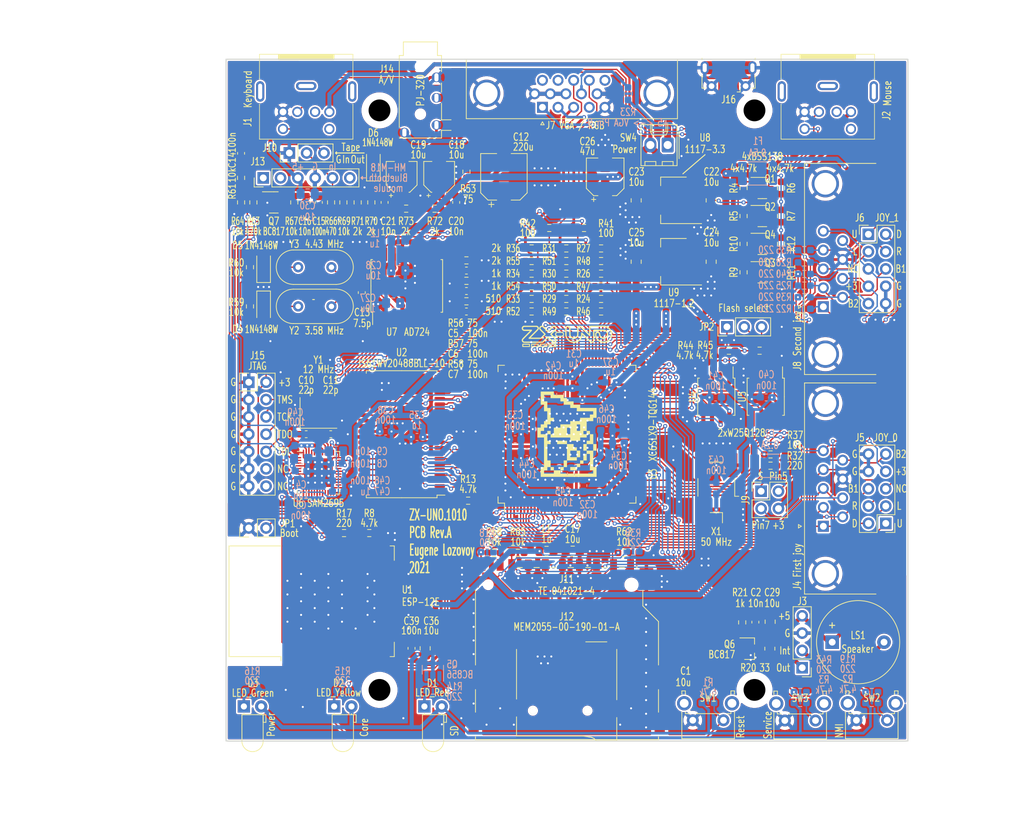
<source format=kicad_pcb>
(kicad_pcb (version 20210424) (generator pcbnew)
  (layers (0 "F.Cu" signal) (31 "B.Cu" signal) (34 "B.Paste" user) (35 "F.Paste" user) (36 "B.SilkS" user "B.Silkscreen") (37 "F.SilkS" user "F.Silkscreen") (38 "B.Mask" user) (39 "F.Mask" user) (44 "Edge.Cuts" user))
  (net 0 "")
  (net 1 "GND")
  (net 2 "/~RESET")
  (net 3 "+5V_FUSE")
  (net 4 "+5V")
  (net 5 "Net-(D2-Pad1)")
  (net 6 "+3V3")
  (net 7 "Net-(D5-Pad2)")
  (net 8 "Net-(C12-Pad1)")
  (net 9 "Net-(C12-Pad2)")
  (net 10 "+1V2")
  (net 11 "+3V3_FUSE")
  (net 12 "Net-(D3-Pad1)")
  (net 13 "/SD_MOSI")
  (net 14 "/SD_SCK")
  (net 15 "/SD_MISO")
  (net 16 "Net-(C7-Pad2)")
  (net 17 "Net-(C10-Pad2)")
  (net 18 "Net-(C11-Pad2)")
  (net 19 "/STDN")
  (net 20 "/R0")
  (net 21 "/R")
  (net 22 "/G")
  (net 23 "/R1")
  (net 24 "/R2")
  (net 25 "/STDNB")
  (net 26 "/B")
  (net 27 "/JOY12_PIN7")
  (net 28 "/JOY12_PIN5")
  (net 29 "/G0")
  (net 30 "/G1")
  (net 31 "/G2")
  (net 32 "/B0")
  (net 33 "/B1")
  (net 34 "/HS")
  (net 35 "/B2")
  (net 36 "/VSYNC")
  (net 37 "/SD_WP")
  (net 38 "/JOY12_SEL")
  (net 39 "Net-(C2-Pad1)")
  (net 40 "/CSYNC")
  (net 41 "/LED")
  (net 42 "/~NMI")
  (net 43 "/~SERVICE")
  (net 44 "/ESP_CTS")
  (net 45 "/ESP_RX")
  (net 46 "/ESP_TX")
  (net 47 "Net-(D1-Pad1)")
  (net 48 "/CLK")
  (net 49 "/FLASH_MOSI")
  (net 50 "/FLASH_MISO")
  (net 51 "/FLASH_SCK")
  (net 52 "/TAPE_OUT")
  (net 53 "/TAPE_IN")
  (net 54 "Net-(C3-Pad2)")
  (net 55 "Net-(C14-Pad2)")
  (net 56 "/VS")
  (net 57 "Net-(C15-Pad1)")
  (net 58 "/SD_VDD")
  (net 59 "/SD_DAT1")
  (net 60 "/SD_DAT2")
  (net 61 "Net-(C15-Pad2)")
  (net 62 "Net-(C5-Pad2)")
  (net 63 "Net-(C5-Pad1)")
  (net 64 "Net-(C6-Pad1)")
  (net 65 "Net-(C6-Pad2)")
  (net 66 "Net-(C7-Pad1)")
  (net 67 "Net-(C8-Pad2)")
  (net 68 "Net-(C18-Pad1)")
  (net 69 "Net-(C18-Pad2)")
  (net 70 "Net-(C13-Pad1)")
  (net 71 "Net-(C19-Pad1)")
  (net 72 "/Composite")
  (net 73 "+5V_PAL")
  (net 74 "Net-(D4-Pad2)")
  (net 75 "/JOY_UP")
  (net 76 "/JOY_FIRE1")
  (net 77 "/JOY_DOWN")
  (net 78 "/JOY_LEFT")
  (net 79 "/JOY_RIGHT")
  (net 80 "/JOY_FIRE2")
  (net 81 "/JOY2_UP")
  (net 82 "/JOY2_DOWN")
  (net 83 "/JOY2_LEFT")
  (net 84 "/JOY2_RIGHT")
  (net 85 "/JOY2_FIRE1")
  (net 86 "/JOY2_FIRE2")
  (net 87 "/EAR")
  (net 88 "/XA13")
  (net 89 "/XA12")
  (net 90 "/XA11")
  (net 91 "/XA10")
  (net 92 "/XA19")
  (net 93 "/XA14")
  (net 94 "/XA9")
  (net 95 "/XA8")
  (net 96 "/XD4")
  (net 97 "/XA7")
  (net 98 "/XD5")
  (net 99 "/XA6")
  (net 100 "/XD6")
  (net 101 "/XA5")
  (net 102 "/~WR")
  (net 103 "/XD3")
  (net 104 "/XD2")
  (net 105 "/XD7")
  (net 106 "/XD1")
  (net 107 "/XA15")
  (net 108 "/XD0")
  (net 109 "/XA4")
  (net 110 "/XA3")
  (net 111 "/XA2")
  (net 112 "/XA16")
  (net 113 "/XA1")
  (net 114 "/XA17")
  (net 115 "/XA0")
  (net 116 "/XA18")
  (net 117 "/XA20")
  (net 118 "/~OE")
  (net 119 "Net-(J1-Pad1)")
  (net 120 "Net-(C19-Pad2)")
  (net 121 "Net-(J1-Pad5)")
  (net 122 "/MIC")
  (net 123 "Net-(J2-Pad5)")
  (net 124 "Net-(J2-Pad1)")
  (net 125 "Net-(J3-Pad1)")
  (net 126 "Net-(Q6-Pad1)")
  (net 127 "Net-(J3-Pad2)")
  (net 128 "/AUDIO_RIGHT")
  (net 129 "/AUDIO_LEFT")
  (net 130 "/TDO")
  (net 131 "/TMS")
  (net 132 "/TCK")
  (net 133 "/TDI")
  (net 134 "Net-(J7-Pad9)")
  (net 135 "/MIDI_IN")
  (net 136 "/MIDI_R")
  (net 137 "/MIDI_L")
  (net 138 "/~SD_CS")
  (net 139 "/~SD_CD")
  (net 140 "/~FLASH_CS0")
  (net 141 "/~FLASH_CS")
  (net 142 "/~FLASH_CS1")
  (net 143 "/~FLASH_HOLD")
  (net 144 "/~FLASH_WP")
  (net 145 "Net-(J16-Pad1)")
  (net 146 "Net-(Q5-Pad2)")
  (net 147 "Net-(Q7-Pad1)")
  (net 148 "Net-(R8-Pad1)")
  (net 149 "/PS2K_DATA")
  (net 150 "/PS2K_CLK")
  (net 151 "/PS2M_DATA")
  (net 152 "/PS2M_CLK")
  (net 153 "Net-(JP1-Pad2)")
  (net 154 "Net-(R17-Pad2)")
  (net 155 "Net-(R18-Pad2)")
  (net 156 "Net-(R19-Pad2)")
  (net 157 "Net-(R22-Pad1)")
  (net 158 "Net-(R25-Pad1)")
  (net 159 "Net-(R28-Pad1)")
  (net 160 "Net-(R32-Pad1)")
  (net 161 "Net-(R35-Pad1)")
  (net 162 "Net-(R38-Pad1)")
  (net 163 "Net-(R39-Pad1)")
  (net 164 "Net-(R40-Pad1)")
  (net 165 "Net-(R43-Pad2)")
  (footprint "Buzzer_Beeper:Buzzer_12x9.5RM7.6" (layer "F.Cu") (at 188.1 133.1)
    (fp_text reference "LS1")
    (fp_text value "Speaker")
  )
  (footprint "Resistor_SMD:R_0603_1608Metric_Pad0.98x0.95mm_HandSolder" (layer "F.Cu") (at 180.6 70.6 90)
    (fp_text reference "R7")
    (fp_text value "4.7k")
  )
  (footprint "my:MountingHole_3.2mm_M3_dk5.2mm" (layer "F.Cu") (at 176.7 55.1)
    (fp_text reference "H2" hide)
    (fp_text value "MountingHole")
  )
  (footprint "Resistor_SMD:R_0603_1608Metric_Pad0.98x0.95mm_HandSolder" (layer "F.Cu") (at 175.1 78.85 90)
    (fp_text reference "R9")
    (fp_text value "4.7k")
  )
  (footprint "Resistor_SMD:R_0603_1608Metric_Pad0.98x0.95mm_HandSolder" (layer "F.Cu") (at 101.4 68.6 90)
    (fp_text reference "R64")
    (fp_text value "10k")
  )
  (footprint "Connector_Dsub:DSUB-9_Male_Horizontal_P2.77x2.84mm_EdgePinOffset4.94mm_Housed_MountingHolesOffset7.48mm" (layer "F.Cu") (at 186.794669 83.9 90)
    (fp_text reference "J8")
    (fp_text value "DB9-M")
  )
  (footprint "Capacitor_SMD:C_0603_1608Metric_Pad1.08x0.95mm_HandSolder" (layer "F.Cu") (at 112.8 68.6 -90)
    (fp_text reference "C15")
    (fp_text value "100n")
  )
  (footprint "Oscillator:Oscillator_SMD_EuroQuartz_XO91-4Pin_7.0x5.0mm_HandSoldering" (layer "F.Cu") (at 171.1 110.4 90)
    (fp_text reference "X1")
    (fp_text value "50 MHz")
  )
  (footprint "Resistor_SMD:R_0603_1608Metric_Pad0.98x0.95mm_HandSolder" (layer "F.Cu") (at 103.2 68.6 -90)
    (fp_text reference "R63")
    (fp_text value "470k")
  )
  (footprint "Diode_SMD:D_SOD-123" (layer "F.Cu") (at 104.7 83.85 -90)
    (fp_text reference "D4")
    (fp_text value "1N4148W")
  )
  (footprint "Capacitor_SMD:C_0603_1608Metric_Pad1.08x0.95mm_HandSolder" (layer "F.Cu") (at 114.55 102.6 180)
    (fp_text reference "C11")
    (fp_text value "22p")
  )
  (footprint "Resistor_SMD:R_0603_1608Metric_Pad0.98x0.95mm_HandSolder" (layer "F.Cu") (at 109.2 68.6 90)
    (fp_text reference "R67")
    (fp_text value "10k")
  )
  (footprint "Connector_Dsub:DSUB-15-HD_Female_Horizontal_P2.29x1.98mm_EdgePinOffset3.03mm_Housed_MountingHolesOffset4.94mm" (layer "F.Cu") (at 145.6 54.650331 180)
    (fp_text reference "J7")
    (fp_text value "DB15_Female_HighDensity_MountingHoles")
  )
  (footprint "Package_TO_SOT_SMD:SOT-23" (layer "F.Cu") (at 177.85 78.85)
    (fp_text reference "Q3")
    (fp_text value "BSS138")
  )
  (footprint "Resistor_SMD:R_0603_1608Metric_Pad0.98x0.95mm_HandSolder" (layer "F.Cu") (at 134.7 112.35 180)
    (fp_text reference "R13")
    (fp_text value "4.7k")
  )
  (footprint "Resistor_SMD:R_0603_1608Metric_Pad0.98x0.95mm_HandSolder" (layer "F.Cu") (at 175.1 74.6875 90)
    (fp_text reference "R10")
    (fp_text value "4.7k")
  )
  (footprint "Resistor_SMD:R_0603_1608Metric_Pad0.98x0.95mm_HandSolder" (layer "F.Cu") (at 177.45 90.35)
    (fp_text reference "R45")
    (fp_text value "4.7k")
  )
  (footprint "Diode_SMD:D_SOD-123" (layer "F.Cu") (at 120.8 63.2 90)
    (fp_text reference "D6")
    (fp_text value "1N4148W")
  )
  (footprint "LED_THT:LED_D3.0mm_Horizontal_O1.27mm_Z6.0mm" (layer "F.Cu") (at 128.2875 142.525)
    (fp_text reference "D1")
    (fp_text value "LED_Red")
  )
  (footprint "Resistor_SMD:R_0603_1608Metric_Pad0.98x0.95mm_HandSolder" (layer "F.Cu") (at 154.2 79.05 180)
    (fp_text reference "R26")
    (fp_text value "1k")
  )
  (footprint "Capacitor_SMD:C_0603_1608Metric_Pad1.08x0.95mm_HandSolder" (layer "F.Cu") (at 132.95 68.6 90)
    (fp_text reference "C20")
    (fp_text value "10n")
  )
  (footprint "Capacitor_SMD:C_0805_2012Metric_Pad1.18x1.45mm_HandSolder" (layer "F.Cu") (at 159.35 77.3 -90)
    (fp_text reference "C25")
    (fp_text value "10u")
  )
  (footprint "Package_TO_SOT_SMD:SOT-23" (layer "F.Cu") (at 177.85 66.4875)
    (fp_text reference "Q1")
    (fp_text value "BSS138")
  )
  (footprint "Resistor_SMD:R_0603_1608Metric_Pad0.98x0.95mm_HandSolder" (layer "F.Cu") (at 144.0125 75.35 180)
    (fp_text reference "R36")
    (fp_text value "2k")
  )
  (footprint "Resistor_SMD:R_0603_1608Metric_Pad0.98x0.95mm_HandSolder" (layer "F.Cu") (at 125.6125 69.52 180)
    (fp_text reference "R73")
    (fp_text value "2k")
  )
  (footprint "Resistor_SMD:R_0603_1608Metric_Pad0.98x0.95mm_HandSolder" (layer "F.Cu") (at 138.5 120)
    (fp_text reference "R68")
    (fp_text value "10k")
  )
  (footprint "Resistor_SMD:R_0603_1608Metric_Pad0.98x0.95mm_HandSolder" (layer "F.Cu") (at 120.5 68.6 90)
    (fp_text reference "R70")
    (fp_text value "2k")
  )
  (footprint "Resistor_SMD:R_0603_1608Metric_Pad0.98x0.95mm_HandSolder" (layer "F.Cu") (at 174.9 130.2 -90)
    (fp_text reference "R21")
    (fp_text value "1k")
  )
  (footprint "Resistor_SMD:R_0603_1608Metric_Pad0.98x0.95mm_HandSolder" (layer "F.Cu") (at 149.1 75.35 180)
    (fp_text reference "R31")
    (fp_text value "2k")
  )
  (footprint "LED_THT:LED_D3.0mm_Horizontal_O1.27mm_Z6.0mm" (layer "F.Cu") (at 115.05 142.525)
    (fp_text reference "D2")
    (fp_text value "LED_Yellow")
  )
  (footprint "Connector_PinHeader_2.54mm:PinHeader_2x02_P2.54mm_Vertical" (layer "F.Cu") (at 177.675 110.9625)
    (fp_text reference "J9")
    (fp_text value "Conn_02x02_Odd_Even")
  )
  (footprint "Resistor_SMD:R_0603_1608Metric_Pad0.98x0.95mm_HandSolder" (layer "F.Cu") (at 149.1 84.6 180)
    (fp_text reference "R49")
    (fp_text value "510")
  )
  (footprint "my:SOIC-8_5.23x5.23mm_P1.27mm-LONG" (layer "F.Cu") (at 171.1 97.1 -90)
    (fp_text reference "U4")
    (fp_text value "W25Q128")
  )
  (footprint "Package_TO_SOT_SMD:SOT-223-3_TabPin2" (layer "F.Cu") (at 164.85 68.3 180)
    (fp_text reference "U8")
    (fp_text value "1117-3.3")
  )
  (footprint "Resistor_SMD:R_0603_1608Metric_Pad0.98x0.95mm_HandSolder" (layer "F.Cu") (at 154.2 82.75 180)
    (fp_text reference "R24")
    (fp_text value "510")
  )
  (footprint "my:MountingHole_3.2mm_M3_dk5.2mm" (layer "F.Cu") (at 121.7 55.1)
    (fp_text reference "H4" hide)
    (fp_text value "MountingHole")
  )
  (footprint "my:PJ-320A_D" (layer "F.Cu") (at 127.7 53.43 -90)
    (fp_text reference "J14")
    (fp_text value "PJ-320")
  )
  (footprint "Capacitor_SMD:C_0603_1608Metric_Pad1.08x0.95mm_HandSolder" (layer "F.Cu") (at 101.4 61.4 -90)
    (fp_text reference "C14")
    (fp_text value "100n")
  )
  (footprint "Resistor_SMD:R_0603_1608Metric_Pad0.98x0.95mm_HandSolder" (layer "F.Cu") (at 144.0125 80.9 180)
    (fp_text reference "R54")
    (fp_text value "1k")
  )
  (footprint "Capacitor_SMD:CP_Elec_4x5.4" (layer "F.Cu") (at 130.45 64.85 90)
    (fp_text reference "C18")
    (fp_text value "10u")
  )
  (footprint "Capacitor_SMD:C_0603_1608Metric_Pad1.08x0.95mm_HandSolder" (layer "F.Cu") (at 126.4 134 -90)
    (fp_text reference "C39")
    (fp_text value "100n")
  )
  (footprint "Package_SO:TSOP-II-44_10.16x18.41mm_P0.8mm" (layer "F.Cu") (at 124.95 102.6 180)
    (fp_text reference "U2")
    (fp_text value "IS61WV20488BLL-10")
  )
  (footprint "Capacitor_SMD:C_0805_2012Metric_Pad1.18x1.45mm_HandSolder" (layer "F.Cu") (at 179 130.1 -90)
    (fp_text reference "C29")
    (fp_text value "10u")
  )
  (footprint "Crystal:Crystal_HC49-U_Vertical" (layer "F.Cu") (at 114.65 78.1 180)
    (fp_text reference "Y3")
    (fp_text value "4.43 MHz")
  )
  (footprint "Crystal:Crystal_SMD_3225-4Pin_3.2x2.5mm_HandSoldering" (layer "F.Cu") (at 112.75 99.47)
    (fp_text reference "Y1")
    (fp_text value "12 MHz")
  )
  (footprint "RF_Module:ESP-12E" (layer "F.Cu") (at 111.75 127.1 90)
    (fp_text reference "U1")
    (fp_text value "ESP-12E")
  )
  (footprint "Package_TO_SOT_SMD:SOT-223-3_TabPin2" (layer "F.Cu") (at 164.85 77.3 180)
    (fp_text reference "U9")
    (fp_text value "1117-1.2")
  )
  (footprint "Resistor_SMD:R_0603_1608Metric_Pad0.98x0.95mm_HandSolder" (layer "F.Cu") (at 149.1 77.2 180)
    (fp_text reference "R51")
    (fp_text value "2k")
  )
  (footprint "my:MountingHole_3.2mm_M3_dk5.2mm" (layer "F.Cu") (at 176.7 140.1)
    (fp_text reference "H1" hide)
    (fp_text value "MountingHole")
  )
  (footprint "Resistor_SMD:R_0603_1608Metric_Pad0.98x0.95mm_HandSolder" (layer "F.Cu") (at 149.1 82.75 180)
    (fp_text reference "R29")
    (fp_text value "510")
  )
  (footprint "Resistor_SMD:R_0603_1608Metric_Pad0.98x0.95mm_HandSolder" (layer "F.Cu") (at 144.0125 84.6 180)
    (fp_text reference "R52")
    (fp_text value "510")
  )
  (footprint "Resistor_SMD:R_0603_1608Metric_Pad0.98x0.95mm_HandSolder" (layer "F.Cu") (at 179.05 105.5625)
    (fp_text reference "R37")
    (fp_text value "10k")
  )
  (footprint "Package_DFN_QFN:QFN-48-1EP_6x6mm_P0.4mm_EP4.2x4.2mm" (layer "F.Cu") (at 112.75 108.24)
    (fp_text reference "U6")
    (fp_text value "SAM2695")
  )
  (footprint "Resistor_SMD:R_0603_1608Metric_Pad0.98x0.95mm_HandSolder" (layer "F.Cu") (at 179.05 107.2125)
    (fp_text reference "R32")
    (fp_text value "220")
  )
  (footprint "Capacitor_SMD:C_0603_1608Metric_Pad1.08x0.95mm_HandSolder" (layer "F.Cu") (at 111 68.6 -90)
    (fp_text reference "C16")
    (fp_text value "10n")
  )
  (footprint "Package_TO_SOT_SMD:SOT-23" (layer "F.Cu") (at 177.85 74.6875)
    (fp_text reference "Q4")
    (fp_text value "BSS138")
  )
  (footprint "my:MINI_DIN_6_33PRIMARY" (layer "F.Cu") (at 187.45 53.1)
    (fp_text reference "J2")
    (fp_text value "Mini-DIN-6" hide)
  )
  (footprint "Resistor_SMD:R_0603_1608Metric_Pad0.98x0.95mm_HandSolder" (layer "F.Cu") (at 175.1 70.6 90)
    (fp_text reference "R5")
    (fp_text value "4.7k")
  )
  (footprint "Capacitor_SMD:C_0805_2012Metric_Pad1.18x1.45mm_HandSolder" (layer "F.Cu") (at 169.875 138.9775)
    (fp_text reference "C1")
    (fp_text value "10u")
  )
  (footprint "Resistor_SMD:R_0603_1608Metric_Pad0.98x0.95mm_HandSolder" (layer "F.Cu") (at 102.7 83.85 -90)
    (fp_text reference "R59")
    (fp_text value "10k")
  )
  (footprint "Capacitor_SMD:C_0805_2012Metric_Pad1.18x1.45mm_HandSolder" (layer "F.Cu") (at 150.0375 119.75 180)
    (fp_text reference "C17")
    (fp_text value "10u")
  )
  (footprint "Resistor_SMD:R_0603_1608Metric_Pad0.98x0.95mm_HandSolder" (layer "F.Cu") (at 134.45 80.1)
    (fp_text reference "R57")
    (fp_text value "75")
  )
  (footprint "Capacitor_SMD:C_0603_1608Metric_Pad1.08x0.95mm_HandSolder" (layer "F.Cu") (at 176.825 130.1625 90)
    (fp_text reference "C2")
    (fp_text value "10n")
  )
  (footprint "Capacitor_SMD:C_0805_2012Metric_Pad1.18x1.45mm_HandSolder" (layer "F.Cu") (at 128.4 134 -90)
    (fp_text reference "C36")
    (fp_text value "10u")
  )
  (footprint "Resistor_SMD:R_0603_1608Metric_Pad0.98x0.95mm_HandSolder" (layer "F.Cu") (at 144.0125 82.75 180)
    (fp_text reference "R33")
    (fp_text value "510")
  )
  (footprint "Connector_PinHeader_2.54mm:PinHeader_2x05_P2.54mm_Vertical" (layer "F.Cu") (at 195.955331 115.675 180)
    (fp_text reference "J5")
    (fp_text value "Conn_02x05_Odd_Even")
  )
  (footprint "Resistor_SMD:R_0603_1608Metric_Pad0.98x0.95mm_HandSolder" (layer "F.Cu") (at 146.6 72.35)
    (fp_text reference "R42")
    (fp_text value "100")
  )
  (footprint "Resistor_SMD:R_0603_1608Metric_Pad0.98x0.95mm_HandSolder" (layer "F.Cu") (at 134.45 77.1)
    (fp_text reference "R56")
    (fp_text value "75")
  )
  (footprint "Resistor_SMD:R_0603_1608Metric_Pad0.98x0.95mm_HandSolder" (layer "F.Cu") (at 116.4 68.6 -90)
    (fp_text reference "R69")
    (fp_text value "10k")
  )
  (footprint "Button_Switch_THT:SW_Tactile_SPST_Angled_PTS645Vx58-2LFS" (layer "F.Cu") (at 185.65 144.59 180)
    (fp_text reference "SW3")
    (fp_text value "SW_Push")
  )
  (footprint "Capacitor_SMD:CP_Elec_6.3x7.7" (layer "F.Cu") (at 139.95 64.85 90)
    (fp_text reference "C12")
    (fp_text value "220u")
  )
  (footprint "Resistor_SMD:R_0603_1608Metric_Pad0.98x0.95mm_HandSolder" (layer "F.Cu") (at 134.45 83.1)
    (fp_text reference "R58")
    (fp_text value "75")
  )
  (footprint "Button_Switch_THT:SW_Tactile_SPST_Angled_PTS645Vx58-2LFS" (layer "F.Cu") (at 172.15 144.5525 180)
    (fp_text reference "SW1")
    (fp_text value "SW_Push")
  )
  (footprint "Capacitor_SMD:C_0805_2012Metric_Pad1.18x1.45mm_HandSolder" (layer "F.Cu") (at 159.35 68.3 90)
    (fp_text reference "C23")
    (fp_text value "10u")
  )
  (footprint "Resistor_SMD:R_0603_1608Metric_Pad0.98x0.95mm_HandSolder" (layer "F.Cu") (at 118.5 68.6 90)
    (fp_text reference "R71")
    (fp_text value "2k")
  )
  (footprint "Package_TO_SOT_SMD:SOT-23" (layer "F.Cu") (at 177.85 70.6)
    (fp_text reference "Q2")
    (fp_text value "BSS138")
  )
  (footprint "Capacitor_SMD:CP_Elec_4x5.4" (layer "F.Cu") (at 124.95 64.85 90)
    (fp_text reference "C19")
    (fp_text value "10u")
  )
  (footprint "Resistor_SMD:R_0603_1608Metric_Pad0.98x0.95mm_HandSolder" (layer "F.Cu") (at 142 120 180)
    (fp_text reference "R65")
    (fp_text value "10k")
  )
  (footprint "Resistor_SMD:R_0603_1608Metric_Pad0.98x0.95mm_HandSolder" (layer "F.Cu") (at 144.0125 79.05 180)
    (fp_text reference "R34")
    (fp_text value "1k")
  )
  (footprint "Connector_PinHeader_2.54mm:PinHeader_1x03_P2.54mm_Vertical" (layer "F.Cu") (at 108.475 61.35 90)
    (fp_text reference "J10")
    (fp_text value "PJ392")
  )
  (footprint "Resistor_SMD:R_0603_1608Metric_Pad0.98x0.95mm_HandSolder" (layer "F.Cu") (at 114.6 68.6 -90)
    (fp_text reference "R66")
    (fp_text value "470")
  )
  (footprint "Package_QFP:LQFP-144_20x20mm_P0.5mm" (layer "F.Cu") (at 149.2 102.6 90)
    (fp_text reference "U3")
    (fp_text value "XC6SLX9-TQG144")
  )
  (footprint "Capacitor_SMD:C_0603_1608Metric_Pad1.08x0.95mm_HandSolder" (layer "F.Cu") (at 134.45 81.6)
    (fp_text reference "C6")
    (fp_text value "100n")
  )
  (footprint "my:black-mage2" (layer "F.Cu") (at 149.2 102.6)
    (fp_text reference "LOGO2" hide)
    (fp_text value "graphic" hide)
  )
  (footprint "Resistor_SMD:R_0603_1608Metric_Pad0.98x0.95mm_HandSolder" (layer "F.Cu") (at 102.7 78.1 90)
    (fp_text reference "R60")
    (fp_text value "10k")
  )
  (footprint "Resistor_SMD:R_0603_1608Metric_Pad0.98x0.95mm_HandSolder" (layer "F.Cu") (at 149.1 80.9 180)
    (fp_text reference "R50")
    (fp_text value "1k")
  )
  (footprint "Package_TO_SOT_SMD:SOT-23" (layer "F.Cu") (at 175.95 134.05)
    (fp_text reference "Q6")
    (fp_text value "BC817")
  )
  (footprint "Resistor_SMD:R_0603_1608Metric_Pad0.98x0.95mm_HandSolder" (layer "F.Cu") (at 157.5875 120)
    (fp_text reference "R62")
    (fp_text value "10k")
  )
  (footprint "Resistor_SMD:R_0603_1608Metric_Pad0.98x0.95mm_HandSolder" (layer "F.Cu") (at 154.2 84.6 180)
    (fp_text reference "R46")
    (fp_text value "510")
  )
  (footprint "Resistor_SMD:R_0603_1608Metric_Pad0.98x0.95mm_HandSolder" (layer "F.Cu") (at 149.1 79.05 180)
    (fp_text reference "R30")
    (fp_text value "1k")
  )
  (footprint "Resistor_SMD:R_0603_1608Metric_Pad0.98x0.95mm_HandSolder" (layer "F.Cu") (at 154.2 80.9 180)
    (fp_text reference "R47")
    (fp_text value "1k")
  )
  (footprint "Resistor_SMD:R_0603_1608Metric_Pad0.98x0.95mm_HandSolder" (layer "F.Cu") (at 144.0125 77.2 180)
    (fp_text reference "R55")
    (fp_text value "2k")
  )
  (footprint "Crystal:Crystal_HC49-U_Vertical" (layer "F.Cu") (at 114.65 83.85 180)
    (fp_text reference "Y2")
    (fp_text value "3.58 MHz")
  )
  (footprint "Resistor_SMD:R_0805_2012Metric_Pad1.20x1.40mm_HandSolder" (layer "F.Cu") (at 178.95 134.05 90)
    (fp_text reference "R20")
    (fp_text value "33")
  )
  (footprint "Resistor_SMD:R_0603_1608Metric_Pad0.98x0.95mm_HandSolder" (layer "F.Cu") (at 175.1 66.4875 90)
    (fp_text reference "R4")
    (fp_text value "4.7k")
  )
  (footprint "Connector_USB:USB_Micro-B_Molex-105017-0001" (layer "F.Cu") (at 172.9 50.08 180)
    (fp_text reference "J16")
    (fp_text value "USB_B_Micro")
  )
  (footprint "Resistor_SMD:R_0603_1608Metric_Pad0.98x0.95mm_HandSolder" (layer "F.Cu") (at 180.6 74.6875 90)
    (fp_text reference "R12")
    (fp_text value "4.7k")
  )
  (footprint "Resistor_SMD:R_0603_1608Metric_Pad0.98x0.95mm_HandSolder" (layer "F.Cu") (at 129.7875 69.52)
    (fp_text reference "R72")
    (fp_text value "2k")
  )
  (footprint "my:MINI_DIN_6_33PRIMARY" (layer "F.Cu") (at 110.95 53.1)
    (fp_text reference "J1")
    (fp_text value "Mini-DIN-6" hide)
  )
  (footprint "Package_TO_SOT_SMD:SOT-23" (layer "F.Cu") (at 106.2 68.6)
    (fp_text reference "Q7")
    (fp_text value "BC817")
  )
  (footprint "Connector_Dsub:DSUB-9_Male_Horizontal_P2.77x2.84mm_EdgePinOffset4.94mm_Housed_MountingHolesOffset7.48mm" (layer "F.Cu") (at 186.8 116.1 90)
    (fp_text reference "J4")
    (fp_text value "DB9-M")
  )
  (footprint "my:SD_TE_2041021-mod" (layer "F.Cu") (at 149.15 133.85)
    (fp_text reference "J11")
    (fp_text value "TE 041021-4")
  )
  (footprint "Capacitor_SMD:C_0603_1608Metric_Pad1.08x0.95mm_HandSolder" (layer "F.Cu") (at 119.1 81.825 -90)
    (fp_text reference "C13")
    (fp_text value "7.5p")
  )
  (footprint "Resistor_SMD:R_0603_1608Metric_Pad0.98x0.95mm_HandSolder" (layer "F.Cu") (at 101.4 65 90)
    (fp_text reference "R61")
    (fp_text value "10k")
  )
  (footprint "Connector_PinHeader_2.54mm:PinHeader_1x04_P2.54mm_Vertical" (layer "F.Cu") (at 183.7 136.85 180)
    (fp_text reference "J3")
    (fp_text value "Conn_01x04")
  )
  (footprint "Capacitor_SMD:CP_Elec_5x5.9" (layer "F.Cu") (at 154.8 64.85 90)
    (fp_text reference "C26")
    (fp_text value "47u")
  )
  (footprint "my:SOIC-8_5.23x5.23mm_P1.27mm-LONG" (layer "F.Cu") (at 178.35 97.1 -90)
    (fp_text reference "U5")
    (fp_text value "W25Q128")
  )
  (footprint "Capacitor_SMD:C_0603_1608Metric_Pad1.08x0.95mm_HandSolder" (layer "F.Cu") (at 110.95 102.6)
    (fp_text reference "C10")
    (fp_text value "22p")
  )
  (footprint "Resistor_SMD:R_0603_1608Metric_Pad0.98x0.95mm_HandSolder" (layer "F.Cu") (at 120.2 117.1)
    (fp_text reference "R8")
    (fp_text value "4.7k")
  )
  (footprint "Resistor_SMD:R_0603_1608Metric_Pad0.98x0.95mm_HandSolder" (layer "F.Cu") (at 154.2 77.2 180)
    (fp_text reference "R48")
    (fp_text value "2k")
  )
  (footprint "Connector_PinHeader_2.54mm:PinHeader_2x07_P2.54mm_Vertical" (layer "F.Cu") (at 102.525 94.975)
    (fp_text reference "J15")
    (fp_text value "Conn_02x07_Odd_Even")
  )
  (footprint "Capacitor_SMD:C_0603_1608Metric_Pad1.08x0.95mm_HandSolder" (layer "F.Cu") (at 134.45 78.6)
    (fp_text reference "C5")
    (fp_text value "100n")
  )
  (footprint "my:zxuno_13x3.2" (layer "F.Cu") (at 149.05 88.25)
    (fp_text reference "LOGO1" hide)
    (fp_text value "graphic" hide)
  )
  (footprint "my:MountingHole_3.2mm_M3_dk5.2mm" (layer "F.Cu") (at 121.7 140.1)
    (fp_text reference "H3" hide)
    (fp_text value "MountingHole")
  )
  (footprint "Capacitor_SMD:C_0603_1608Metric_Pad1.08x0.95mm_HandSolder" (layer "F.Cu") (at 134.45 84.6)
    (fp_text reference "C7")
    (fp_text value "100n")
  )
  (footprint "Button_Switch_THT:SW_Tactile_SPST_Angled_PTS645Vx58-2LFS" (layer "F.Cu") (at 196.15 144.5525 180)
    (fp_text reference "SW2")
    (fp_text value "SW_Push")
  )
  (footprint "Capacitor_SMD:C_0805_2012Metric_Pad1.18x1.45mm_HandSolder" (layer "F.Cu") (at 170.35 68.3 90)
    (fp_text reference "C22")
    (fp_text value "10u")
  )
  (footprint "LED_THT:LED_D3.0mm_Horizontal_O1.27mm_Z6.0mm" (layer "F.Cu") (at 101.81 142.525)
    (fp_text reference "D3")
    (fp_text value "LED_Green")
  )
  (footprint "Resistor_SMD:R_0603_1608Metric_Pad0.98x0.95mm_HandSolder" (layer "F.Cu") (at 180.6 78.85 90)
    (fp_text reference "R11")
    (fp_text value "4.7k")
  )
  (footprint "Connector_PinHeader_2.54mm:PinHeader_1x02_P2.54mm_Vertical" (layer "F.Cu") (at 102.525 116.35 90)
    (fp_text reference "JP1")
    (fp_text value "Jumper_NO_Small")
  )
  (footprint "Resistor_SMD:R_0603_1608Metric_Pad0.98x0.95mm_HandSolder" (layer "F.Cu") (at 116.5 117.1)
    (fp_text reference "R17")
    (fp_text value "220")
  )
  (footprint "Resistor_SMD:R_0603_1608Metric_Pad0.98x0.95mm_HandSolder" (layer "F.Cu") (at 134.45 64.1 -90)
    (fp_text reference "R53")
    (fp_text value "75")
  )
  (footprint "Inductor_SMD:L_0805_2012Metric_Pad1.15x1.40mm_HandSolder" (layer "F.Cu") (at 146.2 119.75)
    (fp_text reference "L1")
    (fp_text value "1u")
  )
  (footprint "my:GCT-MEM2055-00-190-01-A" (layer "F.Cu") (at 149.15 131.85 180)
    (fp_text reference "J12")
    (fp_text value "MEM2055-00-190-01-A")
  )
  (footprint "Resistor_SMD:R_0603_1608Metric_Pad0.98x0.95mm_HandSolder" (layer "F.Cu") (at 151.7 72.35)
    (fp_text reference "R41")
    (fp_text value "100")
  )
  (footprint "Connector_Molex:Molex_KK-254_AE-6410-02A_1x02_P2.54mm_Vertical" (layer "F.Cu") (at 163.97 60.18 180)
    (fp_text reference "SW4")
    (fp_text value "PB05A")
  )
  (footprint "Connector_PinHeader_2.54mm:PinHeader_1x03_P2.54mm_Vertical" (layer "F.Cu") (at 172.66 86.85 90)
    (fp_text reference "JP2")
    (fp_text value "Jumper_3_Bridged12")
  )
  (footprint "Connector_PinHeader_2.54mm:PinHeader_2x05_P2.54mm_Vertical" (layer "F.Cu") (at 193.405331 73.275)
    (fp_text reference "J6")
    (fp_text value "Conn_02x05_Odd_Even")
  )
  (footprint "Diode_SMD:D_SOD-123" (layer "F.Cu") (at 104.7 78.1 90)
    (fp_text reference "D5")
    (fp_text value "1N4148W")
  )
  (footprint "Capacitor_SMD:C_0603_1608Metric_Pad1.08x0.95mm_HandSolder" (layer "F.Cu") (at 122.45 68.6 -90)
    (fp_text reference "C21")
    (fp_text value "10n")
  )
  (footprint "Package_SO:SOIC-16W_7.5x10.3mm_P1.27mm" (layer "F.Cu") (at 125.7 80.85 90)
    (fp_text reference "U7")
    (fp_text value "AD724")
  )
  (footprint "Resistor_SMD:R_0603_1608Metric_Pad0.98x0.95mm_HandSolder" (layer "F.Cu") (at 172.95 90.35 180)
    (fp_text reference "R44")
    (fp_text value "4.7k")
  )
  (footprint "Connector_PinHeader_2.54mm:PinHeader_1x06_P2.54mm_Vertical" (layer "F.Cu") (at 104.65 65 90)
    (fp_text reference "J13")
    (fp_text value "Pin header 1x6 Pitch=2.54mm")
  )
  (footprint "Resistor_SMD:R_0603_1608Metric_Pad0.98x0.95mm_HandSolder" (layer "F.Cu") (at 154.2 75.35 180)
    (fp_text reference "R27")
    (fp_text value "2k")
  )
  (footprint "Capacitor_SMD:C_0805_2012Metric_Pad1.18x1.45mm_HandSolder" (layer "F.Cu") (at 170.35 77.3 90)
    (fp_text reference "C24")
    (fp_text value "10u")
  )
  (footprint "Resistor_SMD:R_0603_1608Metric_Pad0.98x0.95mm_HandSolder" (layer "F.Cu") (at 180.6 66.4875 90)
    (fp_text reference "R6")
    (fp_text value "4.7k")
  )
  (footprint "Capacitor_SMD:C_0603_1608Metric_Pad1.08x0.95mm_HandSolder" (layer "B.Cu") (at 110.2 108 180)
    (fp_text reference "C3")
    (fp_text value "100n")
  )
  (footprint "Capacitor_SMD:C_0805_2012Metric_Pad1.18x1.45mm_HandSolder" (layer "B.Cu") (at 111.1625 67.35 180)
    (fp_text reference "C30")
    (fp_text value "10u")
  )
  (footprint "Capacitor_SMD:C_0603_1608Metric_Pad1.08x0.95mm_HandSolder" (layer "B.Cu") (at 122.6 102.2 180)
    (fp_text reference "C38")
    (fp_text value "100n")
  )
  (footprint "Package_TO_SOT_SMD:SOT-23" (layer "B.Cu") (at 129.53 137.1375 90)
    (fp_text reference "Q5")
    (fp_text value "BC856")
  )
  (footprint "Capacitor_SMD:C_0805_2012Metric_Pad1.18x1.45mm_HandSolder" (layer "B.Cu") (at 115.325 105.09)
    (fp_text reference "C9")
    (fp_text value "10u")
  )
  (footprint "Resistor_SMD:R_0603_1608Metric_Pad0.98x0.95mm_HandSolder" (layer "B.Cu") (at 184 80.8)
    (fp_text reference "R25")
    (fp_text value "220")
  )
  (footprint "Capacitor_SMD:C_0603_1608Metric_Pad1.08x0.95mm_HandSolder" (layer "B.Cu") (at 151.6 110.1375 -90)
    (fp_text reference "C32")
    (fp_text value "100n")
  )
  (footprint "Resistor_SMD:R_0603_1608Metric_Pad0.98x0.95mm_HandSolder" (layer "B.Cu") (at 158.9 119.8 180)
    (fp_text reference "R38")
    (fp_text value "220")
  )
  (footprint "Resistor_SMD:R_0603_1608Metric_Pad0.98x0.95mm_HandSolder" (layer "B.Cu") (at 129.5375 140.2)
    (fp_text reference "R14")
    (fp_text value "220")
  )
  (footprint "Resistor_SMD:R_0603_1608Metric_Pad0.98x0.95mm_HandSolder" (layer "B.Cu") (at 184 75.6)
    (fp_text reference "R35")
    (fp_text value "220")
  )
  (footprint "Capacitor_SMD:C_0603_1608Metric_Pad1.08x0.95mm_HandSolder" (layer "B.Cu") (at 148.2 96.7375 -90)
    (fp_text reference "C42")
    (fp_text value "100n")
  )
  (footprint "Resistor_SMD:R_0603_1608Metric_Pad0.98x0.95mm_HandSolder" (layer "B.Cu") (at 116.3 140.2)
    (fp_text reference "R15")
    (fp_text value "220")
  )
  (footprint "Resistor_SMD:R_0603_1608Metric_Pad0.98x0.95mm_HandSolder" (layer "B.Cu") (at 184 79.1)
    (fp_text reference "R40")
    (fp_text value "220")
  )
  (footprint "Capacitor_SMD:C_0805_2012Metric_Pad1.18x1.45mm_HandSolder" (layer "B.Cu") (at 124.45 78.6 180)
    (fp_text reference "C28")
    (fp_text value "10u")
  )
  (footprint "Inductor_SMD:L_0805_2012Metric_Pad1.15x1.40mm_HandSolder" (layer "B.Cu") (at 124.45 74.1 180)
    (fp_text reference "L2")
    (fp_text value "1u")
  )
  (footprint "Capacitor_SMD:C_0603_1608Metric_Pad1.08x0.95mm_HandSolder" (layer "B.Cu") (at 127.2 103)
    (fp_text reference "C35")
    (fp_text value "1u")
  )
  (footprint "Resistor_SMD:R_0603_1608Metric_Pad0.98x0.95mm_HandSolder" (layer "B.Cu") (at 169.875 142.015)
    (fp_text reference "R1")
    (fp_text value "4.7k")
  )
  (footprint "Capacitor_SMD:C_0603_1608Metric_Pad1.08x0.95mm_HandSolder" (layer "B.Cu") (at 150 95 90)
    (fp_text reference "C31")
    (fp_text value "1u")
  )
  (footprint "Capacitor_SMD:C_0603_1608Metric_Pad1.08x0.95mm_HandSolder" (layer "B.Cu") (at 156.7375 103.85)
    (fp_text reference "C34")
    (fp_text value "100n")
  )
  (footprint "Capacitor_SMD:C_0603_1608Metric_Pad1.08x0.95mm_HandSolder" (layer "B.Cu") (at 178.4 97.2)
    (fp_text reference "C40")
    (fp_text value "100n")
  )
  (footprint "Fuse:Fuse_1812_4532Metric_Pad1.30x3.40mm_HandSolder" (layer "B.Cu") (at 178.95 107.2375)
    (fp_text reference "F2")
    (fp_text value "0.2A")
  )
  (footprint "Resistor_SMD:R_0603_1608Metric_Pad0.98x0.95mm_HandSolder" (layer "B.Cu") (at 103.06 140.2)
    (fp_text reference "R16")
    (fp_text value "220")
  )
  (footprint "Capacitor_SMD:C_0603_1608Metric_Pad1.08x0.95mm_HandSolder" (layer "B.Cu") (at 141.6 103.35 180)
    (fp_text reference "C33")
    (fp_text value "100n")
  )
  (footprint "Resistor_SMD:R_0603_1608Metric_Pad0.98x0.95mm_HandSolder" (layer "B.Cu") (at 183.9875 82.5)
    (fp_text reference "R39")
    (fp_text value "220")
  )
  (footprint "Capacitor_SMD:C_0603_1608Metric_Pad1.08x0.95mm_HandSolder" (layer "B.Cu") (at 115.65 109.4)
    (fp_text reference "C48")
    (fp_text value "100n")
  )
  (footprint "Capacitor_SMD:C_0603_1608Metric_Pad1.08x0.95mm_HandSolder" (layer "B.Cu") (at 143.3125 105.2)
    (fp_text reference "C44")
    (fp_text value "100n")
  )
  (footprint "Resistor_SMD:R_0603_1608Metric_Pad0.98x0.95mm_HandSolder" (layer "B.Cu") (at 183.4 142.015)
    (fp_text reference "R3")
    (fp_text value "4.7k")
  )
  (footprint "Resistor_SMD:R_0603_1608Metric_Pad0.98x0.95mm_HandSolder" (layer "B.Cu") (at 184 77.4)
    (fp_text reference "R28")
    (fp_text value "220")
  )
  (footprint "Resistor_SMD:R_0603_1608Metric_Pad0.98x0.95mm_HandSolder" (layer "B.Cu") (at 183.9875 84.2)
    (fp_text reference "R22")
    (fp_text value "220")
  )
  (footprint "Capacitor_SMD:C_0805_2012Metric_Pad1.18x1.45mm_HandSolder" (layer "B.Cu") (at 123.7 83.35)
    (fp_text reference "C27")
    (fp_text value "10u")
  )
  (footprint "Capacitor_SMD:C_0603_1608Metric_Pad1.08x0.95mm_HandSolder" (layer "B.Cu") (at 115.35 106.9)
    (fp_text reference "C8")
    (fp_text value "100n")
  )
  (footprint "Capacitor_SMD:C_0805_2012Metric_Pad1.18x1.45mm_HandSolder" (layer "B.Cu") (at 110.2 106.2 180)
    (fp_text reference "C4")
    (fp_text value "10u")
  )
  (footprint "Fuse:Fuse_1812_4532Metric_Pad1.30x3.40mm_HandSolder" (layer "B.Cu") (at 177.15 64.35)
    (fp_text reference "F1")
    (fp_text value "0.5A")
  )
  (footprint "Capacitor_SMD:C_0603_1608Metric_Pad1.08x0.95mm_HandSolder" (layer "B.Cu") (at 149.775 108.4125 90)
    (fp_text reference "C45")
    (fp_text value "100n")
  )
  (footprint "Capacitor_SMD:C_0603_1608Metric_Pad1.08x0.95mm_HandSolder" (layer "B.Cu") (at 171 97.2)
    (fp_text reference "C41")
    (fp_text value "100n")
  )
  (footprint "Capacitor_SMD:C_0603_1608Metric_Pad1.08x0.95mm_HandSolder" (layer "B.Cu") (at 155.0125 102 180)
    (fp_text reference "C46")
    (fp_text value "100n")
  )
  (footprint "Resistor_SMD:R_0603_1608Metric_Pad0.98x0.95mm_HandSolder" (layer "B.Cu") (at 193.9 142.015)
    (fp_text reference "R2")
    (fp_text value "4.7k")
  )
  (footprint "Capacitor_SMD:C_0603_1608Metric_Pad1.08x0.95mm_HandSolder" (layer "B.Cu") (at 115.65 111.01)
    (fp_text reference "C47")
    (fp_text value "1u")
  )
  (footprint "Resistor_SMD:R_0603_1608Metric_Pad0.98x0.95mm_HandSolder" (layer "B.Cu") (at 183.4 140.415 180)
    (fp_text reference "R43")
    (fp_text value "220")
  )
  (footprint "Resistor_SMD:R_0603_1608Metric_Pad0.98x0.95mm_HandSolder" (layer "B.Cu") (at 158.15 52.65 90)
    (fp_text reference "R23")
    (fp_text value "0")
  )
  (footprint "Capacitor_SMD:C_0603_1608Metric_Pad1.08x0.95mm_HandSolder" (layer "B.Cu") (at 155.6 95)
    (fp_text reference "C37")
    (fp_text value "1u")
  )
  (footprint "Capacitor_SMD:C_0603_1608Metric_Pad1.08x0.95mm_HandSolder" (layer "B.Cu") (at 171.1 110.5125 -90)
    (fp_text reference "C43")
    (fp_text value "100n")
  )
  (footprint "Resistor_SMD:R_0603_1608Metric_Pad0.98x0.95mm_HandSolder" (layer "B.Cu") (at 137.5 119.9)
    (fp_text reference "R18")
    (fp_text value "220")
  )
  (footprint "Capacitor_SMD:C_0603_1608Metric_Pad1.08x0.95mm_HandSolder" (layer "B.Cu") (at 109.25 103.4 -90)
    (fp_text reference "C49")
    (fp_text value "100n")
  )
  (footprint "Resistor_SMD:R_0603_1608Metric_Pad0.98x0.95mm_HandSolder" (layer "B.Cu") (at 193.9 140.415 180)
    (fp_text reference "R19")
    (fp_text value "220")
  )
  (gr_line (start 119.8 65) (end 119 65) (layer "B.SilkS") (width 0.15))
  (gr_line (start 119 65) (end 119.2 64.8) (layer "B.SilkS") (width 0.15))
  (gr_line (start 119.2 65.2) (end 119 65) (layer "B.SilkS") (width 0.15))
  (gr_line (start 119.2 64.8) (end 119.2 65.2) (layer "B.SilkS") (width 0.15))
  (gr_line (start 115.25 61.35) (end 115.4 61.2) (layer "F.SilkS") (width 0.15))
  (gr_line (start 169.45 61.6) (end 166.2 64.4) (layer "F.SilkS") (width 0.15))
  (gr_line (start 112.15 82.85) (end 111.9 82.85) (layer "F.SilkS") (width 0.15))
  (gr_line (start 115.25 61.35) (end 119.45 61.35) (layer "F.SilkS") (width 0.15))
  (gr_line (start 115.4 61.5) (end 115.25 61.35) (layer "F.SilkS") (width 0.15))
  (gr_line (start 115.4 61.2) (end 115.4 61.5) (layer "F.SilkS") (width 0.15))
  (gr_rect (start 99.2 47.6) (end 199.2 147.6) (layer "Edge.Cuts") (width 0.15) (fill none))
  (gr_text "ZX-UNO.1010\nPCB Rev.A\nEugene Lozovoy\n2021" (at 125.95 118.3) (layer "F.SilkS") (effects (font (size 1.6 0.8) (thickness 0.2)) (justify left)))
  (segment (start 110.79 107.24) (end 111.25 107.7) (width 0.2) (layer "F.Cu") (net 1))
  (segment (start 125.065 78.165) (end 125.5 78.6) (width 0.6) (layer "F.Cu") (net 1))
  (segment (start 126.335 77.335) (end 126.9 77.9) (width 0.6) (layer "F.Cu") (net 1))
  (segment (start 105.2625 70.4875) (end 105.2625 69.55) (width 0.2) (layer "F.Cu") (net 1))
  (segment (start 152.45 111.85) (end 152.45 109.275) (width 0.2) (layer "F.Cu") (net 1))
  (segment (start 153.55 119.75) (end 154.5 119.75) (width 0.6) (layer "F.Cu") (net 1))
  (segment (start 158.2625 91.9375) (end 158.7 91.5) (width 0.2) (layer "F.Cu") (net 1))
  (segment (start 160.8 92.4) (end 160.3375 91.9375) (width 0.2) (layer "F.Cu") (net 1))
  (segment (start 111.35 109.8) (end 111.25 109.7) (width 0.2) (layer "F.Cu") (net 1))
  (segment (start 174.95 135) (end 176.15 135) (width 0.2) (layer "F.Cu") (net 1))
  (segment (start 105.2625 69.55) (end 105.2625 68.6625) (width 0.2) (layer "F.Cu") (net 1))
  (segment (start 125.5 78.6) (end 125.5 80.2) (width 0.6) (layer "F.Cu") (net 1))
  (segment (start 157.7 97.2) (end 159.05 95.85) (width 0.2) (layer "F.Cu") (net 1))
  (segment (start 140.175 95.85) (end 142.4625 98.1375) (width 0.2) (layer "F.Cu") (net 1))
  (segment (start 105.2625 68.6625) (end 105.25 68.65) (width 0.2) (layer "F.Cu") (net 1))
  (segment (start 116.4 69.5125) (end 116.4 70.4) (width 0.2) (layer "F.Cu") (net 1))
  (segment (start 155.9 102.85) (end 155.875 102.825) (width 0.2) (layer "F.Cu") (net 1))
  (segment (start 138.5375 104.35) (end 139.5 104.35) (width 0.2) (layer "F.Cu") (net 1))
  (segment (start 109.8 107.24) (end 110.79 107.24) (width 0.2) (layer "F.Cu") (net 1))
  (segment (start 112.55 111.19) (end 112.55 110) (width 0.2) (layer "F.Cu") (net 1))
  (segment (start 130.5375 102.2) (end 127.1375 102.2) (width 0.4) (layer "F.Cu") (net 1))
  (segment (start 140.175 94.875) (end 140.2 94.85) (width 0.2) (layer "F.Cu") (net 1))
  (segment (start 173.9 50.32) (end 176.4 50.32) (width 0.4) (layer "F.Cu") (net 1))
  (segment (start 127.1375 102.2) (end 126.3375 103) (width 0.4) (layer "F.Cu") (net 1))
  (segment (start 121.1125 117.1) (end 122.95 117.1) (width 0.4) (layer "F.Cu") (net 1))
  (segment (start 189.634669 76.975) (end 188.305331 76.975) (width 0.4) (layer "F.Cu") (net 1))
  (segment (start 176.4 49.1) (end 169.4 49.1) (width 0.6) (layer "F.Cu") (net 1))
  (segment (start 146.45 109.7) (end 146.025 109.275) (width 0.2) (layer "F.Cu") (net 1))
  (segment (start 168 70.6) (end 169.0875 70.6) (width 0.4) (layer "F.Cu") (net 1))
  (segment (start 112.55 110) (end 112.25 109.7) (width 0.2) (layer "F.Cu") (net 1))
  (segment (start 142.375 107.35) (end 142.825 107.8) (width 0.2) (layer "F.Cu") (net 1))
  (segment (start 110.71 109.24) (end 111.25 108.7) (width 0.2) (layer "F.Cu") (net 1))
  (segment (start 146.45 91.9375) (end 146.45 95.875) (width 0.2) (layer "F.Cu") (net 1))
  (segment (start 110.55 105.29) (end 110.55 106) (width 0.2) (layer "F.Cu") (net 1))
  (segment (start 130.05 50.255) (end 129.145 50.255) (width 0.4) (layer "F.Cu") (net 1))
  (segment (start 142.7495 111.8995) (end 142.799 111.85) (width 0.2) (layer "F.Cu") (net 1))
  (segment (start 152.45 113.2625) (end 152.45 111.85) (width 0.2) (layer "F.Cu") (net 1))
  (segment (start 173.9 48.72) (end 173.9 50.32) (width 0.4) (layer "F.Cu") (net 1))
  (segment (start 157.95 91.9375) (end 158.2625 91.9375) (width 0.2) (layer "F.Cu") (net 1))
  (segment (start 122.95 117.1) (end 123.95 117.1) (width 0.4) (layer "F.Cu") (net 1))
  (segment (start 114.91 106.04) (end 114.25 106.7) (width 0.2) (layer "F.Cu") (net 1))
  (segment (start 136.7 77.1) (end 137.7 77.1) (width 0.4) (layer "F.Cu") (net 1))
  (segment (start 142.799 111.85) (end 142.95 111.85) (width 0.2) (layer "F.Cu") (net 1))
  (segment (start 159.8625 99.85) (end 158.2 99.85) (width 0.2) (layer "F.Cu") (net 1))
  (segment (start 114.99 110.44) (end 114.25 109.7) (width 0.2) (layer "F.Cu") (net 1))
  (segment (start 158.45 105.35) (end 156.45 105.35) (width 0.2) (layer "F.Cu") (net 1))
  (segment (start 112.55 112.103873) (end 113.049855 112.603728) (width 0.2) (layer "F.Cu") (net 1))
  (segment (start 110.55 110.4) (end 111.25 109.7) (width 0.2) (layer "F.Cu") (net 1))
  (segment (start 146.45 113.2625) (end 146.45 109.7) (width 0.2) (layer "F.Cu") (net 1))
  (segment (start 111 69.4625) (end 111 71.1) (width 0.2) (layer "F.Cu") (net 1))
  (segment (start 173.2 107.15) (end 171.1 107.15) (width 0.6) (layer "F.Cu") (net 1))
  (segment (start 171.6 50.32) (end 169.4 50.32) (width 0.4) (layer "F.Cu") (net 1))
  (segment (start 110.55 105.29) (end 109.76 105.29) (width 0.2) (layer "F.Cu") (net 1))
  (segment (start 129.145 50.255) (end 128.8 50.6) (width 0.4) (layer "F.Cu") (net 1))
  (segment (start 171.6 51.42) (end 171.6 50.32) (width 0.4) (layer "F.Cu") (net 1))
  (segment (start 175.77452 129.2) (end 175.77452 128.92548) (width 0.4) (layer "F.Cu") (net 1))
  (segment (start 176.15 135) (end 176.15 135.7) (width 0.2) (layer "F.Cu") (net 1))
  (segment (start 145.9 132.65) (end 145.9 125.475) (width 0.6) (layer "F.Cu") (net 1))
  (segment (start 148.584281 93.234281) (end 147.25 94.568563) (width 0.2) (layer "F.Cu") (net 1))
  (segment (start 121.5 83.5) (end 120.8 83.5) (width 0.6) (layer "F.Cu") (net 1))
  (segment (start 138.5375 95.85) (end 140.175 95.85) (width 0.2) (layer "F.Cu") (net 1))
  (segment (start 139.5 104.35) (end 141.25 106.1) (width 0.2) (layer "F.Cu") (net 1))
  (segment (start 169.195 94) (end 169.195 91.805) (width 0.2) (layer "F.Cu") (net 1))
  (segment (start 119.3625 103) (end 122.6625 103) (width 0.4) (layer "F.Cu") (net 1))
  (segment (start 147.25 94.568563) (end 147.25 95.875) (width 0.2) (layer "F.Cu") (net 1))
  (segment (start 151.075 119.75) (end 152.55 119.75) (width 0.6) (layer "F.Cu") (net 1))
  (segment (start 169.0875 79.6) (end 170.35 78.3375) (width 0.4) (layer "F.Cu") (net 1))
  (segment (start 145.9 125.475) (end 143.525 123.1) (width 0.6) (layer "F.Cu") (net 1))
  (segment (start 130.5375 102.2) (end 133 102.2) (width 0.4) (layer "F.Cu") (net 1))
  (segment (start 126.335 76.2) (end 126.335 77.335) (width 0.6) (layer "F.Cu") (net 1))
  (segment (start 140.45 93.825) (end 143.6125 96.9875) (width 0.2) (layer "F.Cu") (net 1))
  (segment (start 171.6 50.32) (end 171.9 50.32) (width 0.4) (layer "F.Cu") (net 1))
  (segment (start 125.5 80.2) (end 125.5 81.2) (width 0.6) (layer "F.Cu") (net 1))
  (segment (start 135.3625 83.1) (end 136.7 83.1) (width 0.4) (layer "F.Cu") (net 1))
  (segment (start 126.9 77.9) (end 126.9 79.4) (width 0.6) (layer "F.Cu") (net 1))
  (segment (start 189.634669 76.975) (end 190.955331 76.975) (width 0.4) (layer "F.Cu") (net 1))
  (segment (start 136.7 80.1) (end 137.7 80.1) (width 0.4) (layer "F.Cu") (net 1))
  (segment (start 169.195 94) (end 168 94) (width 0.2) (layer "F.Cu") (net 1))
  (segment (start 171.9 50.32) (end 173.9 50.32) (width 0.4) (layer "F.Cu") (net 1))
  (segment (start 159.8625 105.35) (end 158.45 105.35) (width 0.2) (layer "F.Cu") (net 1))
  (segment (start 126.9 79.4) (end 126.9 80.4) (width 0.6) (layer "F.Cu") (net 1))
  (segment (start 122.45 69.4625) (end 122.45 70.55) (width 0.2) (layer "F.Cu") (net 1))
  (segment (start 158.2 99.85) (end 155.9 99.85) (width 0.2) (layer "F.Cu") (net 1))
  (segment (start 110.55 111.19) (end 110.55 110.4) (width 0.2) (layer "F.Cu") (net 1))
  (segment (start 148.95 91.9375) (end 148.95 92.868563) (width 0.2) (layer "F.Cu") (net 1))
  (segment (start 175.87452 129.3) (end 175.77452 129.4) (width 0.4) (layer "F.Cu") (net 1))
  (segment (start 110.99 108.44) (end 111.25 108.7) (width 0.2) (layer "F.Cu") (net 1))
  (segment (start 135 102.2) (end 135.8 102.2) (width 0.4) (layer "F.Cu") (net 1))
  (segment (start 176.5 135) (end 176.85 135.35) (width 0.2) (layer "F.Cu") (net 1))
  (segment (start 111.75 106.2) (end 112.25 106.7) (width 0.2) (layer "F.Cu") (net 1))
  (segment (start 175.1 94) (end 175.1 93) (width 0.2) (layer "F.Cu") (net 1))
  (segment (start 176.15 135) (end 176.5 135) (width 0.2) (layer "F.Cu") (net 1))
  (segment (start 175.1 94) (end 175.1 95) (width 0.2) (layer "F.Cu") (net 1))
  (segment (start 138.5375 107.35) (end 142.375 107.35) (width 0.2) (layer "F.Cu") (net 1))
  (segment (start 111.19 109.64) (end 111.25 109.7) (width 0.2) (layer "F.Cu") (net 1))
  (segment (start 176.825 129.3) (end 175.87452 129.3) (width 0.6) (layer "F.Cu") (net 1))
  (segment (start 171.9 48.72) (end 171.9 50.32) (width 0.4) (layer "F.Cu") (net 1))
  (segment (start 146.45 91.9375) (end 146.45 93.238) (width 0.2) (layer "F.Cu") (net 1))
  (segment (start 152.55 119.75) (end 153.55 119.75) (width 0.6) (layer "F.Cu") (net 1))
  (segment (start 159.8625 102.85) (end 155.9 102.85) (width 0.2) (layer "F.Cu") (net 1))
  (segment (start 123.95 117.1) (end 123.95 118.1) (width 0.4) (layer "F.Cu") (net 1))
  (segment (start 152.45 111.85) (end 152.45 111.8995) (width 0.2) (layer "F.Cu") (net 1))
  (segment (start 116.4 70.4) (end 115.7 71.1) (width 0.2) (layer "F.Cu") (net 1))
  (segment (start 112.55 111.19) (end 112.55 112.103873) (width 0.2) (layer "F.Cu") (net 1))
  (segment (start 109.8 109.24) (end 110.71 109.24) (width 0.2) (layer "F.Cu") (net 1))
  (segment (start 117.41 110.44) (end 117.55 110.3) (width 0.2) (layer "F.Cu") (net 1))
  (segment (start 155.95 92.744849) (end 154.760285 93.934564) (width 0.2) (layer "F.Cu") (net 1))
  (segment (start 122.525 84.525) (end 121.5 83.5) (width 0.6) (layer "F.Cu") (net 1))
  (segment (start 113.049855 112.603728) (end 113.846272 112.603728) (width 0.2) (layer "F.Cu") (net 1))
  (segment (start 144.455 52.670331) (end 149.035 52.670331) (width 0.6) (layer "F.Cu") (net 1))
  (segment (start 143.525 123.1) (end 143.525 121.77) (width 0.6) (layer "F.Cu") (net 1))
  (segment (start 111.35 111.19) (end 111.35 112.3) (width 0.2) (layer "F.Cu") (net 1))
  (segment (start 111.75 105.29) (end 111.75 106.2) (width 0.2) (layer "F.Cu") (net 1))
  (segment (start 115.7 106.04) (end 114.91 106.04) (width 0.2) (layer "F.Cu") (net 1))
  (segment (start 122.525 85.5) (end 122.525 84.525) (width 0.6) (layer "F.Cu") (net 1))
  (segment (start 136.7 83.1) (end 137.7 83.1) (width 0.4) (layer "F.Cu") (net 1))
  (segment (start 175.77452 129.4) (end 175.77452 129.7) (width 0.4) (layer "F.Cu") (net 1))
  (segment (start 160.3375 91.9375) (end 157.95 91.9375) (width 0.2) (layer "F.Cu") (net 1))
  (segment (start 110.55 111.19) (end 110.55 112.3) (width 0.2) (layer "F.Cu") (net 1))
  (segment (start 115.7 106.04) (end 115.7 105.3) (width 0.2) (layer "F.Cu") (net 1))
  (segment (start 155.95 92.711724) (end 155.95 92.744849) (width 0.2) (layer "F.Cu") (net 1))
  (segment (start 110.95 111.19) (end 110.95 110) (width 0.2) (layer "F.Cu") (net 1))
  (segment (start 104.7 79.75) (end 104.7 81) (width 0.2) (layer "F.Cu") (net 1))
  (segment (start 141.45 113.2625) (end 141.45 110.45) (width 0.2) (layer "F.Cu") (net 1))
  (segment (start 105.25 70.5) (end 105.2625 70.4875) (width 0.2) (layer "F.Cu") (net 1))
  (segment (start 159.05 95.85) (end 159.8625 95.85) (width 0.2) (layer "F.Cu") (net 1))
  (segment (start 115.7 110.44) (end 114.99 110.44) (width 0.2) (layer "F.Cu") (net 1))
  (segment (start 122.6625 103) (end 123.4625 102.2) (width 0.4) (layer "F.Cu") (net 1))
  (segment (start 140.45 91.9375) (end 140.45 93.825) (width 0.2) (layer "F.Cu") (net 1))
  (segment (start 156.45 105.35) (end 155.875 104.775) (width 0.2) (layer "F.Cu") (net 1))
  (segment (start 125.065 76.2) (end 125.065 78.165) (width 0.6) (layer "F.Cu") (net 1))
  (segment (start 146.45 113.2625) (end 146.45 111.8995) (width 0.2) (layer "F.Cu") (net 1))
  (segment (start 111.35 111.19) (end 111.35 109.8) (width 0.2) (layer "F.Cu") (net 1))
  (segment (start 104.7 81) (end 104.7 82.2) (width 0.2) (layer "F.Cu") (net 1))
  (segment (start 155.9 99.85) (end 155.875 99.875) (width 0.2) (layer "F.Cu") (net 1))
  (segment (start 122.45 70.55) (end 121.9 71.1) (width 0.2) (layer "F.Cu") (net 1))
  (segment (start 133 102.2) (end 134 102.2) (width 0.4) (layer "F.Cu") (net 1))
  (segment (start 115.7 110.44) (end 117.41 110.44) (width 0.2) (layer "F.Cu") (net 1))
  (segment (start 109.8 108.44) (end 110.99 108.44) (width 0.2) (layer "F.Cu") (net 1))
  (segment (start 110.95 110) (end 111.25 109.7) (width 0.2) (layer "F.Cu") (net 1))
  (segment (start 153.615 52.670331) (end 155.129669 52.670331) (width 0.6) (layer "F.Cu") (net 1))
  (segment (start 134 102.2) (end 135 102.2) (width 0.4) (layer "F.Cu") (net 1))
  (segment (start 158.45 105.35) (end 158.4995 105.35) (width 0.2) (layer "F.Cu") (net 1))
  (segment (start 141.25 106.1) (end 142.45 106.1) (width 0.2) (layer "F.Cu") (net 1))
  (segment (start 141.45 110.45) (end 143.4625 108.4375) (width 0.2) (layer "F.Cu") (net 1))
  (segment (start 169.195 91.805) (end 169.2 91.8) (width 0.2) (layer "F.Cu") (net 1))
  (segment (start 176.445 94) (end 175.1 94) (width 0.2) (layer "F.Cu") (net 1))
  (segment (start 135.3625 77.1) (end 136.7 77.1) (width 0.4) (layer "F.Cu") (net 1))
  (segment (start 148.95 92.868563) (end 148.584281 93.234281) (width 0.2) (layer "F.Cu") (net 1))
  (segment (start 168 79.6) (end 169.0875 79.6) (width 0.4) (layer "F.Cu") (net 1))
  (segment (start 110.55 106) (end 111.25 106.7) (width 0.2) (layer "F.Cu") (net 1))
  (segment (start 175.87452 129.3) (end 175.77452 129.2) (width 0.4) (layer "F.Cu") (net 1))
  (segment (start 109.8 109.64) (end 111.19 109.64) (width 0.2) (layer "F.Cu") (net 1))
  (segment (start 113.846272 112.603728) (end 113.85 112.6) (width 0.2) (layer "F.Cu") (net 1))
  (segment (start 169.0875 70.6) (end 170.35 69.3375) (width 0.4) (layer "F.Cu") (net 1))
  (segment (start 110.95 111.19) (end 110.95 112.3) (width 0.2) (layer "F.Cu") (net 1))
  (segment (start 155.95 91.9375) (end 155.95 92.711724) (width 0.2) (layer "F.Cu") (net 1))
  (segment (start 135.3625 80.1) (end 136.7 80.1) (width 0.4) (layer "F.Cu") (net 1))
  (via (at 126.9 77.9) (size 0.6) (drill 0.3) (layers "F.Cu" "B.Cu") (net 1))
  (via (at 143.1 86.1) (size 0.6) (drill 0.3) (layers "F.Cu" "B.Cu") (net 1))
  (via (at 134.25 66.8) (size 0.6) (drill 0.3) (layers "F.Cu" "B.Cu") (net 1))
  (via (at 180.7 86.85) (size 0.6) (drill 0.3) (layers "F.Cu" "B.Cu") (net 1))
  (via (at 105.25 70.5) (size 0.6) (drill 0.3) (layers "F.Cu" "B.Cu") (net 1))
  (via (at 155.875 104.775) (size 0.6) (drill 0.3) (layers "F.Cu" "B.Cu") (net 1))
  (via (at 135.5 128.85) (size 0.6) (drill 0.3) (layers "F.Cu" "B.Cu") (net 1))
  (via (at 158.4995 105.35) (size 0.6) (drill 0.3) (layers "F.Cu" "B.Cu") (net 1))
  (via (at 149.7 99.6) (size 0.6) (drill 0.3) (layers "F.Cu" "B.Cu") (net 1))
  (via (at 152.8 95.3) (size 0.6) (drill 0.3) (layers "F.Cu" "B.Cu") (net 1))
  (via (at 126.9 79.4) (size 0.6) (drill 0.3) (layers "F.Cu" "B.Cu") (net 1))
  (via (at 154.3 59.4) (size 0.6) (drill 0.3) (layers "F.Cu" "B.Cu") (net 1))
  (via (at 117.55 110.3) (size 0.6) (drill 0.3) (layers "F.Cu" "B.Cu") (net 1))
  (via (at 119.25 88.95) (size 0.6) (drill 0.3) (layers "F.Cu" "B.Cu") (net 1))
  (via (at 158.2 100.85) (size 0.6) (drill 0.3) (layers "F.Cu" "B.Cu") (net 1))
  (via (at 166.2 96.6) (size 0.6) (drill 0.3) (layers "F.Cu" "B.Cu") (net 1))
  (via (at 143.05 97.55) (size 0.6) (drill 0.3) (layers "F.Cu" "B.Cu") (net 1))
  (via (at 152.2 102.6) (size 0.6) (drill 0.3) (layers "F.Cu" "B.Cu") (net 1))
  (via (at 142.2 93.85) (size 0.6) (drill 0.3) (layers "F.Cu" "B.Cu") (net 1))
  (via (at 140.167355 108.889441) (size 0.6) (drill 0.3) (layers "F.Cu" "B.Cu") (net 1))
  (via (at 169.85 80.25) (size 0.6) (drill 0.3) (layers "F.Cu" "B.Cu") (net 1))
  (via (at 158.2 99.85) (size 0.6) (drill 0.3) (layers "F.Cu" "B.Cu") (net 1))
  (via (at 144.2 111.8995) (size 0.6) (drill 0.3) (layers "F.Cu" "B.Cu") (net 1))
  (via (at 145.4 136.2) (size 0.6) (drill 0.3) (layers "F.Cu" "B.Cu") (net 1))
  (via (at 146.45 63.6) (size 0.6) (drill 0.3) (layers "F.Cu" "B.Cu") (net 1))
  (via (at 171.1 103.95) (size 0.6) (drill 0.3) (layers "F.Cu" "B.Cu") (net 1))
  (via (at 106.6 74.4) (size 0.6) (drill 0.3) (layers "F.Cu" "B.Cu") (net 1))
  (via (at 159.3 71.55) (size 0.6) (drill 0.3) (layers "F.Cu" "B.Cu") (net 1))
  (via (at 163.9 124.2) (size 0.6) (drill 0.3) (layers "F.Cu" "B.Cu") (net 1))
  (via (at 146.025 109.275) (size 0.6) (drill 0.3) (layers "F.Cu" "B.Cu") (net 1))
  (via (at 149.7 121.85) (size 0.6) (drill 0.3) (layers "F.Cu" "B.Cu") (net 1))
  (via (at 114.2 129.1) (size 0.6) (drill 0.3) (layers "F.Cu" "B.Cu") (net 1))
  (via (at 146.4 136.2) (size 0.6) (drill 0.3) (layers "F.Cu" "B.Cu") (net 1))
  (via (at 146.9 135.2) (size 0.6) (drill 0.3) (layers "F.Cu" "B.Cu") (net 1))
  (via (at 112.25 109.7) (size 0.6) (drill 0.3) (layers "F.Cu" "B.Cu") (net 1))
  (via (at 151.7 105.6) (size 0.6) (drill 0.3) (layers "F.Cu" "B.Cu") (net 1))
  (via (at 149.7 123.45) (size 0.6) (drill 0.3) (layers "F.Cu" "B.Cu") (net 1))
  (via (at 125.95 127.1) (size 0.6) (drill 0.3) (layers "F.Cu" "B.Cu") (net 1))
  (via (at 152.55 119.75) (size 0.6) (drill 0.3) (layers "F.Cu" "B.Cu") (net 1))
  (via (at 176.15 135) (size 0.6) (drill 0.3) (layers "F.Cu" "B.Cu") (net 1))
  (via (at 158.7 91.5) (size 0.6) (drill 0.3) (layers "F.Cu" "B.Cu") (net 1))
  (via (at 139.838 106.1) (size 0.6) (drill 0.3) (layers "F.Cu" "B.Cu") (net 1))
  (via (at 125.5 103.975) (size 0.6) (drill 0.3) (layers "F.Cu" "B.Cu") (net 1))
  (via (at 146.45 111.8995) (size 0.6) (drill 0.3) (layers "F.Cu" "B.Cu") (net 1))
  (via (at 194.45 85.8) (size 0.6) (drill 0.3) (layers "F.Cu" "B.Cu") (net 1))
  (via (at 141.2 93.85) (size 0.6) (drill 0.3) (layers "F.Cu" "B.Cu") (net 1))
  (via (at 127.7 67.6) (size 0.6) (drill 0.3) (layers "F.Cu" "B.Cu") (net 1))
  (via (at 108.6 74.4) (size 0.6) (drill 0.3) (layers "F.Cu" "B.Cu") (net 1))
  (via (at 141.4 145.2) (size 0.6) (drill 0.3) (layers "F.Cu" "B.Cu") (net 1))
  (via (at 148.2 69.6) (size 0.6) (drill 0.3) (layers "F.Cu" "B.Cu") (net 1))
  (via (at 149.7 101.6) (size 0.6) (drill 0.3) (layers "F.Cu" "B.Cu") (net 1))
  (via (at 149.2 100.6) (size 0.6) (drill 0.3) (layers "F.Cu" "B.Cu") (net 1))
  (via (at 170.85 71.25) (size 0.6) (drill 0.3) (layers "F.Cu" "B.Cu") (net 1))
  (via (at 149.7 105.6) (size 0.6) (drill 0.3) (layers "F.Cu" "B.Cu") (net 1))
  (via (at 122.05 96.1) (size 0.6) (drill 0.3) (layers "F.Cu" "B.Cu") (net 1))
  (via (at 132.7 92) (size 0.6) (drill 0.3) (layers "F.Cu" "B.Cu") (net 1))
  (via (at 105.25 68.65) (size 0.6) (drill 0.3) (layers "F.Cu" "B.Cu") (net 1))
  (via (at 125.5 81.2) (size 0.6) (drill 0.3) (layers "F.Cu" "B.Cu") (net 1))
  (via (at 150.7 103.6) (size 0.6) (drill 0.3) (layers "F.Cu" "B.Cu") (net 1))
  (via (at 153.6 95) (size 0.6) (drill 0.3) (layers "F.Cu" "B.Cu") (net 1))
  (via (at 147.7 105.6) (size 0.6) (drill 0.3) (layers "F.Cu" "B.Cu") (net 1))
  (via (at 135.8 102.2) (size 0.6) (drill 0.3) (layers "F.Cu" "B.Cu") (net 1))
  (via (at 134.25 67.8) (size 0.6) (drill 0.3) (layers "F.Cu" "B.Cu") (net 1))
  (via (at 176.3 97.45) (size 0.6) (drill 0.3) (layers "F.Cu" "B.Cu") (net 1))
  (via (at 136.7 83.1) (size 0.6) (drill 0.3) (layers "F.Cu" "B.Cu") (net 1))
  (via (at 114.25 107.7) (size 0.6) (drill 0.3) (layers "F.Cu" "B.Cu") (net 1))
  (via (at 146.7 99.6) (size 0.6) (drill 0.3) (layers "F.Cu" "B.Cu") (net 1))
  (via (at 158.6 142.8) (size 0.6) (drill 0.3) (layers "F.Cu" "B.Cu") (net 1))
  (via (at 146.45 95.875) (size 0.6) (drill 0.3) (layers "F.Cu" "B.Cu") (net 1))
  (via (at 110.2 131.1) (size 0.6) (drill 0.3) (layers "F.Cu" "B.Cu") (net 1))
  (via (at 140.175 95.85) (size 0.6) (drill 0.3) (layers "F.Cu" "B.Cu") (net 1))
  (via (at 113.25 109.7) (size 0.6) (drill 0.3) (layers "F.Cu" "B.Cu") (net 1))
  (via (at 175.7 96.855589) (size 0.6) (drill 0.3) (layers "F.Cu" "B.Cu") (net 1))
  (via (at 169.95 121.85) (size 0.6) (drill 0.3) (layers "F.Cu" "B.Cu") (net 1))
  (via (at 179.8 61.4) (size 0.6) (drill 0.3) (layers "F.Cu" "B.Cu") (net 1))
  (via (at 112.25 108.7) (size 0.6) (drill 0.3) (layers "F.Cu" "B.Cu") (net 1))
  (via (at 171.1 107.875) (size 0.6) (drill 0.3) (layers "F.Cu" "B.Cu") (net 1))
  (via (at 126.9 80.4) (size 0.6) (drill 0.3) (layers "F.Cu" "B.Cu") (net 1))
  (via (at 145.45 66.1) (size 0.6) (drill 0.3) (layers "F.Cu" "B.Cu") (net 1))
  (via (at 168.95 121.85) (size 0.6) (drill 0.3) (layers "F.Cu" "B.Cu") (net 1))
  (via (at 123.95 117.1) (size 0.6) (drill 0.3) (layers "F.Cu" "B.Cu") (net 1))
  (via (at 126.5 91.65) (size 0.6) (drill 0.3) (layers "F.Cu" "B.Cu") (net 1))
  (via (at 165.65 112.5) (size 0.6) (drill 0.3) (layers "F.Cu" "B.Cu") (net 1))
  (via (at 114.25 109.7) (size 0.6) (drill 0.3) (layers "F.Cu" "B.Cu") (net 1))
  (via (at 168 92.95) (size 0.6) (drill 0.3) (layers "F.Cu" "B.Cu") (net 1))
  (via (at 157.05 76.35) (size 0.6) (drill 0.3) (layers "F.Cu" "B.Cu") (net 1))
  (via (at 155.3 59.4) (size 0.6) (drill 0.3) (layers "F.Cu" "B.Cu") (net 1))
  (via (at 111.25 107.7) (size 0.6) (drill 0.3) (layers "F.Cu" "B.Cu") (net 1))
  (via (at 158.4995 106.6) (size 0.6) (drill 0.3) (layers "F.Cu" "B.Cu") (net 1))
  (via (at 140.95 111.85) (size 0.6) (drill 0.3) (layers "F.Cu" "B.Cu") (net 1))
  (via (at 153.55 119.75) (size 0.6) (drill 0.3) (layers "F.Cu" "B.Cu") (net 1))
  (via (at 138.6 86.1) (size 0.6) (drill 0.3) (layers "F.Cu" "B.Cu") (net 1))
  (via (at 155.5 123.7) (size 0.6) (drill 0.3) (layers "F.Cu" "B.Cu") (net 1))
  (via (at 114.2 131.1) (size 0.6) (drill 0.3) (layers "F.Cu" "B.Cu") (net 1))
  (via (at 108.2 130.1) (size 0.6) (drill 0.3) (layers "F.Cu" "B.Cu") (net 1))
  (via (at 129.45 91.65) (size 0.6) (drill 0.3) (layers "F.Cu" "B.Cu") (net 1))
  (via (at 151.2 100.6) (size 0.6) (drill 0.3) (layers "F.Cu" "B.Cu") (net 1))
  (via (at 120.95 126.1) (size 0.6) (drill 0.3) (layers "F.Cu" "B.Cu") (net 1))
  (via (at 125.2 144.25) (size 0.6) (drill 0.3) (layers "F.Cu" "B.Cu") (net 1))
  (via (at 159.8 74.85) (size 0.6) (drill 0.3) (layers "F.Cu" "B.Cu") (net 1))
  (via (at 117.55 111.6) (size 0.6) (drill 0.3) (layers "F.Cu" "B.Cu") (net 1))
  (via (at 152.2 100.6) (size 0.6) (drill 0.3) (layers "F.Cu" "B.Cu") (net 1))
  (via (at 107.2 93.5) (size 0.6) (drill 0.3) (layers "F.Cu" "B.Cu") (net 1))
  (via (at 119.8 74.4) (size 0.6) (drill 0.3) (layers "F.Cu" "B.Cu") (net 1))
  (via (at 170.35 79.45) (size 0.6) (drill 0.3) (layers "F.Cu" "B.Cu") (net 1))
  (via (at 136.7 77.1) (size 0.6) (drill 0.3) (layers "F.Cu" "B.Cu") (net 1))
  (via (at 169.35 73.2) (size 0.6) (drill 0.3) (layers "F.Cu" "B.Cu") (net 1))
  (via (at 112.25 106.7) (size 0.6) (drill 0.3) (layers "F.Cu" "B.Cu") (net 1))
  (via (at 114.25 106.7) (size 0.6) (drill 0.3) (layers "F.Cu" "B.Cu") (net 1))
  (via (at 122.05 95.1) (size 0.6) (drill 0.3) (layers "F.Cu" "B.Cu") (net 1))
  (via (at 148.7 101.6) (size 0.6) (drill 0.3) (layers "F.Cu" "B.Cu") (net 1))
  (via (at 132.95 63.35) (size 0.6) (drill 0.3) (layers "F.Cu" "B.Cu") (net 1))
  (via (at 120.95 128.1) (size 0.6) (drill 0.3) (layers "F.Cu" "B.Cu") (net 1))
  (via (at 116.2 128.1) (size 0.6) (drill 0.3) (layers "F.Cu" "B.Cu") (net 1))
  (via (at 114.2 127.1) (size 0.6) (drill 0.3) (layers "F.Cu" "B.Cu") (net 1))
  (via (at 155.875 99.875) (size 0.6) (drill 0.3) (layers "F.Cu" "B.Cu") (net 1))
  (via (at 116.2 124.1) (size 0.6) (drill 0.3) (layers "F.Cu" "B.Cu") (net 1))
  (via (at 111 71.1) (size 0.6) (drill 0.3) (layers "F.Cu" "B.Cu") (net 1))
  (via (at 149.2 102.6) (size 0.6) (drill 0.3) (layers "F.Cu" "B.Cu") (net 1))
  (via (at 164.8 104.4) (size 0.6) (drill 0.3) (layers "F.Cu" "B.Cu") (net 1))
  (via (at 132.95 65.15) (size 0.6) (drill 0.3) (layers "F.Cu" "B.Cu") (net 1))
  (via (at 166.2 95.7) (size 0.6) (drill 0.3) (layers "F.Cu" "B.Cu") (net 1))
  (via (at 154.8 60.2) (size 0.6) (drill 0.3) (layers "F.Cu" "B.Cu") (net 1))
  (via (at 110.2 129.1) (size 0.6) (drill 0.3) (layers "F.Cu" "B.Cu") (net 1))
  (via (at 112.2 128.1) (size 0.6) (drill 0.3) (layers "F.Cu" "B.Cu") (net 1))
  (via (at 148.95 124) (size 0.6) (drill 0.3) (layers "F.Cu" "B.Cu") (net 1))
  (via (at 147.2 104.6) (size 0.6) (drill 0.3) (layers "F.Cu" "B.Cu") (net 1))
  (via (at 142.4625 98.1375) (size 0.6) (drill 0.3) (layers "F.Cu" "B.Cu") (net 1))
  (via (at 130.85 145.15) (size 0.6) (drill 0.3) (layers "F.Cu" "B.Cu") (net 1))
  (via (at 161.7 105.35) (size 0.6) (drill 0.3) (layers "F.Cu" "B.Cu") (net 1))
  (via (at 147.2 102.6) (size 0.6) (drill 0.3) (layers "F.Cu" "B.Cu") (net 1))
  (via (at 152.45 111.8995) (size 0.6) (drill 0.3) (layers "F.Cu" "B.Cu") (net 1))
  (via (at 134.8 86.1) (size 0.6) (drill 0.3) (layers "F.Cu" "B.Cu") (net 1))
  (via (at 161.7 104.35) (size 0.6) (drill 0.3) (layers "F.Cu" "B.Cu") (net 1))
  (via (at 144.45 93.238) (size 0.6) (drill 0.3) (layers "F.Cu" "B.Cu") (net 1))
  (via (at 159.4 74.1) (size 0.6) (drill 0.3) (layers "F.Cu" "B.Cu") (net 1))
  (via (at 163.1 123.4) (size 0.6) (drill 0.3) (layers "F.Cu" "B.Cu") (net 1))
  (via (at 110.2 125.1) (size 0.6) (drill 0.3) (layers "F.Cu" "B.Cu") (net 1))
  (via (at 137.7 80.1) (size 0.6) (drill 0.3) (layers "F.Cu" "B.Cu") (net 1))
  (via (at 175.1 93) (size 0.6) (drill 0.3) (layers "F.Cu" "B.Cu") (net 1))
  (via (at 168 94) (size 0.6) (drill 0.3) (layers "F.Cu" "B.Cu") (net 1))
  (via (at 180.7 81.35) (size 0.6) (drill 0.3) (layers "F.Cu" "B.Cu") (net 1))
  (via (at 160.8 92.4) (size 0.6) (drill 0.3) (layers "F.Cu" "B.Cu") (net 1))
  (via (at 160 56.4) (size 0.6) (drill 0.3) (layers "F.Cu" "B.Cu") (net 1))
  (via (at 160.8 133.6) (size 0.6) (drill 0.3) (layers "F.Cu" "B.Cu") (net 1))
  (via (at 107.95 140.1) (size 0.6) (drill 0.3) (layers "F.Cu" "B.Cu") (net 1))
  (via (at 148.2 104.6) (size 0.6) (drill 0.3) (layers "F.Cu" "B.Cu") (net 1))
  (via (at 125.5 80.2) (size 0.6) (drill 0.3) (layers "F.Cu" "B.Cu") (net 1))
  (via (at 128.45 91.65) (size 0.6) (drill 0.3) (layers "F.Cu" "B.Cu") (net 1))
  (via (at 137.7 77.1) (size 0.6) (drill 0.3) (layers "F.Cu" "B.Cu") (net 1))
  (via (at 123.4625 102.2) (size 0.6) (drill 0.3) (layers "F.Cu" "B.Cu") (net 1))
  (via (at 157.8 70.75) (size 0.6) (drill 0.3) (layers "F.Cu" "B.Cu") (net 1))
  (via (at 136.7 80.1) (size 0.6) (drill 0.3) (layers "F.Cu" "B.Cu") (net 1))
  (via (at 142.45 106.1) (size 0.6) (drill 0.3) (layers "F.Cu" "B.Cu") (net 1))
  (via (at 148.825 109.275) (size 0.6) (drill 0.3) (layers "F.Cu" "B.Cu") (net 1))
  (via (at 135.5 130.85) (size 0.6) (drill 0.3) (layers "F.Cu" "B.Cu") (net 1))
  (via (at 170.85 81.25) (size 0.6) (drill 0.3) (layers "F.Cu" "B.Cu") (net 1))
  (via (at 148.95 125.175) (size 0.6) (drill 0.3) (layers "F.Cu" "B.Cu") (net 1))
  (via (at 142.4625 99.0875) (size 0.6) (drill 0.3) (layers "F.Cu" "B.Cu") (net 1))
  (via (at 158.8 74.85) (size 0.6) (drill 0.3) (layers "F.Cu" "B.Cu") (net 1))
  (via (at 148.584281 93.234281) (size 0.6) (drill 0.3) (layers "F.Cu" "B.Cu") (net 1))
  (via (at 160.8 137.6) (size 0.6) (drill 0.3) (layers "F.Cu" "B.Cu") (net 1))
  (via (at 155.71875 107.46875) (size 0.6) (drill 0.3) (layers "F.Cu" "B.Cu") (net 1))
  (via (at 127.5 91.65) (size 0.6) (drill 0.3) (layers "F.Cu" "B.Cu") (net 1))
  (via (at 145.45 93.238) (size 0.6) (drill 0.3) (layers "F.Cu" "B.Cu") (net 1))
  (via (at 168.85 72.25) (size 0.6) (drill 0.3) (layers "F.Cu" "B.Cu") (net 1))
  (via (at 176.15 135.7) (size 0.6) (drill 0.3) (layers "F.Cu" "B.Cu") (net 1))
  (via (at 150.2 100.6) (size 0.6) (drill 0.3) (layers "F.Cu" "B.Cu") (net 1))
  (via (at 178 115.2) (size 0.6) (drill 0.3) (layers "F.Cu" "B.Cu") (net 1))
  (via (at 120.95 71.1) (size 0.6) (drill 0.3) (layers "F.Cu" "B.Cu") (net 1))
  (via (at 109.3 98.3) (size 0.6) (drill 0.3) (layers "F.Cu" "B.Cu") (net 1))
  (via (at 113.25 106.7) (size 0.6) (drill 0.3) (layers "F.Cu" "B.Cu") (net 1))
  (via (at 122.95 117.1) (size 0.6) (drill 0.3) (layers "F.Cu" "B.Cu") (net 1))
  (via (at 167.85 72.25) (size 0.6) (drill 0.3) (layers "F.Cu" "B.Cu") (net 1))
  (via (at 167 59.4) (size 0.6) (drill 0.3) (layers "F.Cu" "B.Cu") (net 1))
  (via (at 157.8 75.85) (size 0.6) (drill 0.3) (layers "F.Cu" "B.Cu") (net 1))
  (via (at 147.2 100.6) (size 0.6) (drill 0.3) (layers "F.Cu" "B.Cu") (net 1))
  (via (at 147.7 101.6) (size 0.6) (drill 0.3) (layers "F.Cu" "B.Cu") (net 1))
  (via (at 152.2 95.8625) (size 0.6) (drill 0.3) (layers "F.Cu" "B.Cu") (net 1))
  (via (at 142.4625 101.0875) (size 0.6) (drill 0.3) (layers "F.Cu" "B.Cu") (net 1))
  (via (at 113.25 108.7) (size 0.6) (drill 0.3) (layers "F.Cu" "B.Cu") (net 1))
  (via (at 160.8 131.6) (size 0.6) (drill 0.3) (layers "F.Cu" "B.Cu") (net 1))
  (via (at 170.35 70.45) (size 0.6) (drill 0.3) (layers "F.Cu" "B.Cu") (net 1))
  (via (at 157.05 75.35) (size 0.6) (drill 0.3) (layers "F.Cu" "B.Cu") (net 1))
  (via (at 116.2 100.6) (size 0.6) (drill 0.3) (layers "F.Cu" "B.Cu") (net 1))
  (via (at 147.7 99.6) (size 0.6) (drill 0.3) (layers "F.Cu" "B.Cu") (net 1))
  (via (at 132.95 64.25) (size 0.6) (drill 0.3) (layers "F.Cu" "B.Cu") (net 1))
  (via (at 139.4 142.8) (size 0.6) (drill 0.3) (layers "F.Cu" "B.Cu") (net 1))
  (via (at 150 95.8625) (size 0.6) (drill 0.3) (layers "F.Cu" "B.Cu") (net 1))
  (via (at 144.1 123.7) (size 0.6) (drill 0.3) (layers "F.Cu" "B.Cu") (net 1))
  (via (at 123.95 118.1) (size 0.6) (drill 0.3) (layers "F.Cu" "B.Cu") (net 1))
  (via (at 111.25 106.7) (size 0.6) (drill 0.3) (layers "F.Cu" "B.Cu") (net 1))
  (via (at 144.1 86.1) (size 0.6) (drill 0.3) (layers "F.Cu" "B.Cu") (net 1))
  (via (at 151.7 101.6) (size 0.6) (drill 0.3) (layers "F.Cu" "B.Cu") (net 1))
  (via (at 144.9 135.2) (size 0.6) (drill 0.3) (layers "F.Cu" "B.Cu") (net 1))
  (via (at 110.2 123.1) (size 0.6) (drill 0.3) (layers "F.Cu" "B.Cu") (net 1))
  (via (at 116.2 126.1) (size 0.6) (drill 0.3) (layers "F.Cu" "B.Cu") (net 1))
  (via (at 125.1 101) (size 0.6) (drill 0.3) (layers "F.Cu" "B.Cu") (net 1))
  (via (at 147.7 103.6) (size 0.6) (drill 0.3) (layers "F.Cu" "B.Cu") (net 1))
  (via (at 155.8 60.2) (size 0.6) (drill 0.3) (layers "F.Cu" "B.Cu") (net 1))
  (via (at 157.8 68.75) (size 0.6) (drill 0.3) (layers "F.Cu" "B.Cu") (net 1))
  (via (at 147.05 109.275) (size 0.6) (drill 0.3) (layers "F.Cu" "B.Cu") (net 1))
  (via (at 169.2 91.8) (size 0.6) (drill 0.3) (layers "F.Cu" "B.Cu") (net 1))
  (via (at 159.8 70.75) (size 0.6) (drill 0.3) (layers "F.Cu" "B.Cu") (net 1))
  (via (at 152.2 121.85) (size 0.6) (drill 0.3) (layers "F.Cu" "B.Cu") (net 1))
  (via (at 111.3 96.5) (size 0.6) (drill 0.3) (layers "F.Cu" "B.Cu") (net 1))
  (via (at 160.8 114) (size 0.6) (drill 0.3) (layers "F.Cu" "B.Cu") (net 1))
  (via (at 175.025 115.2) (size 0.6) (drill 0.3) (layers "F.Cu" "B.Cu") (net 1))
  (via (at 124.3 101) (size 0.6) (drill 0.3) (layers "F.Cu" "B.Cu") (net 1))
  (via (at 168.35 82.25) (size 0.6) (drill 0.3) (layers "F.Cu" "B.Cu") (net 1))
  (via (at 114.2 125.1) (size 0.6) (drill 0.3) (layers "F.Cu" "B.Cu") (net 1))
  (via (at 149.9 124.4) (size 0.6) (drill 0.3) (layers "F.Cu" "B.Cu") (net 1))
  (via (at 110.45 142.6) (size 0.6) (drill 0.3) (layers "F.Cu" "B.Cu") (net 1))
  (via (at 109.3 101.3) (size 0.6) (drill 0.3) (layers "F.Cu" "B.Cu") (net 1))
  (via (at 175.025 113.6) (size 0.6) (drill 0.3) (layers "F.Cu" "B.Cu") (net 1))
  (via (at 119.95 123.1) (size 0.6) (drill 0.3) (layers "F.Cu" "B.Cu") (net 1))
  (via (at 146.45 93.238) (size 0.6) (drill 0.3) (layers "F.Cu" "B.Cu") (net 1))
  (via (at 133.7 93) (size 0.6) (drill 0.3) (layers "F.Cu" "B.Cu") (net 1))
  (via (at 145.9 135.2) (size 0.6) (drill 0.3) (layers "F.Cu" "B.Cu") (net 1))
  (via (at 157.8 69.75) (size 0.6) (drill 0.3) (layers "F.Cu" "B.Cu") (net 1))
  (via (at 170.85 80.25) (size 0.6) (drill 0.3) (layers "F.Cu" "B.Cu") (net 1))
  (via (at 154.760285 93.934564) (size 0.6) (drill 0.3) (layers "F.Cu" "B.Cu") (net 1))
  (via (at 135.5 134.85) (size 0.6) (drill 0.3) (layers "F.Cu" "B.Cu") (net 1))
  (via (at 113.25 107.7) (size 0.6) (drill 0.3) (layers "F.Cu" "B.Cu") (net 1))
  (via (at 151.7 103.6) (size 0.6) (drill 0.3) (layers "F.Cu" "B.Cu") (net 1))
  (via (at 168.35 73.2) (size 0.6) (drill 0.3) (layers "F.Cu" "B.Cu") (net 1))
  (via (at 168.95 120.85) (size 0.6) (drill 0.3) (layers "F.Cu" "B.Cu") (net 1))
  (via (at 164.05 112) (size 0.6) (drill 0.3) (layers "F.Cu" "B.Cu") (net 1))
  (via (at 112.2 124.1) (size 0.6) (drill 0.3) (layers "F.Cu" "B.Cu") (net 1))
  (via (at 143.95 89.1) (size 0.6) (drill 0.3) (layers "F.Cu" "B.Cu") (net 1))
  (via (at 160.8 141.6) (size 0.6) (drill 0.3) (layers "F.Cu" "B.Cu") (net 1))
  (via (at 115.6 103.9) (size 0.6) (drill 0.3) (layers "F.Cu" "B.Cu") (net 1))
  (via (at 121.9 71.1) (size 0.6) (drill 0.3) (layers "F.Cu" "B.Cu") (net 1))
  (via (at 144.85 124.425) (size 0.6) (drill 0.3) (layers "F.Cu" "B.Cu") (net 1))
  (via (at 123.2 66.35) (size 0.6) (drill 0.3) (layers "F.Cu" "B.Cu") (net 1))
  (via (at 150.2 102.6) (size 0.6) (drill 0.3) (layers "F.Cu" "B.Cu") (net 1))
  (via (at 173.1 103.95) (size 0.6) (drill 0.3) (layers "F.Cu" "B.Cu") (net 1))
  (via (at 111.25 109.7) (size 0.6) (drill 0.3) (layers "F.Cu" "B.Cu") (net 1))
  (via (at 111.25 108.7) (size 0.6) (drill 0.3) (layers "F.Cu" "B.Cu") (net 1))
  (via (at 175.1 94) (size 0.6) (drill 0.3) (layers "F.Cu" "B.Cu") (net 1))
  (via (at 140.1 123.7) (size 0.6) (drill 0.3) (layers "F.Cu" "B.Cu") (net 1))
  (via (at 163.1 124.2) (size 0.6) (drill 0.3) (layers "F.Cu" "B.Cu") (net 1))
  (via (at 123.475 101) (size 0.6) (drill 0.3) (layers "F.Cu" "B.Cu") (net 1))
  (via (at 172.1 103.95) (size 0.6) (drill 0.3) (layers "F.Cu" "B.Cu") (net 1))
  (via (at 158.8 70.75) (size 0.6) (drill 0.3) (layers "F.Cu" "B.Cu") (net 1))
  (via (at 119.5 66.4) (size 0.6) (drill 0.3) (layers "F.Cu" "B.Cu") (net 1))
  (via (at 143.4625 108.4375) (size 0.6) (drill 0.3) (layers "F.Cu" "B.Cu") (net 1))
  (via (at 124.675 103.975) (size 0.6) (drill 0.3) (layers "F.Cu" "B.Cu") (net 1))
  (via (at 169.35 82.25) (size 0.6) (drill 0.3) (layers "F.Cu" "B.Cu") (net 1))
  (via (at 132 83.1) (size 0.6) (drill 0.3) (layers "F.Cu" "B.Cu") (net 1))
  (via (at 108.2 124.1) (size 0.6) (drill 0.3) (layers "F.Cu" "B.Cu") (net 1))
  (via (at 151.04718 111.971239) (size 0.6) (drill 0.3) (layers "F.Cu" "B.Cu") (net 1))
  (via (at 167.85 81.25) (size 0.6) (drill 0.3) (layers "F.Cu" "B.Cu") (net 1))
  (via (at 137.4 145.2) (size 0.6) (drill 0.3) (layers "F.Cu" "B.Cu") (net 1))
  (via (at 160.8 139.6) (size 0.6) (drill 0.3) (layers "F.Cu" "B.Cu") (net 1))
  (via (at 160.8 145.6) (size 0.6) (drill 0.3) (layers "F.Cu" "B.Cu") (net 1))
  (via (at 144.95 109.275) (size 0.6) (drill 0.3) (layers "F.Cu" "B.Cu") (net 1))
  (via (at 125.95 129.1) (size 0.6) (drill 0.3) (layers "F.Cu" "B.Cu") (net 1))
  (via (at 168.85 81.25) (size 0.6) (drill 0.3) (layers "F.Cu" "B.Cu") (net 1))
  (via (at 117.8 74.4) (size 0.6) (drill 0.3) (layers "F.Cu" "B.Cu") (net 1))
  (via (at 150.7 99.6) (size 0.6) (drill 0.3) (layers "F.Cu" "B.Cu") (net 1))
  (via (at 157 70.35) (size 0.6) (drill 0.3) (layers "F.Cu" "B.Cu") (net 1))
  (via (at 166 61.8) (size 0.6) (drill 0.3) (layers "F.Cu" "B.Cu") (net 1))
  (via (at 132 80.5) (size 0.6) (drill 0.3) (layers "F.Cu" "B.Cu") (net 1))
  (via (at 140.2 93.85) (size 0.6) (drill 0.3) (layers "F.Cu" "B.Cu") (net 1))
  (via (at 197.2 103.6) (size 0.6) (drill 0.3) (layers "F.Cu" "B.Cu") (net 1))
  (via (at 197.2 85.85) (size 0.6) (drill 0.3) (layers "F.Cu" "B.Cu") (net 1))
  (via (at 150.2 104.6) (size 0.6) (drill 0.3) (layers "F.Cu" "B.Cu") (net 1))
  (via (at 171.9 88.8) (size 0.6) (drill 0.3) (layers "F.Cu" "B.Cu") (net 1))
  (via (at 133.7 92) (size 0.6) (drill 0.3) (layers "F.Cu" "B.Cu") (net 1))
  (via (at 148.7 105.6) (size 0.6) (drill 0.3) (layers "F.Cu" "B.Cu") (net 1))
  (via (at 133.7 144.25) (size 0.6) (drill 0.3) (layers "F.Cu" "B.Cu") (net 1))
  (via (at 134 102.2) (size 0.6) (drill 0.3) (layers "F.Cu" "B.Cu") (net 1))
  (via (at 160.8 143.6) (size 0.6) (drill 0.3) (layers "F.Cu" "B.Cu") (net 1))
  (via (at 149.7 103.6) (size 0.6) (drill 0.3) (layers "F.Cu" "B.Cu") (net 1))
  (via (at 146.45 66.1) (size 0.6) (drill 0.3) (layers "F.Cu" "B.Cu") (net 1))
  (via (at 157.8 74.85) (size 0.6) (drill 0.3) (layers "F.Cu" "B.Cu") (net 1))
  (via (at 146.7 101.6) (size 0.6) (drill 0.3) (layers "F.Cu" "B.Cu") (net 1))
  (via (at 155.875 100.8) (size 0.6) (drill 0.3) (layers "F.Cu" "B.Cu") (net 1))
  (via (at 134.25 68.75) (size 0.6) (drill 0.3) (layers "F.Cu" "B.Cu") (net 1))
  (via (at 142.9 118.8) (size 0.6) (drill 0.3) (layers "F.Cu" "B.Cu") (net 1))
  (via (at 110.2 116.1) (size 0.6) (drill 0.3) (layers "F.Cu" "B.Cu") (net 1))
  (via (at 125.95 123.1) (size 0.6) (drill 0.3) (layers "F.Cu" "B.Cu") (net 1))
  (via (at 145.45 63.6) (size 0.6) (drill 0.3) (layers "F.Cu" "B.Cu") (net 1))
  (via (at 171.1 107.15) (size 0.6) (drill 0.3) (layers "F.Cu" "B.Cu") (net 1))
  (via (at 144.45 63.6) (size 0.6) (drill 0.3) (layers "F.Cu" "B.Cu") (net 1))
  (via (at 107.6 74.4) (size 0.6) (drill 0.3) (layers "F.Cu" "B.Cu") (net 1))
  (via (at 120.95 124.1) (size 0.6) (drill 0.3) (layers "F.Cu" "B.Cu") (net 1))
  (via (at 124.7 110.6) (size 0.6) (drill 0.3) (layers "F.Cu" "B.Cu") (net 1))
  (via (at 170.35 82.25) (size 0.6) (drill 0.3) (layers "F.Cu" "B.Cu") (net 1))
  (via (at 112.2 126.1) (size 0.6) (drill 0.3) (layers "F.Cu" "B.Cu") (net 1))
  (via (at 158.2 101.85) (size 0.6) (drill 0.3) (layers "F.Cu" "B.Cu") (net 1))
  (via (at 148.7 99.6) (size 0.6) (drill 0.3) (layers "F.Cu" "B.Cu") (net 1))
  (via (at 151.7 99.6) (size 0.6) (drill 0.3) (layers "F.Cu" "B.Cu") (net 1))
  (via (at 151.2 104.6) (size 0.6) (drill 0.3) (layers "F.Cu" "B.Cu") (net 1))
  (via (at 154.5 119.75) (size 0.6) (drill 0.3) (layers "F.Cu" "B.Cu") (net 1))
  (via (at 139.6 86.1) (size 0.6) (drill 0.3) (layers "F.Cu" "B.Cu") (net 1))
  (via (at 114.2 123.1) (size 0.6) (drill 0.3) (layers "F.Cu" "B.Cu") (net 1))
  (via (at 121.5 83.5) (size 0.6) (drill 0.3) (layers "F.Cu" "B.Cu") (net 1))
  (via (at 135.5 142.1) (size 0.6) (drill 0.3) (layers "F.Cu" "B.Cu") (net 1))
  (via (at 147.45 63.6) (size 0.6) (drill 0.3) (layers "F.Cu" "B.Cu") (net 1))
  (via (at 176.85 135.35) (size 0.6) (drill 0.3) (layers "F.Cu" "B.Cu") (net 1))
  (via (at 146.7 103.6) (size 0.6) (drill 0.3) (layers "F.Cu" "B.Cu") (net 1))
  (via (at 110.2 127.1) (size 0.6) (drill 0.3) (layers "F.Cu" "B.Cu") (net 1))
  (via (at 133.8 123.2) (size 0.6) (drill 0.3) (layers "F.Cu" "B.Cu") (net 1))
  (via (at 118.8 74.4) (size 0.6) (drill 0.3) (layers "F.Cu" "B.Cu") (net 1))
  (via (at 166.8 100.7) (size 0.6) (drill 0.3) (layers "F.Cu" "B.Cu") (net 1))
  (via (at 126.3375 103) (size 0.6) (drill 0.3) (layers "F.Cu" "B.Cu") (net 1))
  (via (at 160.8 135.6) (size 0.6) (drill 0.3) (layers "F.Cu" "B.Cu") (net 1))
  (via (at 133.8 125.2) (size 0.6) (drill 0.3) (layers "F.Cu" "B.Cu") (net 1))
  (via (at 120.8 83.5) (size 0.6) (drill 0.3) (layers "F.Cu" "B.Cu") (net 1))
  (via (at 157 69.25) (size 0.6) (drill 0.3) (layers "F.Cu" "B.Cu") (net 1))
  (via (at 125.95 125.1) (size 0.6) (drill 0.3) (layers "F.Cu" "B.Cu") (net 1))
  (via (at 148.7 103.6) (size 0.6) (drill 0.3) (layers "F.Cu" "B.Cu") (net 1))
  (via (at 170.1 103.95) (size 0.6) (drill 0.3) (layers "F.Cu" "B.Cu") (net 1))
  (via (at 166.2 100.1) (size 0.6) (drill 0.3) (layers "F.Cu" "B.Cu") (net 1))
  (via (at 114.25 108.7) (size 0.6) (drill 0.3) (layers "F.Cu" "B.Cu") (net 1))
  (via (at 142.05 123.7) (size 0.6) (drill 0.3) (layers "F.Cu" "B.Cu") (net 1))
  (via (at 153.8 60.2) (size 0.6) (drill 0.3) (layers "F.Cu" "B.Cu") (net 1))
  (via (at 139.838 105.1) (size 0.6) (drill 0.3) (layers "F.Cu" "B.Cu") (net 1))
  (via (at 156.7 111.35) (size 0.6) (drill 0.3) (layers "F.Cu" "B.Cu") (net 1))
  (via (at 157 145.2) (size 0.6) (drill 0.3) (layers "F.Cu" "B.Cu") (net 1))
  (via (at 145.6 123.7) (size 0.6) (drill 0.3) (layers "F.Cu" "B.Cu") (net 1))
  (via (at 150.7 101.6) (size 0.6) (drill 0.3) (layers "F.Cu" "B.Cu") (net 1))
  (via (at 140.167355 110.85) (size 0.6) (drill 0.3) (layers "F.Cu" "B.Cu") (net 1))
  (via (at 142.95 111.85) (size 0.6) (drill 0.3) (layers "F.Cu" "B.Cu") (net 1))
  (via (at 112.25 107.7) (size 0.6) (drill 0.3) (layers "F.Cu" "B.Cu") (net 1))
  (via (at 148.2 102.6) (size 0.6) (drill 0.3) (layers "F.Cu" "B.Cu") (net 1))
  (via (at 170.35 73.2) (size 0.6) (drill 0.3) (layers "F.Cu" "B.Cu") (net 1))
  (via (at 103.9 81) (size 0.6) (drill 0.3) (layers "F.Cu" "B.Cu") (net 1))
  (via (at 125.95 131.1) (size 0.6) (drill 0.3) (layers "F.Cu" "B.Cu") (net 1))
  (via (at 160.8 129.6) (size 0.6) (drill 0.3) (layers "F.Cu" "B.Cu") (net 1))
  (via (at 161.9 120.35) (size 0.6) (drill 0.3) (layers "F.Cu" "B.Cu") (net 1))
  (via (at 146.7 105.6) (size 0.6) (drill 0.3) (layers "F.Cu" "B.Cu") (net 1))
  (via (at 125.5 78.6) (size 0.6) (drill 0.3) (layers "F.Cu" "B.Cu") (net 1))
  (via (at 147.45 66.1) (size 0.6) (drill 0.3) (layers "F.Cu" "B.Cu") (net 1))
  (via (at 173.7 88.8) (size 0.6) (drill 0.3) (layers "F.Cu" "B.Cu") (net 1))
  (via (at 133 102.2) (size 0.6) (drill 0.3) (layers "F.Cu" "B.Cu") (net 1))
  (via (at 119.95 129.1) (size 0.6) (drill 0.3) (layers "F.Cu" "B.Cu") (net 1))
  (via (at 115.7 71.1) (size 0.6) (drill 0.3) (layers "F.Cu" "B.Cu") (net 1))
  (via (at 147.45 93.238) (size 0.6) (drill 0.3) (layers "F.Cu" "B.Cu") (net 1))
  (via (at 105.7 88.95) (size 0.6) (drill 0.3) (layers "F.Cu" "B.Cu") (net 1))
  (via (at 157.8 76.85) (size 0.6) (drill 0.3) (layers "F.Cu" "B.Cu") (net 1))
  (via (at 112.2 130.1) (size 0.6) (drill 0.3) (layers "F.Cu" "B.Cu") (net 1))
  (via (at 164.8 106.4) (size 0.6) (drill 0.3) (layers "F.Cu" "B.Cu") (net 1))
  (via (at 147.25 95.875) (size 0.6) (drill 0.3) (layers "F.Cu" "B.Cu") (net 1))
  (via (at 169.85 81.25) (size 0.6) (drill 0.3) (layers "F.Cu" "B.Cu") (net 1))
  (via (at 133.8 86.1) (size 0.6) (drill 0.3) (layers "F.Cu" "B.Cu") (net 1))
  (via (at 133.8 122.2) (size 0.6) (drill 0.3) (layers "F.Cu" "B.Cu") (net 1))
  (via (at 117.05 102.6) (size 0.6) (drill 0.3) (layers "F.Cu" "B.Cu") (net 1))
  (via (at 175.025 114.4) (size 0.6) (drill 0.3) (layers "F.Cu" "B.Cu") (net 1))
  (via (at 118.2 131.1) (size 0.6) (drill 0.3) (layers "F.Cu" "B.Cu") (net 1))
  (via (at 155.875 99) (size 0.6) (drill 0.3) (layers "F.Cu" "B.Cu") (net 1))
  (via (at 152.45 109.275) (size 0.6) (drill 0.3) (layers "F.Cu" "B.Cu") (net 1))
  (via (at 174.7 100.35) (size 0.6) (drill 0.3) (layers "F.Cu" "B.Cu") (net 1))
  (via (at 170.1 97.2) (size 0.6) (drill 0.3) (layers "F.Cu" "B.Cu") (net 1))
  (via (at 175.1 95) (size 0.6) (drill 0.3) (layers "F.Cu" "B.Cu") (net 1))
  (via (at 114.45 91.7) (size 0.6) (drill 0.3) (layers "F.Cu" "B.Cu") (net 1))
  (via (at 158.3 74.1) (size 0.6) (drill 0.3) (layers "F.Cu" "B.Cu") (net 1))
  (via (at 151.2 102.6) (size 0.6) (drill 0.3) (layers "F.Cu" "B.Cu") (net 1))
  (via (at 108.2 126.1) (size 0.6) (drill 0.3) (layers "F.Cu" "B.Cu") (net 1))
  (via (at 148.2 100.6) (size 0.6) (drill 0.3) (layers "F.Cu" "B.Cu") (net 1))
  (via (at 150.7 105.6) (size 0.6) (drill 0.3) (layers "F.Cu" "B.Cu") (net 1))
  (via (at 140.167355 109.85) (size 0.6) (drill 0.3) (layers "F.Cu" "B.Cu") (net 1))
  (via (at 160.8 127.6) (size 0.6) (drill 0.3) (layers "F.Cu" "B.Cu") (net 1))
  (via (at 133.8 124.2) (size 0.6) (drill 0.3) (layers "F.Cu" "B.Cu") (net 1))
  (via (at 116.2 130.1) (size 0.6) (drill 0.3) (layers "F.Cu" "B.Cu") (net 1))
  (via (at 177.1 115.2) (size 0.6) (drill 0.3) (layers "F.Cu" "B.Cu") (net 1))
  (via (at 105.5 81) (size 0.6) (drill 0.3) (layers "F.Cu" "B.Cu") (net 1))
  (via (at 153.45 109.275) (size 0.6) (drill 0.3) (layers "F.Cu" "B.Cu") (net 1))
  (via (at 159.95 112.85) (size 0.6) (drill 0.3) (layers "F.Cu" "B.Cu") (net 1))
  (via (at 137.7 83.1) (size 0.6) (drill 0.3) (layers "F.Cu" "B.Cu") (net 1))
  (via (at 135.5 132.85) (size 0.6) (drill 0.3) (layers "F.Cu" "B.Cu") (net 1))
  (via (at 126.35 103.975) (size 0.6) (drill 0.3) (layers "F.Cu" "B.Cu") (net 1))
  (via (at 146.2 100.6) (size 0.6) (drill 0.3) (layers "F.Cu" "B.Cu") (net 1))
  (via (at 100.4 70.3) (size 0.6) (drill 0.3) (layers "F.Cu" "B.Cu") (net 1))
  (via (at 153.2505 111.8995) (size 0.6) (drill 0.3) (layers "F.Cu" "B.Cu") (net 1))
  (via (at 149.2 104.6) (size 0.6) (drill 0.3) (layers "F.Cu" "B.Cu") (net 1))
  (via (at 152.7 123.7) (size 0.6) (drill 0.3) (layers "F.Cu" "B.Cu") (net 1))
  (via (at 163.1 125) (size 0.6) (drill 0.3) (layers "F.Cu" "B.Cu") (net 1))
  (via (at 119.95 125.1) (size 0.6) (drill 0.3) (layers "F.Cu" "B.Cu") (net 1))
  (via (at 169.85 72.25) (size 0.6) (drill 0.3) (layers "F.Cu" "B.Cu") (net 1))
  (via (at 104.7 81) (size 0.6) (drill 0.3) (layers "F.Cu" "B.Cu") (net 1))
  (via (at 145.625 95.875) (size 0.6) (drill 0.3) (layers "F.Cu" "B.Cu") (net 1))
  (via (at 155.875 102.825) (size 0.6) (drill 0.3) (layers "F.Cu" "B.Cu") (net 1))
  (via (at 123.05 95.1) (size 0.6) (drill 0.3) (layers "F.Cu" "B.Cu") (net 1))
  (via (at 170.85 72.25) (size 0.6) (drill 0.3) (layers "F.Cu" "B.Cu") (net 1))
  (via (at 142.825 107.8) (size 0.6) (drill 0.3) (layers "F.Cu" "B.Cu") (net 1))
  (via (at 143.6125 96.9875) (size 0.6) (drill 0.3) (layers "F.Cu" "B.Cu") (net 1))
  (via (at 135.5 126.85) (size 0.6) (drill 0.3) (layers "F.Cu" "B.Cu") (net 1))
  (via (at 154.8 58.7) (size 0.6) (drill 0.3) (layers "F.Cu" "B.Cu") (net 1))
  (via (at 180.7 91.1) (size 0.6) (drill 0.3) (layers "F.Cu" "B.Cu") (net 1))
  (via (at 140.2 94.85) (size 0.6) (drill 0.3) (layers "F.Cu" "B.Cu") (net 1))
  (via (at 150.8 123.45) (size 0.6) (drill 0.3) (layers "F.Cu" "B.Cu") (net 1))
  (via (at 145.45 111.8995) (size 0.6) (drill 0.3) (layers "F.Cu" "B.Cu") (net 1))
  (via (at 108.2 128.1) (size 0.6) (drill 0.3) (layers "F.Cu" "B.Cu") (net 1))
  (via (at 146.2 102.6) (size 0.6) (drill 0.3) (layers "F.Cu" "B.Cu") (net 1))
  (via (at 142.4625 102.6125) (size 0.6) (drill 0.3) (layers "F.Cu" "B.Cu") (net 1))
  (via (at 157.7 97.2) (size 0.6) (drill 0.3) (layers "F.Cu" "B.Cu") (net 1))
  (via (at 119.95 127.1) (size 0.6) (drill 0.3) (layers "F.Cu" "B.Cu") (net 1))
  (via (at 152.2 104.6) (size 0.6) (drill 0.3) (layers "F.Cu" "B.Cu") (net 1))
  (via (at 158.3 71.55) (size 0.6) (drill 0.3) (layers "F.Cu" "B.Cu") (net 1))
  (via (at 161.7 103.35) (size 0.6) (drill 0.3) (layers "F.Cu" "B.Cu") (net 1))
  (via (at 146.2 104.6) (size 0.6) (drill 0.3) (layers "F.Cu" "B.Cu") (net 1))
  (via (at 120.95 130.1) (size 0.6) (drill 0.3) (layers "F.Cu" "B.Cu") (net 1))
  (via (at 169.85 71.25) (size 0.6) (drill 0.3) (layers "F.Cu" "B.Cu") (net 1))
  (via (at 169.1 103.95) (size 0.6) (drill 0.3) (layers "F.Cu" "B.Cu") (net 1))
  (via (at 169.95 120.85) (size 0.6) (drill 0.3) (layers "F.Cu" "B.Cu") (net 1))
  (via (at 144.45 66.1) (size 0.6) (drill 0.3) (layers "F.Cu" "B.Cu") (net 1))
  (via (at 157.7 96.2) (size 0.6) (drill 0.3) (layers "F.Cu" "B.Cu") (net 1))
  (segment (start 176.3 97.45) (end 176.294411 97.45) (width 0.4) (layer "B.Cu") (net 1))
  (segment (start 171.1 107.875) (end 171.1 107.15) (width 0.6) (layer "B.Cu") (net 1))
  (segment (start 151.6 109.275) (end 152.45 109.275) (width 0.8) (layer "B.Cu") (net 1))
  (segment (start 142.4625 105.1875) (end 142.45 105.2) (width 0.8) (layer "B.Cu") (net 1))
  (segment (start 152.45 109.275) (end 153.45 109.275) (width 0.8) (layer "B.Cu") (net 1))
  (segment (start 160.8 92.4) (end 160.8 93.1) (width 0.2) (layer "B.Cu") (net 1))
  (segment (start 145.625 95.875) (end 144.725 95.875) (width 0.8) (layer "B.Cu") (net 1))
  (segment (start 112.2 67.35) (end 112.2 65.07) (width 0.6) (layer "B.Cu") (net 1))
  (segment (start 143.05 97.55) (end 142.4625 98.1375) (width 0.8) (layer "B.Cu") (net 1))
  (segment (start 176.55 97.2) (end 176.3 97.45) (width 0.4) (layer "B.Cu") (net 1))
  (segment (start 154.7375 95) (end 154.7375 94.996704) (width 0.8) (layer "B.Cu") (net 1))
  (segment (start 144.95 109.275) (end 146.025 109.275) (width 0.8) (layer "B.Cu") (net 1))
  (segment (start 142.4625 103.35) (end 142.4625 105.1875) (width 0.8) (layer "B.Cu") (net 1))
  (segment (start 148.2125 95.8625) (end 148.2 95.875) (width 0.8) (layer "B.Cu") (net 1))
  (segment (start 146.45 95.875) (end 145.625 95.875) (width 0.8) (layer "B.Cu") (net 1))
  (segment (start 160.8 93.1) (end 157.7 96.2) (width 0.2) (layer "B.Cu") (net 1))
  (segment (start 154.760285 94.977215) (end 154.7375 95) (width 0.2) (layer "B.Cu") (net 1))
  (segment (start 155.875 102) (end 155.875 100.8) (width 0.8) (layer "B.Cu") (net 1))
  (segment (start 142.825 107.8) (end 143.4625 108.4375) (width 0.8) (layer "B.Cu") (net 1))
  (segment (start 154.7375 95) (end 153.1 95) (width 0.8) (layer "B.Cu") (net 1))
  (segment (start 142.45 105.2) (end 142.45 106.1) (width 0.8) (layer "B.Cu") (net 1))
  (segment (start 155.875 100.8) (end 155.875 99.875) (width 0.8) (layer "B.Cu") (net 1))
  (segment (start 146.745 52.670331) (end 144.455 52.670331) (width 0.6) (layer "B.Cu") (net 1))
  (segment (start 153.1 95) (end 152.2375 95.8625) (width 0.8) (layer "B.Cu") (net 1))
  (segment (start 142.4625 102.6125) (end 142.4625 103.35) (width 0.8) (layer "B.Cu") (net 1))
  (segment (start 146.025 109.275) (end 147.05 109.275) (width 0.8) (layer "B.Cu") (net 1))
  (segment (start 157.7 96.2) (end 157.7 97.2) (width 0.8) (layer "B.Cu") (net 1))
  (segment (start 142.4625 101.0875) (end 142.4625 102.6125) (width 0.8) (layer "B.Cu") (net 1))
  (segment (start 157.675 97.2) (end 155.875 99) (width 0.8) (layer "B.Cu") (net 1))
  (segment (start 150 95.8625) (end 148.2125 95.8625) (width 0.8) (layer "B.Cu") (net 1))
  (segment (start 177.5375 97.2) (end 176.55 97.2) (width 0.4) (layer "B.Cu") (net 1))
  (segment (start 155.875 104.775) (end 155.875 103.85) (width 0.8) (layer "B.Cu") (net 1))
  (segment (start 153.615 52.670331) (end 155.129669 52.670331) (width 0.6) (layer "B.Cu") (net 1))
  (segment (start 143.6125 96.9875) (end 143.05 97.55) (width 0.8) (layer "B.Cu") (net 1))
  (segment (start 157.7 97.2) (end 157.675 97.2) (width 0.8) (layer "B.Cu") (net 1))
  (segment (start 144.3 109.275) (end 144.95 109.275) (width 0.8) (layer "B.Cu") (net 1))
  (segment (start 147.05 109.275) (end 148.825 109.275) (width 0.8) (layer "B.Cu") (net 1))
  (segment (start 148.580562 93.238) (end 148.584281 93.234281) (width 0.2) (layer "B.Cu") (net 1))
  (segment (start 148.825 109.275) (end 149.775 109.275) (width 0.8) (layer "B.Cu") (net 1))
  (segment (start 142.45 106.1) (end 142.45 107.425) (width 0.8) (layer "B.Cu") (net 1))
  (segment (start 112.2 65.07) (end 112.27 65) (width 0.6) (layer "B.Cu") (net 1))
  (segment (start 153.9125 109.275) (end 155.71875 107.46875) (width 0.8) (layer "B.Cu") (net 1))
  (segment (start 148.2 95.875) (end 146.45 95.875) (width 0.8) (layer "B.Cu") (net 1))
  (segment (start 171.1 109.65) (end 171.1 107.875) (width 0.6) (layer "B.Cu") (net 1))
  (segment (start 153.45 109.275) (end 153.9125 109.275) (width 0.8) (layer "B.Cu") (net 1))
  (segment (start 176.294411 97.45) (end 175.7 96.855589) (width 0.4) (layer "B.Cu") (net 1))
  (segment (start 142.45 107.425) (end 142.825 107.8) (width 0.8) (layer "B.Cu") (net 1))
  (segment (start 144.725 95.875) (end 143.6125 96.9875) (width 0.8) (layer "B.Cu") (net 1))
  (segment (start 149.775 109.275) (end 151.6 109.275) (width 0.8) (layer "B.Cu") (net 1))
  (segment (start 150 95.8625) (end 152.2375 95.8625) (width 0.8) (layer "B.Cu") (net 1))
  (segment (start 154.760285 93.934564) (end 154.760285 94.977215) (width 0.4) (layer "B.Cu") (net 1))
  (segment (start 155.875 107.3125) (end 155.875 104.775) (width 0.8) (layer "B.Cu") (net 1))
  (segment (start 155.875 103.85) (end 155.875 102.825) (width 0.8) (layer "B.Cu") (net 1))
  (segment (start 155.71875 107.46875) (end 155.875 107.3125) (width 0.6) (layer "B.Cu") (net 1))
  (segment (start 155.875 99.875) (end 155.875 99) (width 0.8) (layer "B.Cu") (net 1))
  (segment (start 155.875 102.825) (end 155.875 102) (width 0.8) (layer "B.Cu") (net 1))
  (segment (start 143.4625 108.4375) (end 144.3 109.275) (width 0.8) (layer "B.Cu") (net 1))
  (segment (start 142.4625 98.1375) (end 142.4625 99.0875) (width 0.8) (layer "B.Cu") (net 1))
  (segment (start 142.4625 99.0875) (end 142.4625 101.0875) (width 0.8) (layer "B.Cu") (net 1))
  (segment (start 149.035 52.670331) (end 146.745 52.670331) (width 0.6) (layer "B.Cu") (net 1))
  (segment (start 161.6 111.35) (end 159.8625 111.35) (width 0.2) (layer "F.Cu") (net 2))
  (segment (start 170.79 140.545) (end 170.9125 140.4225) (width 0.2) (layer "F.Cu") (net 2))
  (segment (start 170.9125 140.4225) (end 170.9125 138.9775) (width 0.2) (layer "F.Cu") (net 2))
  (segment (start 107.4 133.1) (end 108.25 133.95) (width 0.2) (layer "F.Cu") (net 2))
  (segment (start 107.4 115.6) (end 107.4 133.1) (width 0.2) (layer "F.Cu") (net 2))
  (segment (start 170.9125 127.612002) (end 170.9125 138.9775) (width 0.2) (layer "F.Cu") (net 2))
  (segment (start 109.875 111.1) (end 109.175 111.8) (width 0.2) (layer "F.Cu") (net 2))
  (segment (start 108.25 134.7) (end 108.25 138.06412) (width 0.2) (layer "F.Cu") (net 2))
  (segment (start 169.6025 147.1) (end 172.15 144.5525) (width 0.2) (layer "F.Cu") (net 2))
  (segment (start 163.6 113.35) (end 161.6 111.35) (width 0.2) (layer "F.Cu") (net 2))
  (segment (start 108.25 133.95) (end 108.25 134.7) (width 0.2) (layer "F.Cu") (net 2))
  (segment (start 170.9125 127.612002) (end 163.200498 119.9) (width 0.2) (layer "F.Cu") (net 2))
  (segment (start 109.175 111.8) (end 107.4 111.8) (width 0.2) (layer "F.Cu") (net 2))
  (segment (start 108.25 138.06412) (end 117.28588 147.1) (width 0.2) (layer "F.Cu") (net 2))
  (segment (start 117.28588 147.1) (end 169.6025 147.1) (width 0.2) (layer "F.Cu") (net 2))
  (segment (start 114.55 103.95) (end 114.55 105.29) (width 0.2) (layer "F.Cu") (net 2))
  (segment (start 114.7 103.8) (end 114.55 103.95) (width 0.2) (layer "F.Cu") (net 2))
  (via (at 163.6 113.35) (size 0.6) (drill 0.3) (layers "F.Cu" "B.Cu") (net 2))
  (via (at 107.4 111.8) (size 0.6) (drill 0.3) (layers "F.Cu" "B.Cu") (net 2))
  (via (at 109.875 111.1) (size 0.6) (drill 0.3) (layers "F.Cu" "B.Cu") (net 2))
  (via (at 114.7 103.8) (size 0.6) (drill 0.3) (layers "F.Cu" "B.Cu") (net 2))
  (via (at 170.79 140.545) (size 0.6) (drill 0.3) (layers "F.Cu" "B.Cu") (net 2))
  (via (at 163.200498 119.9) (size 0.6) (drill 0.3) (layers "F.Cu" "B.Cu") (net 2))
  (via (at 107.4 115.6) (size 0.6) (drill 0.3) (layers "F.Cu" "B.Cu") (net 2))
  (segment (start 107.4 111.8) (end 107.4 115.6) (width 0.2) (layer "B.Cu") (net 2))
  (segment (start 170.7875 143.19) (end 172.15 144.5525) (width 0.2) (layer "B.Cu") (net 2))
  (segment (start 115.67548 111.426052) (end 115.67548 107.921246) (width 0.2) (layer "B.Cu") (net 2))
  (segment (start 115.37548 107.621246) (end 115.37548 104.562757) (width 0.2) (layer "B.Cu") (net 2))
  (segment (start 170.79 140.545) (end 170.7875 140.5475) (width 0.2) (layer "B.Cu") (net 2))
  (segment (start 113.4 111.1) (end 114.08452 111.78452) (width 0.2) (layer "B.Cu") (net 2))
  (segment (start 115.317012 111.78452) (end 115.67548 111.426052) (width 0.2) (layer "B.Cu") (net 2))
  (segment (start 114.08452 111.78452) (end 115.317012 111.78452) (width 0.2) (layer "B.Cu") (net 2))
  (segment (start 170.7875 142.015) (end 170.7875 143.19) (width 0.2) (layer "B.Cu") (net 2))
  (segment (start 163.200498 113.749502) (end 163.200498 119.9) (width 0.2) (layer "B.Cu") (net 2))
  (segment (start 170.7875 140.5475) (end 170.7875 142.015) (width 0.2) (layer "B.Cu") (net 2))
  (segment (start 115.37548 104.562757) (end 114.7 103.887277) (width 0.2) (layer "B.Cu") (net 2))
  (segment (start 114.7 103.887277) (end 114.7 103.8) (width 0.2) (layer "B.Cu") (net 2))
  (segment (start 109.875 111.1) (end 113.4 111.1) (width 0.2) (layer "B.Cu") (net 2))
  (segment (start 163.6 113.35) (end 163.200498 113.749502) (width 0.2) (layer "B.Cu") (net 2))
  (segment (start 115.67548 107.921246) (end 115.37548 107.621246) (width 0.2) (layer "B.Cu") (net 2))
  (segment (start 164.9695 58.647448) (end 164.9695 57.6) (width 0.6) (layer "F.Cu") (net 3))
  (segment (start 180.6 64.675) (end 180.6 65.575) (width 0.2) (layer "F.Cu") (net 3))
  (segment (start 179.4 62.2) (end 179.39952 62.20048) (width 0.6) (layer "F.Cu") (net 3))
  (segment (start 180.6 68.5) (end 180.6 69.6875) (width 0.2) (layer "F.Cu") (net 3))
  (segment (start 179.39952 62.20048) (end 168.522532 62.20048) (width 0.6) (layer "F.Cu") (net 3))
  (segment (start 184.325 63.1) (end 185.1 63.1) (width 0.6) (layer "F.Cu") (net 3))
  (segment (start 185.1 63.1) (end 189 59.2) (width 0.6) (layer "F.Cu") (net 3))
  (segment (start 180.6 77.9375) (end 180.6 76.825) (width 0.2) (layer "F.Cu") (net 3))
  (segment (start 168.522532 62.20048) (end 164.9695 58.647448) (width 0.6) (layer "F.Cu") (net 3))
  (segment (start 189 59.2) (end 189 57.175) (width 0.6) (layer "F.Cu") (net 3))
  (segment (start 180.6 72.675) (end 180.6 73.775) (width 0.2) (layer "F.Cu") (net 3))
  (segment (start 189 57.175) (end 190.85 55.325) (width 0.6) (layer "F.Cu") (net 3))
  (via (at 164.9695 57.6) (size 0.6) (drill 0.3) (layers "F.Cu" "B.Cu") (net 3))
  (via (at 179.4 62.2) (size 0.6) (drill 0.3) (layers "F.Cu" "B.Cu") (net 3))
  (via (at 180.6 68.5) (size 0.6) (drill 0.3) (layers "F.Cu" "B.Cu") (net 3))
  (via (at 180.6 76.825) (size 0.6) (drill 0.3) (layers "F.Cu" "B.Cu") (net 3))
  (via (at 180.6 64.675) (size 0.6) (drill 0.3) (layers "F.Cu" "B.Cu") (net 3))
  (via (at 184.325 63.1) (size 0.6) (drill 0.3) (layers "F.Cu" "B.Cu") (net 3))
  (via (at 180.6 72.675) (size 0.6) (drill 0.3) (layers "F.Cu" "B.Cu") (net 3))
  (segment (start 156.95 48.35) (end 159.45 50.85) (width 0.6) (layer "B.Cu") (net 3))
  (segment (start 179.4 62.2) (end 179.4 64.325) (width 0.6) (layer "B.Cu") (net 3))
  (segment (start 180.625 63.1) (end 179.375 64.35) (width 0.6) (layer "B.Cu") (net 3))
  (segment (start 179.7 64.675) (end 179.375 64.35) (width 0.2) (layer "B.Cu") (net 3))
  (segment (start 114.35 55.325) (end 114.35 52.725) (width 0.6) (layer "B.Cu") (net 3))
  (segment (start 159.45 54.375) (end 159.20625 54.61875) (width 0.4) (layer "B.Cu") (net 3))
  (segment (start 159.45 50.85) (end 159.45 53.975) (width 0.6) (layer "B.Cu") (net 3))
  (segment (start 114.35 52.725) (end 117.266479 49.808521) (width 0.6) (layer "B.Cu") (net 3))
  (segment (start 180.6 64.675) (end 179.7 64.675) (width 0.2) (layer "B.Cu") (net 3))
  (segment (start 180.6 72.675) (end 180.6 68.5) (width 0.2) (layer "B.Cu") (net 3))
  (segment (start 159.45 53.975) (end 159.45 54.375) (width 0.4) (layer "B.Cu") (net 3))
  (segment (start 180.6 68.5) (end 180.6 64.675) (width 0.2) (layer "B.Cu") (net 3))
  (segment (start 180.6 76.825) (end 180.6 72.675) (width 0.2) (layer "B.Cu") (net 3))
  (segment (start 162 57) (end 159.61875 54.61875) (width 0.4) (layer "B.Cu") (net 3))
  (segment (start 117.266479 49.808521) (end 128.253691 49.808521) (width 0.6) (layer "B.Cu") (net 3))
  (segment (start 129.712212 48.35) (end 156.95 48.35) (width 0.6) (layer "B.Cu") (net 3))
  (segment (start 159.61875 54.61875) (end 159.20625 54.61875) (width 0.4) (layer "B.Cu") (net 3))
  (segment (start 164.9695 57.6) (end 164.3695 57) (width 0.4) (layer "B.Cu") (net 3))
  (segment (start 159.20625 54.61875) (end 158.15 53.5625) (width 0.4) (layer "B.Cu") (net 3))
  (segment (start 128.253691 49.808521) (end 129.712212 48.35) (width 0.6) (layer "B.Cu") (net 3))
  (segment (start 164.3695 57) (end 162 57) (width 0.4) (layer "B.Cu") (net 3))
  (segment (start 184.325 63.1) (end 180.625 63.1) (width 0.6) (layer "B.Cu") (net 3))
  (segment (start 179.4 64.325) (end 179.375 64.35) (width 0.4) (layer "B.Cu") (net 3))
  (segment (start 168 75) (end 169.0875 75) (width 1) (layer "F.Cu") (net 4))
  (segment (start 183.7 129.23) (end 187.57 133.1) (width 0.6) (layer "F.Cu") (net 4))
  (segment (start 161.37 60.18) (end 156.7 64.85) (width 1) (layer "F.Cu") (net 4))
  (segment (start 172.5 64.35) (end 172.5 67.25) (width 1) (layer "F.Cu") (net 4))
  (segment (start 155.15 64.85) (end 155.95 64.85) (width 1) (layer "F.Cu") (net 4))
  (segment (start 172.5 67.25) (end 172.5 74.1125) (width 1) (layer "F.Cu") (net 4))
  (segment (start 187.57 133.1) (end 188.1 133.1) (width 0.4) (layer "F.Cu") (net 4))
  (segment (start 198.35 71.75) (end 198.35 122.85) (width 0.6) (layer "F.Cu") (net 4))
  (segment (start 198.35 122.85) (end 188.095 133.105) (width 0.6) (layer "F.Cu") (net 4))
  (segment (start 172.5 74.1125) (end 170.35 76.2625) (width 1) (layer "F.Cu") (net 4))
  (segment (start 180.4 62.2) (end 180.4 62.430692) (width 0.6) (layer "F.Cu") (net 4))
  (segment (start 129.75 48.35) (end 128.291479 49.808521) (width 0.6) (layer "F.Cu") (net 4))
  (segment (start 127.008521 49.808521) (end 125.55 48.35) (width 0.6) (layer "F.Cu") (net 4))
  (segment (start 154.8 65.2) (end 155.05048 64.94952) (width 1.2) (layer "F.Cu") (net 4))
  (segment (start 172.4875 67.2625) (end 172.5 67.25) (width 1) (layer "F.Cu") (net 4))
  (segment (start 171.35 63.2) (end 164.175104 63.2) (width 1) (layer "F.Cu") (net 4))
  (segment (start 159.075 54.225) (end 159.075 49.975) (width 0.6) (layer "F.Cu") (net 4))
  (segment (start 128.291479 49.808521) (end 127.008521 49.808521) (width 0.6) (layer "F.Cu") (net 4))
  (segment (start 164.175104 63.2) (end 161.43 60.454896) (width 1) (layer "F.Cu") (net 4))
  (segment (start 173.684654 63.165346) (end 172.5 64.35) (width 0.6) (layer "F.Cu") (net 4))
  (segment (start 179.665346 63.165346) (end 173.684654 63.165346) (width 0.6) (layer "F.Cu") (net 4))
  (segment (start 110.45 48.35) (end 105.7 53.1) (width 0.6) (layer "F.Cu") (net 4))
  (segment (start 161.43 60.454896) (end 161.43 60.18) (width 1) (layer "F.Cu") (net 4))
  (segment (start 169.0875 75) (end 170.35 76.2625) (width 1) (layer "F.Cu") (net 4))
  (segment (start 179 131.1375) (end 181.7925 131.1375) (width 0.6) (layer "F.Cu") (net 4))
  (segment (start 168 66) (end 169.0875 66) (width 1) (layer "F.Cu") (net 4))
  (segment (start 157.45 48.35) (end 129.75 48.35) (width 0.6) (layer "F.Cu") (net 4))
  (segment (start 161.43 60.18) (end 161.43 56.58) (width 0.6) (layer "F.Cu") (net 4))
  (segment (start 172.5 64.35) (end 171.35 63.2) (width 1) (layer "F.Cu") (net 4))
  (segment (start 161.43 60.18) (end 161.37 60.18) (width 1) (layer "F.Cu") (net 4))
  (segment (start 161.43 56.58) (end 159.075 54.225) (width 0.6) (layer "F.Cu") (net 4))
  (segment (start 189.95 63.35) (end 198.35 71.75) (width 0.6) (layer "F.Cu") (net 4))
  (segment (start 169.0875 66) (end 170.35 67.2625) (width 1) (layer "F.Cu") (net 4))
  (segment (start 180.4 62.430692) (end 179.665346 63.165346) (width 0.6) (layer "F.Cu") (net 4))
  (segment (start 105.7 53.1) (end 105.7 59.938) (width 0.6) (layer "F.Cu") (net 4))
  (segment (start 181.7925 131.1375) (end 183.7 129.23) (width 0.6) (layer "F.Cu") (net 4))
  (segment (start 155.95 64.85) (end 156.7 64.85) (width 1) (layer "F.Cu") (net 4))
  (segment (start 125.55 48.35) (end 110.45 48.35) (width 0.6) (layer "F.Cu") (net 4))
  (segment (start 159.075 49.975) (end 157.45 48.35) (width 0.6) (layer "F.Cu") (net 4))
  (segment (start 170.35 67.2625) (end 172.4875 67.2625) (width 1) (layer "F.Cu") (net 4))
  (segment (start 154.8 67.05) (end 154.8 65.2) (width 1.2) (layer "F.Cu") (net 4))
  (via (at 156.7 64.85) (size 0.6) (drill 0.3) (layers "F.Cu" "B.Cu") (net 4))
  (via (at 180.4 62.2) (size 0.6) (drill 0.3) (layers "F.Cu" "B.Cu") (net 4))
  (via (at 155.15 64.85) (size 0.6) (drill 0.3) (layers "F.Cu" "B.Cu") (net 4))
  (via (at 105.7 59.938) (size 0.6) (drill 0.3) (layers "F.Cu" "B.Cu") (net 4))
  (via (at 189.95 63.35) (size 0.6) (drill 0.3) (layers "F.Cu" "B.Cu") (net 4))
  (via (at 155.95 64.85) (size 0.6) (drill 0.3) (layers "F.Cu" "B.Cu") (net 4))
  (via (at 172.5 64.35) (size 0.6) (drill 0.3) (layers "F.Cu" "B.Cu") (net 4))
  (segment (start 109.73 65) (end 109.52588 65) (width 0.6) (layer "B.Cu") (net 4))
  (segment (start 134.725 64.85) (end 125.475 74.1) (width 1) (layer "B.Cu") (net 4))
  (segment (start 174.925 64.35) (end 172.5 64.35) (width 1) (layer "B.Cu") (net 4))
  (segment (start 180.4 62.2) (end 188.8 62.2) (width 0.6) (layer "B.Cu") (net 4))
  (segment (start 110.125 65.395) (end 109.73 65) (width 0.6) (layer "B.Cu") (net 4))
  (segment (start 105.7 61.17412) (end 105.7 59.938) (width 0.6) (layer "B.Cu") (net 4))
  (segment (start 109.52588 65) (end 105.7 61.17412) (width 0.6) (layer "B.Cu") (net 4))
  (segment (start 188.8 62.2) (end 189.95 63.35) (width 0.6) (layer "B.Cu") (net 4))
  (segment (start 156.7 64.85) (end 155.15 64.85) (width 1) (layer "B.Cu") (net 4))
  (segment (start 110.125 67.35) (end 110.125 65.395) (width 0.6) (layer "B.Cu") (net 4))
  (segment (start 155.15 64.85) (end 134.725 64.85) (width 1) (layer "B.Cu") (net 4))
  (segment (start 115.3875 140.2) (end 115.3875 140.7375) (width 0.4) (layer "B.Cu") (net 5))
  (segment (start 115.3875 140.7375) (end 115.05 141.075) (width 0.4) (layer "B.Cu") (net 5))
  (segment (start 115.05 141.075) (end 115.05 142.525) (width 0.4) (layer "B.Cu") (net 5))
  (segment (start 158.2 103.35) (end 158.125 103.425) (width 0.2) (layer "F.Cu") (net 6))
  (segment (start 148.95 112) (end 148.95 113.2625) (width 0.2) (layer "F.Cu") (net 6))
  (segment (start 178.1375 105.55) (end 178.125 105.5375) (width 0.2) (layer "F.Cu") (net 6))
  (segment (start 154.224511 103.424511) (end 154.15 103.35) (width 0.2) (layer "F.Cu") (net 6))
  (segment (start 161.9 68.3) (end 164.45 70.85) (width 1.5) (layer "F.Cu") (net 6))
  (segment (start 177.94952 76.86298) (end 176.9125 77.9) (width 0.2) (layer "F.Cu") (net 6))
  (segment (start 155.1 98.1) (end 154.2 97.2) (width 0.4) (layer "F.Cu") (net 6))
  (segment (start 163.725 84.075) (end 163.725 81.025) (width 1) (layer "F.Cu") (net 6))
  (segment (start 156.9 103.425) (end 158.125 103.425) (width 0.4) (layer "F.Cu") (net 6))
  (segment (start 176.9125 69.65) (end 176.9125 70.10529) (width 0.2) (layer "F.Cu") (net 6))
  (segment (start 109.8 110.44) (end 109.16 110.44) (width 0.2) (layer "F.Cu") (net 6))
  (segment (start 129.2375 134.8625) (end 128.4 134.8625) (width 0.8) (layer "F.Cu") (net 6))
  (segment (start 149.45 91.9375) (end 149.45 93.074991) (width 0.2) (layer "F.Cu") (net 6))
  (segment (start 149.45 91.9375) (end 149.400489 91.987011) (width 0.2) (layer "F.Cu") (net 6))
  (segment (start 175.1 65.575) (end 176.875 65.575) (width 0.2) (layer "F.Cu") (net 6))
  (segment (start 125.57 134.7) (end 122.25 134.7) (width 0.6) (layer "F.Cu") (net 6))
  (segment (start 143.8 120) (end 144.05 119.75) (width 0.2) (layer "F.Cu") (net 6))
  (segment (start 157.95 111) (end 153.475 106.525) (width 0.4) (layer "F.Cu") (net 6))
  (segment (start 152.85 107.15) (end 155.45 109.75) (width 0.4) (layer "F.Cu") (net 6))
  (segment (start 159.35 67.2625) (end 160.6625 67.2625) (width 1) (layer "F.Cu") (net 6))
  (segment (start 113.535 132.665) (end 121.885 132.665) (width 0.2) (layer "F.Cu") (net 6))
  (segment (start 149.300489 97.599511) (end 149.300489 93.224502) (width 0.4) (layer "F.Cu") (net 6))
  (segment (start 102.2375 67.6875) (end 101.4 67.6875) (width 0.2) (layer "F.Cu") (net 6))
  (segment (start 105.065 94.975) (end 103.915489 96.124511) (width 0.2) (layer "F.Cu") (net 6))
  (segment (start 103.915489 96.124511) (end 103.915489 105.915489) (width 0.2) (layer "F.Cu") (net 6))
  (segment (start 138.5375 101.85) (end 139.725 101.85) (width 0.2) (layer "F.Cu") (net 6))
  (segment (start 176.875 73.775) (end 176.9125 73.7375) (width 0.2) (layer "F.Cu") (net 6))
  (segment (start 143.55 106.85) (end 144.175 106.225) (width 0.4) (layer "F.Cu") (net 6))
  (segment (start 109.01 108.04) (end 109.8 108.04) (width 0.2) (layer "F.Cu") (net 6))
  (segment (start 118.25 119.5) (end 118.25 129.03) (width 0.6) (layer "F.Cu") (net 6))
  (segment (start 113.35 104.763632) (end 113.35 105.29) (width 0.2) (layer "F.Cu") (net 6))
  (segment (start 167.275 83.525) (end 167.825 84.075) (width 1) (layer "F.Cu") (net 6))
  (segment (start 141.95 111.1) (end 145.5 107.55) (width 0.4) (layer "F.Cu") (net 6))
  (segment (start 150.575 107.55) (end 150.575 111.45) (width 0.4) (layer "F.Cu") (net 6))
  (segment (start 111.8 104.25) (end 112.836368 104.25) (width 0.6) (layer "F.Cu") (net 6))
  (segment (start 149.400489 97.599511) (end 149.4 97.6) (width 0.2) (layer "F.Cu") (net 6))
  (segment (start 149.32548 93.199511) (end 149.35048 93.199511) (width 0.4) (layer "F.Cu") (net 6))
  (segment (start 108.6 110.15) (end 108.71 110.04) (width 0.2) (layer "F.Cu") (net 6))
  (segment (start 175.1 77.9375) (end 176.875 77.9375) (width 0.2) (layer "F.Cu") (net 6))
  (segment (start 109.16 110.44) (end 108.75 110.85) (width 0.2) (layer "F.Cu") (net 6))
  (segment (start 163.725 85.675) (end 163.725 86.475) (width 1) (layer "F.Cu") (net 6))
  (segment (start 175.25 90.35) (end 173.8625 90.35) (width 0.2) (layer "F.Cu") (net 6))
  (segment (start 151.45 91.9375) (end 151.45 93.225) (width 0.2) (layer "F.Cu") (net 6))
  (segment (start 148.825 111.875) (end 148.95 112) (width 0.2) (layer "F.Cu") (net 6))
  (segment (start 149.95 113.2625) (end 149.95 112.075) (width 0.2) (layer "F.Cu") (net 6))
  (segment (start 138.5375 103.85) (end 139.75 103.85) (width 0.2) (layer "F.Cu") (net 6))
  (segment (start 108.6 109.45) (end 108.663632 109.45) (width 0.2) (layer "F.Cu") (net 6))
  (segment (start 176.9125 73.7375) (end 176.9125 74.25721) (width 0.2) (layer "F.Cu") (net 6))
  (segment (start 159.8625 98.35) (end 158.55 98.35) (width 0.2) (layer "F.Cu") (net 6))
  (segment (start 177.94952 71.14231) (end 177.94952 72.70048) (width 0.2) (layer "F.Cu") (net 6))
  (segment (start 111.1 104.25) (end 111.35 104.5) (width 0.2) (layer "F.Cu") (net 6))
  (segment (start 140.3 104.4) (end 139.8 103.9) (width 0.4) (layer "F.Cu") (net 6))
  (segment (start 155.45 109.75) (end 155.45 112.05) (width 0.4) (layer "F.Cu") (net 6))
  (segment (start 112.25 133.95) (end 113.535 132.665) (width 0.2) (layer "F.Cu") (net 6))
  (segment (start 154.15 104.975) (end 154.55 104.975) (width 0.4) (layer "F.Cu") (net 6))
  (segment (start 141.95 111.1) (end 141.95 112.075) (width 0.4) (layer "F.Cu") (net 6))
  (segment (start 176.9125 70.10529) (end 177.94952 71.14231) (width 0.2) (layer "F.Cu") (net 6))
  (segment (start 102.35 70.7) (end 102.3125 70.6625) (width 0.2) (layer "F.Cu") (net 6))
  (segment (start 108.4 108.65) (end 109.01 108.04) (width 0.2) (layer "F.Cu") (net 6))
  (segment (start 142.95 94.85) (end 145.7 97.6) (width 0.4) (layer "F.Cu") (net 6))
  (segment (start 130.5375 103) (end 128.0625 103) (width 0.4) (layer "F.Cu") (net 6))
  (segment (start 102.3125 67.7625) (end 102.2375 67.6875) (width 0.2) (layer "F.Cu") (net 6))
  (segment (start 105.065 91.21598) (end 105.065 94.975) (width 0.2) (layer "F.Cu") (net 6))
  (segment (start 155.45 113.2625) (end 155.45 112.05) (width 0.2) (layer "F.Cu") (net 6))
  (segment (start 156.675 120) (end 156.7 119.975) (width 0.2) (layer "F.Cu") (net 6))
  (segment (start 144.175 100.35) (end 139.75 100.35) (width 0.4) (layer "F.Cu") (net 6))
  (segment (start 151.45 97.6) (end 151.45 93.225) (width 0.4) (layer "F.Cu") (net 6))
  (segment (start 156.7 103.625) (end 156.9 103.425) (width 0.4) (layer "F.Cu") (net 6))
  (segment (start 161.5 81) (end 163.7 81) (width 1) (layer "F.Cu") (net 6))
  (segment (start 110.436368 104.25) (end 110.95 104.763632) (width 0.2) (layer "F.Cu") (net 6))
  (segment (start 177.94952 67.09423) (end 177.94952 68.61298) (width 0.2) (layer "F.Cu") (net 6))
  (segment (start 109.273632 108.84) (end 109.8 108.84) (width 0.2) (layer "F.Cu") (net 6))
  (segment (start 145.175 119.75) (end 144.05 119.75) (width 0.2) (layer "F.Cu") (net 6))
  (segment (start 154.425 103.625) (end 156.7 103.625) (width 0.4) (layer "F.Cu") (net 6))
  (segment (start 102.3125 70.6625) (end 102.3125 69.5125) (width 0.2) (layer "F.Cu") (net 6))
  (segment (start 176.875 77.9375) (end 176.9125 77.9) (width 0.2) (layer "F.Cu") (net 6))
  (segment (start 103.915489 105.915489) (end 104.399511 106.399511) (width 0.2) (layer "F.Cu") (net 6))
  (segment (start 168 68.3) (end 171.4 68.3) (width 0.2) (layer "F.Cu") (net 6))
  (segment (start 112.836368 104.25) (end 113.35 104.763632) (width 0.2) (layer "F.Cu") (net 6))
  (segment (start 119.3625 102.2) (end 121.7375 102.2) (width 0.4) (layer "F.Cu") (net 6))
  (segment (start 180.255 100.2) (end 180.255 98.1925) (width 0.4) (layer "F.Cu") (net 6))
  (segment (start 139.75 103.85) (end 139.8 103.9) (width 0.2) (layer "F.Cu") (net 6))
  (segment (start 178.1375 105.5625) (end 178.1375 105.55) (width 0.2) (layer "F.Cu") (net 6))
  (segment (start 118.25 129.03) (end 121.885 132.665) (width 0.6) (layer "F.Cu") (net 6))
  (segment (start 110.95 104.763632) (end 110.95 105.29) (width 0.2) (layer "F.Cu") (net 6))
  (segment (start 101.09902 87.25) (end 105.065 91.21598) (width 0.2) (layer "F.Cu") (net 6))
  (segment (start 176.9125 74.25721) (end 177.94952 75.29423) (width 0.2) (layer "F.Cu") (net 6))
  (segment (start 142.13798 119.22548) (end 142.9125 120) (width 0.2) (layer "F.Cu") (net 6))
  (segment (start 164.45 80.3) (end 163.725 81.025) (width 1.5) (layer "F.Cu") (net 6))
  (segment (start 117.162 106.204065) (end 116.926065 106.44) (width 0.2) (layer "F.Cu") (net 6))
  (segment (start 155.39375 94.23125) (end 155.39375 96.06875) (width 0.4) (layer "F.Cu") (net 6))
  (segment (start 176.5375 90.35) (end 175.25 90.35) (width 0.2) (layer "F.Cu") (net 6))
  (segment (start 157.95 113.2625) (end 157.95 112.075) (width 0.2) (layer "F.Cu") (net 6))
  (segment (start 128.4 134.8625) (end 127.275 134.875) (width 0.6) (layer "F.Cu") (net 6))
  (segment (start 142.9125 120) (end 143.8 120) (width 0.2) (layer "F.Cu") (net 6))
  (segment (start 177.94952 68.61298) (end 176.9125 69.65) (width 0.2) (layer "F.Cu") (net 6))
  (segment (start 116.926065 106.44) (end 115.7 106.44) (width 0.2) (layer "F.Cu") (net 6))
  (segment (start 160.6625 67.2625) (end 161.7 68.3) (width 1) (layer "F.Cu") (net 6))
  (segment (start 176.875 69.6875) (end 176.9125 69.65) (width 0.2) (layer "F.Cu") (net 6))
  (segment (start 176.875 65.575) (end 176.9125 65.5375) (width 0.2) (layer "F.Cu") (net 6))
  (segment (start 177.94952 72.70048) (end 176.9125 73.7375) (width 0.2) (layer "F.Cu") (net 6))
  (segment (start 149.45 93.074991) (end 149.32548 93.199511) (width 0.2) (layer "F.Cu") (net 6))
  (segment (start 154.55 104.975) (end 158.425 108.85) (width 0.4) (layer "F.Cu") (net 6))
  (segment (start 122.25 133.03) (end 122.25 134.7) (width 0.6) (layer "F.Cu") (net 6))
  (segment (start 150.575 111.45) (end 150.149511 111.875489) (width 0.4) (layer "F.Cu") (net 6))
  (segment (start 158.62548 95.35) (end 158.625 95.35048) (width 0.2) (layer "F.Cu") (net 6))
  (segment (start 164.45 80.3) (end 164.45 80.7) (width 1) (layer "F.Cu") (net 6))
  (segment (start 110.25 104.25) (end 110.436368 104.25) (width 0.2) (layer "F.Cu") (net 6))
  (segment (start 102.3125 69.5125) (end 103.2 69.5125) (width 0.2) (layer "F.Cu") (net 6))
  (segment (start 148.075 111.125) (end 148.825 111.875) (width 0.4) (layer "F.Cu") (net 6))
  (segment (start 125.7325 134.8625) (end 125.57 134.7) (width 0.6) (layer "F.Cu") (net 6))
  (segment (start 156.45 91.9375) (end 156.45 93.175) (width 0.2) (layer "F.Cu") (net 6))
  (segment (start 158.55 98.35) (end 158.3 98.1) (width 0.4) (layer "F.Cu") (net 6))
  (segment (start 167.825 84.075) (end 168.35 84.6) (width 1) (layer "F.Cu") (net 6))
  (segment (start 161.95 81) (end 160.69952 81) (width 1) (layer "F.Cu") (net 6))
  (segment (start 111.35 104.5) (end 111.35 105.29) (width 0.2) (layer "F.Cu") (net 6))
  (segment (start 108.663632 109.45) (end 109.273632 108.84) (width 0.2) (layer "F.Cu") (net 6))
  (segment (start 175.1 69.6875) (end 176.875 69.6875) (width 0.2) (layer "F.Cu") (net 6))
  (segment (start 116.50384 108.04) (end 116.507776 108.043936) (width 0.2) (layer "F.Cu") (net 6))
  (segment (start 176.9125 65.5375) (end 176.9125 66.05721) (width 0.2) (layer "F.Cu") (net 6))
  (segment (start 176.9125 66.05721) (end 177.94952 67.09423) (width 0.2) (layer "F.Cu") (net 6))
  (segment (start 149.95 112.075) (end 150.149511 111.875489) (width 0.2) (layer "F.Cu") (net 6))
  (segment (start 158.3 98.1) (end 155.1 98.1) (width 0.4) (layer "F.Cu") (net 6))
  (segment (start 144.175 101.85) (end 139.725 101.85) (width 0.4) (layer "F.Cu") (net 6))
  (segment (start 104.399511 106.399511) (end 108.05 106.399511) (width 0.2) (layer "F.Cu") (net 6))
  (segment (start 102.3125 69.5125) (end 102.3125 67.7625) (width 0.2) (layer "F.Cu") (net 6))
  (segment (start 175.1 73.775) (end 176.875 73.775) (width 0.2) (layer "F.Cu") (net 6))
  (segment (start 149.3 97.6) (end 149.300489 97.599511) (width 0.4) (layer "F.Cu") (net 6))
  (segment (start 157.95 112.075) (end 157.95 111) (width 0.4) (layer "F.Cu") (net 6))
  (segment (start 154.15 103.35) (end 154.425 103.625) (width 0.4) (layer "F.Cu") (net 6))
  (segment (start 113.35 111.19) (end 113.35 111.991838) (width 0.2) (layer "F.Cu") (net 6))
  (segment (start 180.255 98.1925) (end 179.2625 97.2) (width 0.4) (layer "F.Cu") (net 6))
  (segment (start 161.7 68.3) (end 161.9 68.3) (width 1.5) (layer "F.Cu") (net 6))
  (segment (start 115.7 108.04) (end 116.50384 108.04) (width 0.2) (layer "F.Cu") (net 6))
  (segment (start 138.36202 119.22548) (end 142.13798 119.22548) (width 0.2) (layer "F.Cu") (net 6))
  (segment (start 156.8125 95.35) (end 156.81298 95.35048) (width 0.4) (layer "F.Cu") (net 6))
  (segment (start 163.725 84.875) (end 163.725 85.675) (width 1) (layer "F.Cu") (net 6))
  (segment (start 164.45 80.7) (end 167.275 83.525) (width 1) (layer "F.Cu") (net 6))
  (segment (start 156.45 93.175) (end 155.39375 94.23125) (width 0.4) (layer "F.Cu") (net 6))
  (segment (start 113.35 111.991838) (end 113.337621 112.004217) (width 0.2) (layer "F.Cu") (net 6))
  (segment (start 143.55 106.85) (end 139.7 106.85) (width 0.4) (layer "F.Cu") (net 6))
  (segment (start 164.45 70.85) (end 164.45 80.3) (width 1.5) (layer "F.Cu") (net 6))
  (segment (start 141.95 113.2625) (end 141.95 112.075) (width 0.2) (layer "F.Cu") (net 6))
  (segment (start 121.885 132.665) (end 122.25 133.03) (width 0.6) (layer "F.Cu") (net 6))
  (segment (start 138.5375 100.35) (end 139.75 100.35) (width 0.2) (layer "F.Cu") (net 6))
  (segment (start 142.95 94.85) (end 142.95 93.2) (width 0.4) (layer "F.Cu") (net 6))
  (segment (start 156.8125 95.35) (end 156.4625 95) (width 0.4) (layer "F.Cu") (net 6))
  (segment (start 177.93654 68.6) (end 177.94952 68.61298) (width 0.2) (layer "F.Cu") (net 6))
  (segment (start 137.5875 120) (end 138.36202 119.22548) (width 0.2) (layer "F.Cu") (net 6))
  (segment (start 126.4 134.8625) (end 125.7325 134.8625) (width 0.6) (layer "F.Cu") (net 6))
  (segment (start 138.5375 106.85) (end 139.7 106.85) (width 0.2) (layer "F.Cu") (net 6))
  (segment (start 159.8625 95.35) (end 158.62548 95.35) (width 0.2) (layer "F.Cu") (net 6))
  (segment (start 175.1 68.6) (end 177.93654 68.6) (width 0.2) (layer "F.Cu") (net 6))
  (segment (start 149.4 97.6) (end 149.3 97.6) (width 0.2) (layer "F.Cu") (net 6))
  (segment (start 127.275 134.875) (end 126.4 134.8625) (width 0.6) (layer "F.Cu") (net 6))
  (segment (start 129.9 134.2) (end 129.2375 134.8625) (width 0.8) (layer "F.Cu") (net 6))
  (segment (start 173.005 100.2) (end 173.005 99.195) (width 0.4) (layer "F.Cu") (net 6))
  (segment (start 149.300489 93.224502) (end 149.32548 93.199511) (width 0.4) (layer "F.Cu") (net 6))
  (segment (start 169 113.65) (end 173.2 113.65) (width 0.6) (layer "F.Cu") (net 6))
  (segment (start 112.25 134.7) (end 112.25 133.95) (width 0.2) (layer "F.Cu") (net 6))
  (segment (start 129.9 127.6) (end 129.9 134.2) (width 0.8) (layer "F.Cu") (net 6))
  (segment (start 142.95 91.9375) (end 142.95 93.2) (width 0.2) (layer "F.Cu") (net 6))
  (segment (start 108.71 110.04) (end 109.8 110.04) (width 0.2) (layer "F.Cu") (net 6))
  (segment (start 148.075 107.55) (end 148.075 111.125) (width 0.4) (layer "F.Cu") (net 6))
  (segment (start 177.94952 75.29423) (end 177.94952 76.86298) (width 0.2) (layer "F.Cu") (net 6))
  (segment (start 173.005 99.195) (end 173.025 99.175) (width 0.4) (layer "F.Cu") (net 6))
  (segment (start 163.7 81) (end 163.725 81.025) (width 1) (layer "F.Cu") (net 6))
  (segment (start 159.8625 103.35) (end 158.2 103.35) (width 0.2) (layer "F.Cu") (net 6))
  (segment (start 144.2 104.4) (end 140.3 104.4) (width 0.4) (layer "F.Cu") (net 6))
  (segment (start 156.81298 95.35048) (end 158.625 95.35048) (width 0.4) (layer "F.Cu") (net 6))
  (segment (start 159.8625 108.85) (end 158.425 108.85) (width 0.2) (layer "F.Cu") (net 6))
  (segment (start 171.4 68.3) (end 171.45 68.35) (width 0.2) (layer "F.Cu") (net 6))
  (segment (start 163.725 84.075) (end 163.725 84.875) (width 1) (layer "F.Cu") (net 6))
  (via (at 155.39375 96.06875) (size 0.6) (drill 0.3) (layers "F.Cu" "B.Cu") (net 6))
  (via (at 102.35 70.7) (size 0.6) (drill 0.3) (layers "F.Cu" "B.Cu") (net 6))
  (via (at 154.15 104.975) (size 0.6) (drill 0.3) (layers "F.Cu" "B.Cu") (net 6))
  (via (at 167.825 84.075) (size 0.6) (drill 0.3) (layers "F.Cu" "B.Cu") (net 6))
  (via (at 108.4 108.65) (size 0.6) (drill 0.3) (layers "F.Cu" "B.Cu") (net 6))
  (via (at 117.162 106.204065) (size 0.6) (drill 0.3) (layers "F.Cu" "B.Cu") (net 6))
  (via (at 175.1 68.6) (size 0.6) (drill 0.3) (layers "F.Cu" "B.Cu") (net 6))
  (via (at 127.275 134.875) (size 0.6) (drill 0.3) (layers "F.Cu" "B.Cu") (net 6))
  (via (at 163.725 86.475) (size 0.6) (drill 0.3) (layers "F.Cu" "B.Cu") (net 6))
  (via (at 179.2625 97.2) (size 0.6) (drill 0.3) (layers "F.Cu" "B.Cu") (net 6))
  (via (at 108.6 110.15) (size 0.6) (drill 0.3) (layers "F.Cu" "B.Cu") (net 6))
  (via (at 168.35 84.6) (size 0.6) (drill 0.3) (layers "F.Cu" "B.Cu") (net 6))
  (via (at 121.7375 102.2) (size 0.6) (drill 0.3) (layers "F.Cu" "B.Cu") (net 6))
  (via (at 108.05 106.399511) (size 0.6) (drill 0.3) (layers "F.Cu" "B.Cu") (net 6))
  (via (at 144.175 106.225) (size 0.6) (drill 0.3) (layers "F.Cu" "B.Cu") (net 6))
  (via (at 128.0625 103) (size 0.6) (drill 0.3) (layers "F.Cu" "B.Cu") (net 6))
  (via (at 129.9 127.6) (size 0.6) (drill 0.3) (layers "F.Cu" "B.Cu") (net 6))
  (via (at 148.075 107.55) (size 0.6) (drill 0.3) (layers "F.Cu" "B.Cu") (net 6))
  (via (at 153.475 106.525) (size 0.6) (drill 0.3) (layers "F.Cu" "B.Cu") (net 6))
  (via (at 145.175 119.75) (size 0.6) (drill 0.3) (layers "F.Cu" "B.Cu") (net 6))
  (via (at 144.175 100.35) (size 0.6) (drill 0.3) (layers "F.Cu" "B.Cu") (net 6))
  (via (at 111.8 104.25) (size 0.6) (drill 0.3) (layers "F.Cu" "B.Cu") (net 6))
  (via (at 108.6 109.45) (size 0.6) (drill 0.3) (layers "F.Cu" "B.Cu") (net 6))
  (via (at 152.85 107.15) (size 0.6) (drill 0.3) (layers "F.Cu" "B.Cu") (net 6))
  (via (at 101.09902 87.25) (size 0.6) (drill 0.3) (layers "F.Cu" "B.Cu") (net 6))
  (via (at 156.4625 95) (size 0.6) (drill 0.3) (layers "F.Cu" "B.Cu") (net 6))
  (via (at 171.45 68.35) (size 0.6) (drill 0.3) (layers "F.Cu" "B.Cu") (net 6))
  (via (at 171.1 113.65) (size 0.6) (drill 0.3) (layers "F.Cu" "B.Cu") (net 6))
  (via (at 145.5 107.55) (size 0.6) (drill 0.3) (layers "F.Cu" "B.Cu") (net 6))
  (via (at 111.1 104.25) (size 0.6) (drill 0.3) (layers "F.Cu" "B.Cu") (net 6))
  (via (at 149.3 97.6) (size 0.6) (drill 0.3) (layers "F.Cu" "B.Cu") (net 6))
  (via (at 108.75 110.85) (size 0.6) (drill 0.3) (layers "F.Cu" "B.Cu") (net 6))
  (via (at 154.2 97.2) (size 0.6) (drill 0.3) (layers "F.Cu" "B.Cu") (net 6))
  (via (at 167.275 83.525) (size 0.6) (drill 0.3) (layers "F.Cu" "B.Cu") (net 6))
  (via (at 150.575 107.55) (size 0.6) (drill 0.3) (layers "F.Cu" "B.Cu") (net 6))
  (via (at 175.25 90.35) (size 0.6) (drill 0.3) (layers "F.Cu" "B.Cu") (net 6))
  (via (at 160.69952 81) (size 0.6) (drill 0.3) (layers "F.Cu" "B.Cu") (net 6))
  (via (at 145.7 97.6) (size 0.6) (drill 0.3) (layers "F.Cu" "B.Cu") (net 6))
  (via (at 151.45 97.6) (size 0.6) (drill 0.3) (layers "F.Cu" "B.Cu") (net 6))
  (via (at 144.2 104.4) (size 0.6) (drill 0.3) (layers "F.Cu" "B.Cu") (net 6))
  (via (at 110.25 104.25) (size 0.6) (drill 0.3) (layers "F.Cu" "B.Cu") (net 6))
  (via (at 144.175 101.85) (size 0.6) (drill 0.3) (layers "F.Cu" "B.Cu") (net 6))
  (via (at 163.725 84.875) (size 0.6) (drill 0.3) (layers "F.Cu" "B.Cu") (net 6))
  (via (at 156.7 119.975) (size 0.6) (drill 0.3) (layers "F.Cu" "B.Cu") (net 6))
  (via (at 162.3 81) (size 0.6) (drill 0.3) (layers "F.Cu" "B.Cu") (net 6))
  (via (at 116.507776 108.043936) (size 0.6) (drill 0.3) (layers "F.Cu" "B.Cu") (net 6))
  (via (at 154.15 103.35) (size 0.6) (drill 0.3) (layers "F.Cu" "B.Cu") (net 6))
  (via (at 161.5 81) (size 0.6) (drill 0.3) (layers "F.Cu" "B.Cu") (net 6))
  (via (at 113.337621 112.004217) (size 0.6) (drill 0.3) (layers "F.Cu" "B.Cu") (net 6))
  (via (at 163.725 85.675) (size 0.6) (drill 0.3) (layers "F.Cu" "B.Cu") (net 6))
  (via (at 173.025 99.175) (size 0.6) (drill 0.3) (layers "F.Cu" "B.Cu") (net 6))
  (via (at 178.125 105.5375) (size 0.6) (drill 0.3) (layers "F.Cu" "B.Cu") (net 6))
  (segment (start 154.15 103.35) (end 154.15 102) (width 0.8) (layer "B.Cu") (net 6))
  (segment (start 153.8625 97.6) (end 155.39375 96.06875) (width 0.8) (layer "B.Cu") (net 6))
  (segment (start 145.5 107.55) (end 148.075 107.55) (width 0.8) (layer "B.Cu") (net 6))
  (segment (start 176.725 104.1375) (end 176.725 104.075) (width 0.2) (layer "B.Cu") (net 6))
  (segment (start 141.866723 81) (end 162.3 81) (width 1) (layer "B.Cu") (net 6))
  (segment (start 174.65 107.825) (end 174.65 104.85) (width 0.6) (layer "B.Cu") (net 6))
  (segment (start 144.175 105.2) (end 144.175 106.225) (width 0.8) (layer "B.Cu") (net 6))
  (segment (start 168.671479 126.128521) (end 176.05 118.75) (width 0.8) (layer "B.Cu") (net 6))
  (segment (start 116.5125 109.4) (end 116.5125 111.01) (width 0.6) (layer "B.Cu") (net 6))
  (segment (start 167.825 84.075) (end 167.275 83.525) (width 1) (layer "B.Cu") (net 6))
  (segment (start 108.6 110.7) (end 108.75 110.85) (width 0.6) (layer "B.Cu") (net 6))
  (segment (start 101.09902 75.048802) (end 101.09902 87.25) (width 0.2) (layer "B.Cu") (net 6))
  (segment (start 168.9625 142.015) (end 169.975 143.0275) (width 0.4) (layer "B.Cu") (net 6))
  (segment (start 126.425 135.725) (end 126.425 145.575) (width 0.6) (layer "B.Cu") (net 6))
  (segment (start 175.1 68.6) (end 171.7 68.6) (width 0.2) (layer "B.Cu") (net 6))
  (segment (start 108.050489 105.282459) (end 109.082948 104.25) (width 0.6) (layer "B.Cu") (net 6))
  (segment (start 168.35 84.6) (end 167.825 84.075) (width 1) (layer "B.Cu") (net 6))
  (segment (start 109.59594 112.004217) (end 108.75 111.158277) (width 0.6) (layer "B.Cu") (net 6))
  (segment (start 124.7 98.166723) (end 121.633277 98.166723) (width 0.6) (layer "B.Cu") (net 6))
  (segment (start 170.7 89.7) (end 170.7 86.95) (width 1) (layer "B.Cu") (net 6))
  (segment (start 137.61299 122.98799) (end 137.61299 123.004778) (width 0.6) (layer "B.Cu") (net 6))
  (segment (start 176.725 104.075) (end 176.075 103.425) (width 0.8) (layer "B.Cu") (net 6))
  (segment (start 152.45 107.55) (end 150.575 107.55) (width 0.8) (layer "B.Cu") (net 6))
  (segment (start 130.05 127.6) (end 130.05098 127.60098) (width 0.4) (layer "B.Cu") (net 6))
  (segment (start 183.425 142.9525) (end 183.425 146.425) (width 0.4) (layer "B.Cu") (net 6))
  (segment (start 170.7 89.7) (end 174.6 89.7) (width 0.2) (layer "B.Cu") (net 6))
  (segment (start 193.7 145.415) (end 193.7 142.7275) (width 0.4) (layer "B.Cu") (net 6))
  (segment (start 148.2 97.6) (end 149.3 97.6) (width 0.8) (layer "B.Cu") (net 6))
  (segment (start 117.625 145.575) (end 107.4 145.575) (width 0.6) (layer "B.Cu") (net 6))
  (segment (start 178.125 105.5375) (end 176.725 104.1375) (width 0.2) (layer "B.Cu") (net 6))
  (segment (start 129.9 127.6) (end 130.05 127.6) (width 0.4) (layer "B.Cu") (net 6))
  (segment (start 140.85098 119.75) (end 145.175 119.75) (width 0.8) (layer "B.Cu") (net 6))
  (segment (start 149.775 107.55) (end 150.575 107.55) (width 0.8) (layer "B.Cu") (net 6))
  (segment (start 183.45 146.45) (end 192.665 146.45) (width 0.4) (layer "B.Cu") (net 6))
  (segment (start 171.8625 94.7875) (end 171.875 94.775) (width 0.4) (layer "B.Cu") (net 6))
  (segment (start 170.05 146.45) (end 134.7525 146.45) (width 0.4) (layer "B.Cu") (net 6))
  (segment (start 108.6 108.85) (end 108.6 109.45) (width 0.6) (layer "B.Cu") (net 6))
  (segment (start 118.2 101.6) (end 118.2 108.3) (width 0.6) (layer "B.Cu") (net 6))
  (segment (start 176.05 109.199022) (end 176.725 108.524022) (width 0.8) (layer "B.Cu") (net 6))
  (segment (start 140.85098 119.75) (end 137.61299 122.98799) (width 0.8) (layer "B.Cu") (net 6))
  (segment (start 192.665 146.45) (end 193.7 145.415) (width 0.4) (layer "B.Cu") (net 6))
  (segment (start 126.45 99.85) (end 128.0625 101.4625) (width 0.8) (layer "B.Cu") (net 6))
  (segment (start 140.884733 126.128521) (end 168.671479 126.128521) (width 0.8) (layer "B.Cu") (net 6))
  (segment (start 108.4 108.65) (end 108.6 108.85) (width 0.6) (layer "B.Cu") (net 6))
  (segment (start 171.1 111.375) (end 174.65 107.825) (width 0.6) (layer "B.Cu") (net 6))
  (segment (start 155.39375 96.06875) (end 156.4625 95) (width 0.8) (layer "B.Cu") (net 6))
  (segment (start 154.15 105.85) (end 154.15 104.975) (width 0.8) (layer "B.Cu") (net 6))
  (segment (start 169.975 146.375) (end 170.05 146.45) (width 0.4) (layer "B.Cu") (net 6))
  (segment (start 154.15 104.975) (end 154.15 103.35) (width 0.8) (layer "B.Cu") (net 6))
  (segment (start 124.7 98.166723) (end 141.866723 81) (width 1) (layer "B.Cu") (net 6))
  (segment (start 122.7 99.85) (end 124.7 99.85) (width 0.8) (layer "B.Cu") (net 6))
  (segment (start 144.175 104.45) (end 144.175 105.2) (width 0.8) (layer "B.Cu") (net 6))
  (segment (start 176.075 98.975) (end 176.075 103.425) (width 1) (layer "B.Cu") (net 6))
  (segment (start 171.1 111.375) (end 171.1 113.65) (width 0.6) (layer "B.Cu") (net 6))
  (segment (start 126.425 145.575) (end 117.625 145.575) (width 0.6) (layer "B.Cu") (net 6))
  (segment (start 116.5125 111.01) (end 116.5125 111.6875) (width 0.6) (layer "B.Cu") (net 6))
  (segment (start 134.7525 146.45) (end 130.8275 142.525) (width 0.4) (layer "B.Cu") (net 6))
  (segment (start 113.717444 112.38404) (end 113.337621 112.004217) (width 0.6) (layer "B.Cu") (net 6))
  (segment (start 174.65 104.85) (end 176.075 103.425) (width 0.6) (layer "B.Cu") (net 6))
  (segment (start 179.2625 97.2) (end 177.4875 98.975) (width 0.4) (layer "B.Cu") (net 6))
  (segment (start 121.7375 100.8125) (end 122.7 99.85) (width 0.8) (layer "B.Cu") (net 6))
  (segment (start 171.8625 97.2) (end 171.8625 94.7875) (width 0.4) (layer "B.Cu") (net 6))
  (segment (start 183.425 146.425) (end 183.45 146.45) (width 0.4) (layer "B.Cu") (net 6))
  (segment (start 137.61299 123.004778) (end 137.76099 123.004778) (width 0.8) (layer "B.Cu") (net 6))
  (segment (start 144.175 99.125) (end 144.175 100.35) (width 0.8) (layer "B.Cu") (net 6))
  (segment (start 117.1 109.4) (end 116.5125 109.4) (width 0.6) (layer "B.Cu") (net 6))
  (segment (start 115.815959 112.38404) (end 113.717444 112.38404) (width 0.6) (layer "B.Cu") (net 6))
  (segment (start 124.7 99.85) (end 124.7 98.166723) (width 0.8) (layer "B.Cu") (net 6))
  (segment (start 108.4 108.65) (end 108.050489 108.300489) (width 0.6) (layer "B.Cu") (net 6))
  (segment (start 149.3 97.6) (end 151.45 97.6) (width 0.8) (layer "B.Cu") (net 6))
  (segment (start 177.4875 98.975) (end 176.075 98.975) (width 0.4) (layer "B.Cu") (net 6))
  (segment (start 133.00098 127.6) (end 137.61299 122.98799) (width 0.8) (layer "B.Cu") (net 6))
  (segment (start 109.082948 104.25) (end 110.25 104.25) (width 0.6) (layer "B.Cu") (net 6))
  (segment (start 144.175 101.85) (end 144.175 104.45) (width 0.8) (layer "B.Cu") (net 6))
  (segment (start 153.475 106.525) (end 154.15 105.85) (width 0.8) (layer "B.Cu") (net 6))
  (segment (start 170.7 89.7) (end 170.7 93.6) (width 1) (layer "B.Cu") (net 6))
  (segment (start 145.7 97.6) (end 144.175 99.125) (width 0.8) (layer "B.Cu") (net 6))
  (segment (start 182.4875 142.015) (end 183.425 142.9525) (width 0.4) (layer "B.Cu") (net 6))
  (segment (start 170.7 93.6) (end 171.875 94.775) (width 1) (layer "B.Cu") (net 6))
  (segment (start 176.05 118.75) (end 176.05 109.199022) (width 0.8) (layer "B.Cu") (net 6))
  (segment (start 176.725 108.524022) (end 176.725 106.875) (width 0.8) (layer "B.Cu") (net 6))
  (segment (start 117.59 142.525) (end 117.59 145.54) (width 0.6) (layer "B.Cu") (net 6))
  (segment (start 156.7 95) (end 163.725 87.975) (width 1) (layer "B.Cu") (net 6))
  (segment (start 156.325489 120.349511) (end 145.774511 120.349511) (width 0.2) (layer "B.Cu") (net 6))
  (segment (start 117.162 106.204065) (end 117.38702 106.429085) (width 0.4) (layer "B.Cu") (net 6))
  (segment (start 156.7 119.975) (end 156.325489 120.349511) (width 0.2) (layer "B.Cu") (net 6))
  (segment (start 170.7 86.95) (end 168.35 84.6) (width 1) (layer "B.Cu") (net 6))
  (segment (start 174.6 89.7) (end 175.25 90.35) (width 0.2) (layer "B.Cu") (net 6))
  (segment (start 152.85 107.15) (end 152.45 107.55) (width 0.6) (layer "B.Cu") (net 6))
  (segment (start 116.5125 111.6875) (end 115.815959 112.38404) (width 0.6) (layer "B.Cu") (net 6))
  (segment (start 137.76099 123.004778) (end 140.884733 126.128521) (width 0.8) (layer "B.Cu") (net 6))
  (segment (start 108.6 110.15) (end 108.6 109.45) (width 0.6) (layer "B.Cu") (net 6))
  (segment (start 113.337621 112.004217) (end 109.59594 112.004217) (width 0.6) (layer "B.Cu") (net 6))
  (segment (start 148.075 107.55) (end 149.775 107.55) (width 0.8) (layer "B.Cu") (net 6))
  (segment (start 171.7 68.6) (end 171.45 68.35) (width 0.2) (layer "B.Cu") (net 6))
  (segment (start 176.725 106.875) (end 176.725 104.075) (width 0.8) (layer "B.Cu") (net 6))
  (segment (start 144.175 106.225) (end 145.5 107.55) (width 0.8) (layer "B.Cu") (net 6))
  (segment (start 117.38702 106.429085) (end 117.38702 107.408434) (width 0.4) (layer "B.Cu") (net 6))
  (segment (start 169.975 143.0275) (end 169.975 146.375) (width 0.4) (layer "B.Cu") (net 6))
  (segment (start 148.2 97.6) (end 145.7 97.6) (width 0.8) (layer "B.Cu") (net 6))
  (segment (start 163.725 87.975) (end 163.725 84.875) (width 1) (layer "B.Cu") (net 6))
  (segment (start 127.275 134.875) (end 126.425 135.725) (width 0.6) (layer "B.Cu") (net 6))
  (segment (start 124.7 99.85) (end 126.45 99.85) (width 0.8) (layer "B.Cu") (net 6))
  (segment (start 116.751518 108.043936) (end 116.507776 108.043936) (width 0.4) (layer "B.Cu") (net 6))
  (segment (start 111.8 104.25) (end 110.25 104.25) (width 0.6) (layer "B.Cu") (net 6))
  (segment (start 102.35 73.797822) (end 101.09902 75.048802) (width 0.2) (layer "B.Cu") (net 6))
  (segment (start 116.5125 109.4) (end 116.5125 108.04866) (width 0.6) (layer "B.Cu") (net 6))
  (segment (start 171.8625 98.0125) (end 173.025 99.175) (width 0.4) (layer "B.Cu") (net 6))
  (segment (start 121.7375 102.2) (end 121.7375 100.8125) (width 0.8) (layer "B.Cu") (net 6))
  (segment (start 107.4 145.575) (end 104.35 142.525) (width 0.6) (layer "B.Cu") (net 6))
  (segment (start 151.45 97.6) (end 153.8625 97.6) (width 0.8) (layer "B.Cu") (net 6))
  (segment (start 152.85 107.15) (end 153.475 106.525) (width 0.8) (layer "B.Cu") (net 6))
  (segment (start 128.0625 101.4625) (end 128.0625 103) (width 0.8) (layer "B.Cu") (net 6))
  (segment (start 118.2 108.3) (end 117.1 109.4) (width 0.6) (layer "B.Cu") (net 6))
  (segment (start 156.4625 95) (end 156.7 95) (width 1) (layer "B.Cu") (net 6))
  (segment (start 121.633277 98.166723) (end 118.2 101.6) (width 0.6) (layer "B.Cu") (net 6))
  (segment (start 127.7775 145.575) (end 126.425 145.575) (width 0.6) (layer "B.Cu") (net 6))
  (segment (start 183.45 146.45) (end 170.05 146.45) (width 0.4) (layer "B.Cu") (net 6))
  (segment (start 193.7 142.7275) (end 192.9875 142.015) (width 0.4) (layer "B.Cu") (net 6))
  (segment (start 117.59 145.54) (end 117.625 145.575) (width 0.6) (layer "B.Cu") (net 6))
  (segment (start 171.875 94.775) (end 176.075 98.975) (width 1) (layer "B.Cu") (net 6))
  (segment (start 171.8625 97.2) (end 171.8625 98.0125) (width 0.4) (layer "B.Cu") (net 6))
  (segment (start 108.75 111.158277) (end 108.75 110.85) (width 0.6) (layer "B.Cu") (net 6))
  (segment (start 102.35 70.7) (end 102.35 73.797822) (width 0.2) (layer "B.Cu") (net 6))
  (segment (start 108.050489 108.300489) (end 108.050489 105.282459) (width 0.6) (layer "B.Cu") (net 6))
  (segment (start 129.9 127.6) (end 133.00098 127.6) (width 0.8) (layer "B.Cu") (net 6))
  (segment (start 144.175 100.35) (end 144.175 101.85) (width 0.8) (layer "B.Cu") (net 6))
  (segment (start 145.774511 120.349511) (end 145.175 119.75) (width 0.2) (layer "B.Cu") (net 6))
  (segment (start 108.6 110.15) (end 108.6 110.7) (width 0.6) (layer "B.Cu") (net 6))
  (segment (start 116.5125 108.04866) (end 116.507776 108.043936) (width 0.6) (layer "B.Cu") (net 6))
  (segment (start 117.38702 107.408434) (end 116.751518 108.043936) (width 0.4) (layer "B.Cu") (net 6))
  (segment (start 130.8275 142.525) (end 127.7775 145.575) (width 0.6) (layer "B.Cu") (net 6))
  (segment (start 102.7 77.1875) (end 103.9625 77.1875) (width 0.2) (layer "F.Cu") (net 7))
  (segment (start 103.9625 77.1875) (end 104.7 76.45) (width 0.2) (layer "F.Cu") (net 7))
  (segment (start 109.77 78.1) (end 106.35 78.1) (width 0.2) (layer "F.Cu") (net 7))
  (segment (start 106.35 78.1) (end 104.7 76.45) (width 0.2) (layer "F.Cu") (net 7))
  (segment (start 139.95 68.6) (end 139.95 67.55) (width 0.6) (layer "F.Cu") (net 8))
  (segment (start 137.2 71.35) (end 139.95 68.6) (width 0.6) (layer "F.Cu") (net 8))
  (segment (start 128.875 74.675) (end 132.2 71.35) (width 0.6) (layer "F.Cu") (net 8))
  (segment (start 132.2 71.35) (end 137.2 71.35) (width 0.6) (layer "F.Cu") (net 8))
  (segment (start 128.875 76.2) (end 128.875 74.675) (width 0.6) (layer "F.Cu") (net 8))
  (segment (start 139.95 63.1) (end 139.95 62.15) (width 0.6) (layer "F.Cu") (net 9))
  (segment (start 134.45 65.0125) (end 138.0375 65.0125) (width 0.6) (layer "F.Cu") (net 9))
  (segment (start 138.0375 65.0125) (end 139.95 63.1) (width 0.6) (layer "F.Cu") (net 9))
  (segment (start 149.95 91.9375) (end 149.95 93.075) (width 0.2) (layer "F.Cu") (net 10))
  (segment (start 149.45 111) (end 149.45 112.1) (width 0.4) (layer "F.Cu") (net 10))
  (segment (start 153.95 113.2625) (end 153.95 112.1) (width 0.2) (layer "F.Cu") (net 10))
  (segment (start 159.35 86.5) (end 159.35 85.65) (width 1) (layer "F.Cu") (net 10))
  (segment (start 150 94.1375) (end 150 93.125) (width 0.4) (layer "F.Cu") (net 10))
  (segment (start 157.6 104.225) (end 158.325 104.225) (width 0.4) (layer "F.Cu") (net 10))
  (segment (start 138.5375 103.35) (end 139.7 103.35) (width 0.2) (layer "F.Cu") (net 10))
  (segment (start 140.7375 103.35) (end 140.68798 103.30048) (width 0.4) (layer "F.Cu") (net 10))
  (segment (start 150 93.125) (end 149.95 93.075) (width 0.4) (layer "F.Cu") (net 10))
  (segment (start 159.35 84.85) (end 159.35 78.3375) (width 1) (layer "F.Cu") (net 10))
  (segment (start 153.95 111) (end 153.95 112.1) (width 0.4) (layer "F.Cu") (net 10))
  (segment (start 157.65 104.175) (end 157.6 104.225) (width 0.2) (layer "F.Cu") (net 10))
  (segment (start 158.325 104.225) (end 158.7 103.85) (width 0.4) (layer "F.Cu") (net 10))
  (segment (start 161.7 77.3) (end 160.6625 78.3375) (width 1) (layer "F.Cu") (net 10))
  (segment (start 140.68798 103.30048) (end 139.7 103.30048) (width 0.4) (layer "F.Cu") (net 10))
  (segment (start 159.35 85.65) (end 159.35 84.85) (width 1) (layer "F.Cu") (net 10))
  (segment (start 149.45 112.1) (end 149.45 113.2625) (width 0.2) (layer "F.Cu") (net 10))
  (segment (start 159.8625 103.85) (end 158.7 103.85) (width 0.2) (layer "F.Cu") (net 10))
  (segment (start 160.6625 78.3375) (end 159.35 78.3375) (width 1) (layer "F.Cu") (net 10))
  (via (at 150 94.1375) (size 0.6) (drill 0.3) (layers "F.Cu" "B.Cu") (net 10))
  (via (at 159.35 86.5) (size 0.6) (drill 0.3) (layers "F.Cu" "B.Cu") (net 10))
  (via (at 159.35 85.65) (size 0.6) (drill 0.3) (layers "F.Cu" "B.Cu") (net 10))
  (via (at 153.95 111) (size 0.6) (drill 0.3) (layers "F.Cu" "B.Cu") (net 10))
  (via (at 140.7375 103.35) (size 0.6) (drill 0.3) (layers "F.Cu" "B.Cu") (net 10))
  (via (at 157.6 104.225) (size 0.6) (drill 0.3) (layers "F.Cu" "B.Cu") (net 10))
  (via (at 149.45 111) (size 0.6) (drill 0.3) (layers "F.Cu" "B.Cu") (net 10))
  (via (at 159.35 84.85) (size 0.6) (drill 0.3) (layers "F.Cu" "B.Cu") (net 10))
  (segment (start 159.35 86.5) (end 159.35 89.04324) (width 1) (layer "B.Cu") (net 10))
  (segment (start 157.6 103.85) (end 157.6 108.2) (width 0.8) (layer "B.Cu") (net 10))
  (segment (start 154.8 111) (end 151.6 111) (width 0.8) (layer "B.Cu") (net 10))
  (segment (start 143.9125 94.1375) (end 140.7375 97.3125) (width 0.8) (layer "B.Cu") (net 10))
  (segment (start 159.35 84.85) (end 159.35 86.5) (width 1) (layer "B.Cu") (net 10))
  (segment (start 156.29324 92.1) (end 152.0375 92.1) (width 1) (layer "B.Cu") (net 10))
  (segment (start 140.7375 108.1875) (end 140.7375 103.4) (width 0.8) (layer "B.Cu") (net 10))
  (segment (start 152.0375 92.1) (end 150 94.1375) (width 1) (layer "B.Cu") (net 10))
  (segment (start 149.45 111) (end 151.6 111) (width 0.8) (layer "B.Cu") (net 10))
  (segment (start 150 94.1375) (end 143.9125 94.1375) (width 0.8) (layer "B.Cu") (net 10))
  (segment (start 149.45 111) (end 143.55 111) (width 0.8) (layer "B.Cu") (net 10))
  (segment (start 159.35 89.04324) (end 156.29324 92.1) (width 1) (layer "B.Cu") (net 10))
  (segment (start 157.6 108.2) (end 154.8 111) (width 0.8) (layer "B.Cu") (net 10))
  (segment (start 143.55 111) (end 140.7375 108.1875) (width 0.8) (layer "B.Cu") (net 10))
  (segment (start 157.6 104.225) (end 157.6 103.85) (width 0.6) (layer "B.Cu") (net 10))
  (segment (start 140.7375 97.3125) (end 140.7375 103.4) (width 0.8) (layer "B.Cu") (net 10))
  (segment (start 181.8 108.975) (end 181.8 111.9175) (width 0.6) (layer "B.Cu") (net 11))
  (segment (start 181.8 111.9175) (end 180.215 113.5025) (width 0.6) (layer "B.Cu") (net 11))
  (segment (start 181.175 108.35) (end 181.8 108.975) (width 0.6) (layer "B.Cu") (net 11))
  (segment (start 181.175 107.2375) (end 181.175 108.35) (width 0.6) (layer "B.Cu") (net 11))
  (segment (start 102.1475 140.2) (end 102.1475 140.9775) (width 0.4) (layer "B.Cu") (net 12))
  (segment (start 101.81 141.315) (end 101.81 142.525) (width 0.4) (layer "B.Cu") (net 12))
  (segment (start 102.1475 140.9775) (end 101.81 141.315) (width 0.4) (layer "B.Cu") (net 12))
  (segment (start 157.45 92.711724) (end 157.45 91.9375) (width 0.2) (layer "F.Cu") (net 13))
  (segment (start 163.763114 93.6) (end 162.05 93.6) (width 0.2) (layer "F.Cu") (net 13))
  (segment (start 153.525 121.77) (end 149.2 126.095) (width 0.2) (layer "F.Cu") (net 13))
  (segment (start 164.325839 94.162725) (end 163.763114 93.6) (width 0.2) (layer "F.Cu") (net 13))
  (segment (start 153.7555 122.0005) (end 153.525 121.77) (width 0.2) (layer "F.Cu") (net 13))
  (segment (start 164.325839 94.250489) (end 164.325839 94.162725) (width 0.2) (layer "F.Cu") (net 13))
  (segment (start 149.2 126.095) (end 149.2 132.65) (width 0.2) (layer "F.Cu") (net 13))
  (segment (start 154.8 122.0005) (end 153.7555 122.0005) (width 0.2) (layer "F.Cu") (net 13))
  (segment (start 161.45 93) (end 157.738276 93) (width 0.2) (layer "F.Cu") (net 13))
  (segment (start 157.738276 93) (end 157.45 92.711724) (width 0.2) (layer "F.Cu") (net 13))
  (segment (start 162.05 93.6) (end 161.45 93) (width 0.2) (layer "F.Cu") (net 13))
  (via (at 154.8 122.0005) (size 0.6) (drill 0.3) (layers "F.Cu" "B.Cu") (net 13))
  (via (at 164.325839 94.250489) (size 0.6) (drill 0.3) (layers "F.Cu" "B.Cu") (net 13))
  (segment (start 167.049511 120.250489) (end 167.049511 102.949511) (width 0.2) (layer "B.Cu") (net 13))
  (segment (start 155.1005 121.7) (end 165.6 121.7) (width 0.2) (layer "B.Cu") (net 13))
  (segment (start 154.8 122.0005) (end 155.1005 121.7) (width 0.2) (layer "B.Cu") (net 13))
  (segment (start 164.325839 100.225839) (end 164.325839 94.250489) (width 0.2) (layer "B.Cu") (net 13))
  (segment (start 167.049511 102.949511) (end 164.325839 100.225839) (width 0.2) (layer "B.Cu") (net 13))
  (segment (start 165.6 121.7) (end 167.049511 120.250489) (width 0.2) (layer "B.Cu") (net 13))
  (segment (start 156.95 92.85) (end 156.95 91.9375) (width 0.2) (layer "F.Cu") (net 14))
  (segment (start 147.2 122.0005) (end 146.9695 121.77) (width 0.2) (layer "F.Cu") (net 14))
  (segment (start 163.526337 94.2505) (end 161.843626 94.2505) (width 0.2) (layer "F.Cu") (net 14))
  (segment (start 146.025 121.77) (end 146.025 122.925) (width 0.2) (layer "F.Cu") (net 14))
  (segment (start 161.843626 94.2505) (end 160.993126 93.4) (width 0.2) (layer "F.Cu") (net 14))
  (segment (start 146.9695 121.77) (end 146.025 121.77) (width 0.2) (layer "F.Cu") (net 14))
  (segment (start 157.5 93.4) (end 156.95 92.85) (width 0.2) (layer "F.Cu") (net 14))
  (segment (start 160.993126 93.4) (end 157.5 93.4) (width 0.2) (layer "F.Cu") (net 14))
  (segment (start 147 123.9) (end 147 132.65) (width 0.2) (layer "F.Cu") (net 14))
  (segment (start 146.025 122.925) (end 147 123.9) (width 0.2) (layer "F.Cu") (net 14))
  (via (at 163.526337 94.2505) (size 0.6) (drill 0.3) (layers "F.Cu" "B.Cu") (net 14))
  (via (at 147.2 122.0005) (size 0.6) (drill 0.3) (layers "F.Cu" "B.Cu") (net 14))
  (segment (start 163.526337 100.176337) (end 163.526337 94.2505) (width 0.2) (layer "B.Cu") (net 14))
  (segment (start 166.45 103.1) (end 163.526337 100.176337) (width 0.2) (layer "B.Cu") (net 14))
  (segment (start 147.950011 121.250489) (end 165.163215 121.250489) (width 0.2) (layer "B.Cu") (net 14))
  (segment (start 165.163215 121.250489) (end 166.45 119.963704) (width 0.2) (layer "B.Cu") (net 14))
  (segment (start 166.45 119.963704) (end 166.45 103.1) (width 0.2) (layer "B.Cu") (net 14))
  (segment (start 147.2 122.0005) (end 147.950011 121.250489) (width 0.2) (layer "B.Cu") (net 14))
  (segment (start 155.45 91.163276) (end 155.45 91.9375) (width 0.2) (layer "F.Cu") (net 15))
  (segment (start 165.2 94.2505) (end 163.896186 92.946686) (width 0.2) (layer "F.Cu") (net 15))
  (segment (start 142.0625 122.7375) (end 141.095 121.77) (width 0.2) (layer "F.Cu") (net 15))
  (segment (start 141.0875 121.7625) (end 141.095 121.77) (width 0.2) (layer "F.Cu") (net 15))
  (segment (start 155.712796 90.90048) (end 155.45 91.163276) (width 0.2) (layer "F.Cu") (net 15))
  (segment (start 144.8 132.65) (end 144.8 125.475) (width 0.2) (layer "F.Cu") (net 15))
  (segment (start 160.210525 90.90048) (end 155.712796 90.90048) (width 0.2) (layer "F.Cu") (net 15))
  (segment (start 141.0875 120) (end 141.0875 121.7625) (width 0.2) (layer "F.Cu") (net 15))
  (segment (start 144.8 125.475) (end 142.0625 122.7375) (width 0.2) (layer "F.Cu") (net 15))
  (segment (start 163.896186 92.946686) (end 162.256731 92.946686) (width 0.2) (layer "F.Cu") (net 15))
  (segment (start 162.256731 92.946686) (end 160.210525 90.90048) (width 0.2) (layer "F.Cu") (net 15))
  (via (at 165.2 94.2505) (size 0.6) (drill 0.3) (layers "F.Cu" "B.Cu") (net 15))
  (via (at 142.0625 122.7375) (size 0.6) (drill 0.3) (layers "F.Cu" "B.Cu") (net 15))
  (segment (start 165.2 94.2505) (end 165.2 100.35) (width 0.2) (layer "B.Cu") (net 15))
  (segment (start 167.62967 120.47033) (end 166 122.1) (width 0.2) (layer "B.Cu") (net 15))
  (segment (start 167.62967 102.77967) (end 167.62967 120.47033) (width 0.2) (layer "B.Cu") (net 15))
  (segment (start 165.2 100.35) (end 167.62967 102.77967) (width 0.2) (layer "B.Cu") (net 15))
  (segment (start 166 122.1) (end 155.587777 122.1) (width 0.2) (layer "B.Cu") (net 15))
  (segment (start 155.587777 122.1) (end 154.950277 122.7375) (width 0.2) (layer "B.Cu") (net 15))
  (segment (start 154.950277 122.7375) (end 142.0625 122.7375) (width 0.2) (layer "B.Cu") (net 15))
  (segment (start 142.21298 81.78702) (end 142.21298 83.71298) (width 0.4) (layer "F.Cu") (net 16))
  (segment (start 133.8125 83.1) (end 135.3125 84.6) (width 0.4) (layer "F.Cu") (net 16))
  (segment (start 135.3125 84.6) (end 143.1 84.6) (width 0.4) (layer "F.Cu") (net 16))
  (segment (start 143.1 77.2) (end 142.21298 78.08702) (width 0.4) (layer "F.Cu") (net 16))
  (segment (start 142.21298 78.08702) (end 142.21298 80.01298) (width 0.4) (layer "F.Cu") (net 16))
  (segment (start 142.21298 83.71298) (end 143.1 84.6) (width 0.4) (layer "F.Cu") (net 16))
  (segment (start 142.21298 80.01298) (end 143.1 80.9) (width 0.4) (layer "F.Cu") (net 16))
  (segment (start 133.5375 83.1) (end 133.8125 83.1) (width 0.4) (layer "F.Cu") (net 16))
  (segment (start 143.1 80.9) (end 142.21298 81.78702) (width 0.4) (layer "F.Cu") (net 16))
  (segment (start 113.75 105.29) (end 113.75 104.3) (width 0.2) (layer "F.Cu") (net 17))
  (segment (start 111.8125 101.1325) (end 111.3 100.62) (width 0.2) (layer "F.Cu") (net 17))
  (segment (start 112.05 102.6) (end 111.8125 102.6) (width 0.2) (layer "F.Cu") (net 17))
  (segment (start 113.75 104.3) (end 112.05 102.6) (width 0.2) (layer "F.Cu") (net 17))
  (segment (start 111.8125 102.6) (end 111.8125 101.1325) (width 0.2) (layer "F.Cu") (net 17))
  (segment (start 114.15 105.29) (end 114.15 104.1) (width 0.2) (layer "F.Cu") (net 18))
  (segment (start 114.2 98.32) (end 114.05 98.32) (width 0.2) (layer "F.Cu") (net 18))
  (segment (start 112.850489 101.700489) (end 113.6875 102.5375) (width 0.2) (layer "F.Cu") (net 18))
  (segment (start 114.05 98.32) (end 112.850489 99.519511) (width 0.2) (layer "F.Cu") (net 18))
  (segment (start 114.15 104.1) (end 113.6875 103.6375) (width 0.2) (layer "F.Cu") (net 18))
  (segment (start 113.6875 102.5375) (end 113.6875 102.6) (width 0.2) (layer "F.Cu") (net 18))
  (segment (start 113.6875 103.6375) (end 113.6875 102.6) (width 0.2) (layer "F.Cu") (net 18))
  (segment (start 112.850489 99.519511) (end 112.850489 101.700489) (width 0.2) (layer "F.Cu") (net 18))
  (segment (start 162.75 96.85) (end 159.8625 96.85) (width 0.2) (layer "F.Cu") (net 19))
  (segment (start 101.7 85.6) (end 101.7 83.9375) (width 0.2) (layer "F.Cu") (net 19))
  (segment (start 162.9 96.7) (end 162.75 96.85) (width 0.2) (layer "F.Cu") (net 19))
  (segment (start 101.7 83.9375) (end 102.7 82.9375) (width 0.2) (layer "F.Cu") (net 19))
  (segment (start 145.357206 87.304804) (end 146.069594 86.592416) (width 0.2) (layer "F.Cu") (net 19))
  (segment (start 121.255 85.5) (end 121.255 87.254608) (width 0.2) (layer "F.Cu") (net 19))
  (segment (start 164.761172 92.062734) (end 164.449427 91.750989) (width 0.2) (layer "F.Cu") (net 19))
  (segment (start 143.095196 87.304804) (end 145.357206 87.304804) (width 0.2) (layer "F.Cu") (net 19))
  (segment (start 160.882659 89.79806) (end 157.115903 89.79806) (width 0.2) (layer "F.Cu") (net 19))
  (segment (start 164.449427 91.750989) (end 162.835588 91.750989) (width 0.2) (layer "F.Cu") (net 19))
  (segment (start 121.255 87.254608) (end 121.204804 87.304804) (width 0.2) (layer "F.Cu") (net 19))
  (segment (start 164.761161 92.963839) (end 164.761161 92.638277) (width 0.2) (layer "F.Cu") (net 19))
  (segment (start 121.204804 87.304804) (end 103.404804 87.304804) (width 0.2) (layer "F.Cu") (net 19))
  (segment (start 162.835588 91.750989) (end 160.882659 89.79806) (width 0.2) (layer "F.Cu") (net 19))
  (segment (start 103.404804 87.304804) (end 101.7 85.6) (width 0.2) (layer "F.Cu") (net 19))
  (segment (start 164.761172 92.638266) (end 164.761172 92.062734) (width 0.2) (layer "F.Cu") (net 19))
  (segment (start 143.22971 87.304804) (end 143.095196 87.304804) (width 0.2) (layer "F.Cu") (net 19))
  (segment (start 143.095196 87.304804) (end 121.204804 87.304804) (width 0.2) (layer "F.Cu") (net 19))
  (segment (start 164.761161 92.638277) (end 164.761172 92.638266) (width 0.2) (layer "F.Cu") (net 19))
  (via (at 162.9 96.7) (size 0.6) (drill 0.3) (layers "F.Cu" "B.Cu") (net 19))
  (via (at 146.069594 86.592416) (size 0.6) (drill 0.3) (layers "F.Cu" "B.Cu") (net 19))
  (via (at 164.761161 92.963839) (size 0.6) (drill 0.3) (layers "F.Cu" "B.Cu") (net 19))
  (via (at 157.115903 89.79806) (size 0.6) (drill 0.3) (layers "F.Cu" "B.Cu") (net 19))
  (segment (start 164.761161 92.963839) (end 164.747322 92.95) (width 0.2) (layer "B.Cu") (net 19))
  (segment (start 156.192416 86.592416) (end 146.069594 86.592416) (width 0.2) (layer "B.Cu") (net 19))
  (segment (start 157.115903 87.515903) (end 156.192416 86.592416) (width 0.2) (layer "B.Cu") (net 19))
  (segment (start 162.9 93.98956) (end 162.9 96.7) (width 0.2) (layer "B.Cu") (net 19))
  (segment (start 163.93956 92.95) (end 162.9 93.98956) (width 0.2) (layer "B.Cu") (net 19))
  (segment (start 164.747322 92.95) (end 163.93956 92.95) (width 0.2) (layer "B.Cu") (net 19))
  (segment (start 157.115903 89.79806) (end 157.115903 87.515903) (width 0.2) (layer "B.Cu") (net 19))
  (segment (start 155.1125 75.35) (end 155.1125 77.2) (width 0.2) (layer "F.Cu") (net 20))
  (segment (start 156.5 78.5875) (end 155.1125 77.2) (width 0.2) (layer "F.Cu") (net 20))
  (segment (start 154.95 86.715006) (end 156.5 85.165006) (width 0.2) (layer "F.Cu") (net 20))
  (segment (start 156.5 85.165006) (end 156.5 78.5875) (width 0.2) (layer "F.Cu") (net 20))
  (segment (start 154.95 91.9375) (end 154.95 86.715006) (width 0.2) (layer "F.Cu") (net 20))
  (segment (start 153.2875 75.35) (end 154.17452 76.23702) (width 0.4) (layer "F.Cu") (net 21))
  (segment (start 154.17452 76.23702) (end 154.17452 78.16298) (width 0.4) (layer "F.Cu") (net 21))
  (segment (start 154.17452 78.16298) (end 153.2875 79.05) (width 0.4) (layer "F.Cu") (net 21))
  (segment (start 154.17452 79.93702) (end 154.17452 81.86298) (width 0.4) (layer "F.Cu") (net 21))
  (segment (start 154.17452 81.86298) (end 153.2875 82.75) (width 0.4) (layer "F.Cu") (net 21))
  (segment (start 153.7 74.9375) (end 153.2875 75.35) (width 0.4) (layer "F.Cu") (net 21))
  (segment (start 151.7 68.6) (end 153.7 70.6) (width 0.4) (layer "F.Cu") (net 21))
  (segment (start 151.7 58.45) (end 151.7 68.6) (width 0.4) (layer "F.Cu") (net 21))
  (segment (start 152.95 57.2) (end 151.7 58.45) (width 0.4) (layer "F.Cu") (net 21))
  (segment (start 153.2875 79.05) (end 154.17452 79.93702) (width 0.4) (layer "F.Cu") (net 21))
  (segment (start 153.7 70.6) (end 153.7 74.9375) (width 0.4) (layer "F.Cu") (net 21))
  (via (at 152.95 57.2) (size 0.6) (drill 0.3) (layers "F.Cu" "B.Cu") (net 21))
  (segment (start 152.95 57.2) (end 148.149669 57.2) (width 0.4) (layer "B.Cu") (net 21))
  (segment (start 148.149669 57.2) (end 145.6 54.650331) (width 0.4) (layer "B.Cu") (net 21))
  (segment (start 148.1875 82.75) (end 149.07452 81.86298) (width 0.4) (layer "F.Cu") (net 22))
  (segment (start 149.07452 76.23702) (end 148.1875 75.35) (width 0.4) (layer "F.Cu") (net 22))
  (segment (start 149.07452 81.86298) (end 149.07452 79.93702) (width 0.4) (layer "F.Cu") (net 22))
  (segment (start 149.07452 78.16298) (end 149.07452 76.23702) (width 0.4) (layer "F.Cu") (net 22))
  (segment (start 150.2 57.6) (end 150.2 71.542046) (width 0.4) (layer "F.Cu") (net 22))
  (segment (start 149.07452 79.93702) (end 148.1875 79.05) (width 0.4) (layer "F.Cu") (net 22))
  (segment (start 151.7 56.1) (end 150.2 57.6) (width 0.4) (layer "F.Cu") (net 22))
  (segment (start 148.1875 79.05) (end 149.07452 78.16298) (width 0.4) (layer "F.Cu") (net 22))
  (segment (start 150.2 71.542046) (end 148.1875 73.554546) (width 0.4) (layer "F.Cu") (net 22))
  (segment (start 148.1875 73.554546) (end 148.1875 75.35) (width 0.4) (layer "F.Cu") (net 22))
  (via (at 151.7 56.1) (size 0.6) (drill 0.3) (layers "F.Cu" "B.Cu") (net 22))
  (segment (start 149.339669 56.1) (end 147.89 54.650331) (width 0.4) (layer "B.Cu") (net 22))
  (segment (start 151.7 56.1) (end 149.339669 56.1) (width 0.4) (layer "B.Cu") (net 22))
  (segment (start 156.05048 81.83798) (end 156.05048 85.014526) (width 0.2) (layer "F.Cu") (net 23))
  (segment (start 156.05048 85.014526) (end 154.45 86.615006) (width 0.2) (layer "F.Cu") (net 23))
  (segment (start 154.45 86.615006) (end 154.45 91.9375) (width 0.2) (layer "F.Cu") (net 23))
  (segment (start 155.1125 79.05) (end 155.1125 80.9) (width 0.2) (layer "F.Cu") (net 23))
  (segment (start 155.1125 80.9) (end 156.05048 81.83798) (width 0.2) (layer "F.Cu") (net 23))
  (segment (start 155.1125 85.3875) (end 155.1125 84.6) (width 0.2) (layer "F.Cu") (net 24))
  (segment (start 153.95 91.9375) (end 153.95 86.55) (width 0.2) (layer "F.Cu") (net 24))
  (segment (start 153.95 86.55) (end 155.1125 85.3875) (width 0.2) (layer "F.Cu") (net 24))
  (segment (start 155.1125 82.75) (end 155.1125 84.6) (width 0.2) (layer "F.Cu") (net 24))
  (segment (start 146.084256 87.704324) (end 146.584799 87.203781) (width 0.2) (layer "F.Cu") (net 25))
  (segment (start 101.300481 85.765487) (end 103.239318 87.704324) (width 0.2) (layer "F.Cu") (net 25))
  (segment (start 156.593604 90.4) (end 156.493596 90.299992) (width 0.2) (layer "F.Cu") (net 25))
  (segment (start 162.15 96.2505) (end 162.0505 96.35) (width 0.2) (layer "F.Cu") (net 25))
  (segment (start 160.6 90.4) (end 156.593604 90.4) (width 0.2) (layer "F.Cu") (net 25))
  (segment (start 143.295676 87.704324) (end 143.395196 87.704324) (width 0.2) (layer "F.Cu") (net 25))
  (segment (start 164.161661 92.3505) (end 162.5505 92.3505) (width 0.2) (layer "F.Cu") (net 25))
  (segment (start 143.295676 87.704324) (end 146.084256 87.704324) (width 0.2) (layer "F.Cu") (net 25))
  (segment (start 162.5505 92.3505) (end 160.6 90.4) (width 0.2) (layer "F.Cu") (net 25))
  (segment (start 103.239318 87.704324) (end 143.295676 87.704324) (width 0.2) (layer "F.Cu") (net 25))
  (segment (start 156.493596 90.299992) (end 156.493596 90.213205) (width 0.2) (layer "F.Cu") (net 25))
  (segment (start 101.30048 80.41202) (end 101.300481 85.765487) (width 0.2) (layer "F.Cu") (net 25))
  (segment (start 102.7 79.0125) (end 101.30048 80.41202) (width 0.2) (layer "F.Cu") (net 25))
  (segment (start 162.0505 96.35) (end 159.8625 96.35) (width 0.2) (layer "F.Cu") (net 25))
  (via (at 156.493596 90.299992) (size 0.6) (drill 0.3) (layers "F.Cu" "B.Cu") (net 25))
  (via (at 162.15 96.2505) (size 0.6) (drill 0.3) (layers "F.Cu" "B.Cu") (net 25))
  (via (at 146.584799 87.203781) (size 0.6) (drill 0.3) (layers "F.Cu" "B.Cu") (net 25))
  (via (at 164.161661 92.3505) (size 0.6) (drill 0.3) (layers "F.Cu" "B.Cu") (net 25))
  (segment (start 146.5866 87.20198) (end 146.584799 87.203781) (width 0.2) (layer "B.Cu") (net 25))
  (segment (start 164.161661 92.3505) (end 163.760471 92.3505) (width 0.2) (layer "B.Cu") (net 25))
  (segment (start 162.15 93.960971) (end 162.15 96.2505) (width 0.2) (layer "B.Cu") (net 25))
  (segment (start 156.493596 90.299992) (end 156.493596 87.85831) (width 0.2) (layer "B.Cu") (net 25))
  (segment (start 155.837266 87.20198) (end 146.5866 87.20198) (width 0.2) (layer "B.Cu") (net 25))
  (segment (start 163.760471 92.3505) (end 162.15 93.960971) (width 0.2) (layer "B.Cu") (net 25))
  (segment (start 156.493596 87.85831) (end 155.837266 87.20198) (width 0.2) (layer "B.Cu") (net 25))
  (segment (start 148.7 56.130331) (end 150.18 54.650331) (width 0.4) (layer "F.Cu") (net 26))
  (segment (start 143.1 82.75) (end 143.98702 81.86298) (width 0.4) (layer "F.Cu") (net 26))
  (segment (start 143.1 72.95) (end 148.7 67.35) (width 0.4) (layer "F.Cu") (net 26))
  (segment (start 143.1 75.35) (end 143.1 72.95) (width 0.4) (layer "F.Cu") (net 26))
  (segment (start 143.98702 78.16298) (end 143.1 79.05) (width 0.4) (layer "F.Cu") (net 26))
  (segment (start 148.7 67.35) (end 148.7 56.130331) (width 0.4) (layer "F.Cu") (net 26))
  (segment (start 143.1 75.35) (end 143.98702 76.23702) (width 0.4) (layer "F.Cu") (net 26))
  (segment (start 143.98702 76.23702) (end 143.98702 78.16298) (width 0.4) (layer "F.Cu") (net 26))
  (segment (start 143.98702 81.86298) (end 143.98702 79.93702) (width 0.4) (layer "F.Cu") (net 26))
  (segment (start 143.98702 79.93702) (end 143.1 79.05) (width 0.4) (layer "F.Cu") (net 26))
  (segment (start 196.255331 108.055) (end 195.416608 108.055) (width 0.2) (layer "F.Cu") (net 27))
  (segment (start 189.634669 79.745) (end 192.255331 79.745) (width 0.2) (layer "F.Cu") (net 27))
  (segment (start 188.2 103.620501) (end 188.220501 103.6) (width 0.2) (layer "F.Cu") (net 27))
  (segment (start 192.8 85.8) (end 193.580331 86.580331) (width 0.2) (layer "F.Cu") (net 27))
  (segment (start 188.220501 103.6) (end 193.580331 103.6) (width 0.2) (layer "F.Cu") (net 27))
  (segment (start 193.580331 86.580331) (end 193.580331 103.6) (width 0.2) (layer "F.Cu") (net 27))
  (segment (start 192.255331 79.745) (end 193.405331 80.895) (width 0.2) (layer "F.Cu") (net 27))
  (via (at 188.2 103.620501) (size 0.6) (drill 0.3) (layers "F.Cu" "B.Cu") (net 27))
  (via (at 192.8 85.8) (size 0.6) (drill 0.3) (layers "F.Cu" "B.Cu") (net 27))
  (via (at 193.580331 103.6) (size 0.6) (drill 0.3) (layers "F.Cu" "B.Cu") (net 27))
  (segment (start 192.8 85.8) (end 192.8 85.741608) (width 0.2) (layer "B.Cu") (net 27))
  (segment (start 188.2 111.4) (end 187.655 111.945) (width 0.2) (layer "B.Cu") (net 27))
  (segment (start 187.655 111.945) (end 183.664389 111.945) (width 0.2) (layer "B.Cu") (net 27))
  (segment (start 193.580331 103.6) (end 194.7 104.719669) (width 0.2) (layer "B.Cu") (net 27))
  (segment (start 194.7 83.841608) (end 194.7 82.189669) (width 0.2) (layer "B.Cu") (net 27))
  (segment (start 192.8 85.741608) (end 194.7 83.841608) (width 0.2) (layer "B.Cu") (net 27))
  (segment (start 194.7 82.189669) (end 193.405331 80.895) (width 0.2) (layer "B.Cu") (net 27))
  (segment (start 180.809389 114.8) (end 178.9725 114.8) (width 0.2) (layer "B.Cu") (net 27))
  (segment (start 183.664389 111.945) (end 180.809389 114.8) (width 0.2) (layer "B.Cu") (net 27))
  (segment (start 194.7 104.719669) (end 194.7 106.799669) (width 0.2) (layer "B.Cu") (net 27))
  (segment (start 194.7 106.799669) (end 195.955331 108.055) (width 0.2) (layer "B.Cu") (net 27))
  (segment (start 188.2 110.505) (end 188.2 111.4) (width 0.2) (layer "B.Cu") (net 27))
  (segment (start 178.9725 114.8) (end 177.675 113.5025) (width 0.2) (layer "B.Cu") (net 27))
  (segment (start 189.64 111.945) (end 187.655 111.945) (width 0.2) (layer "B.Cu") (net 27))
  (segment (start 188.2 103.620501) (end 188.2 110.505) (width 0.2) (layer "B.Cu") (net 27))
  (segment (start 194.980331 86.769169) (end 194.980331 104.2) (width 0.2) (layer "F.Cu") (net 28))
  (segment (start 196.661609 104.220001) (end 197.15 104.708392) (width 0.2) (layer "F.Cu") (net 28))
  (segment (start 194.980331 104.2) (end 195.000332 104.220001) (width 0.2) (layer "F.Cu") (net 28))
  (segment (start 186.8 105.02) (end 187.599999 104.220001) (width 0.2) (layer "F.Cu") (net 28))
  (segment (start 195.95 85.7995) (end 194.980331 86.769169) (width 0.2) (layer "F.Cu") (net 28))
  (segment (start 183 108.1775) (end 182.29906 108.87844) (width 0.2) (layer "F.Cu") (net 28))
  (segment (start 197.15 104.708392) (end 197.15 109.400331) (width 0.2) (layer "F.Cu") (net 28))
  (segment (start 182.29906 108.87844) (end 180.215 110.9625) (width 0.2) (layer "F.Cu") (net 28))
  (segment (start 183 104) (end 183 108.1775) (width 0.2) (layer "F.Cu") (net 28))
  (segment (start 187.599999 104.220001) (end 195.000332 104.220001) (width 0.2) (layer "F.Cu") (net 28))
  (segment (start 195.000332 104.220001) (end 196.661609 104.220001) (width 0.2) (layer "F.Cu") (net 28))
  (segment (start 197.15 109.400331) (end 195.955331 110.595) (width 0.2) (layer "F.Cu") (net 28))
  (via (at 195.95 85.7995) (size 0.6) (drill 0.3) (layers "F.Cu" "B.Cu") (net 28))
  (via (at 183 104) (size 0.6) (drill 0.3) (layers "F.Cu" "B.Cu") (net 28))
  (segment (start 196.6 79.6) (end 194.650331 79.6) (width 0.2) (layer "B.Cu") (net 28))
  (segment (start 183 104) (end 184.02 105.02) (width 0.2) (layer "B.Cu") (net 28))
  (segment (start 197.45 80.45) (end 196.6 79.6) (width 0.2) (layer "B.Cu") (net 28))
  (segment (start 192.180331 77.13) (end 193.405331 78.355) (width 0.2) (layer "B.Cu") (net 28))
  (segment (start 195.95 85.79) (end 197.45 84.29) (width 0.2) (layer "B.Cu") (net 28))
  (segment (start 197.45 84.29) (end 197.45 80.45) (width 0.2) (layer "B.Cu") (net 28))
  (segment (start 186.794669 72.82) (end 189.876946 72.82) (width 0.2) (layer "B.Cu") (net 28))
  (segment (start 189.876946 72.82) (end 192.180331 75.123385) (width 0.2) (layer "B.Cu") (net 28))
  (segment (start 184.02 105.02) (end 186.8 105.02) (width 0.2) (layer "B.Cu") (net 28))
  (segment (start 195.95 85.7995) (end 195.95 85.79) (width 0.2) (layer "B.Cu") (net 28))
  (segment (start 192.180331 75.123385) (end 192.180331 77.13) (width 0.2) (layer "B.Cu") (net 28))
  (segment (start 194.650331 79.6) (end 193.405331 78.355) (width 0.2) (layer "B.Cu") (net 28))
  (segment (start 153.45 87.95) (end 153.45 91.9375) (width 0.2) (layer "F.Cu") (net 29))
  (segment (start 150.0125 77.2) (end 150.79952 77.98702) (width 0.2) (layer "F.Cu") (net 29))
  (segment (start 151.45 80.45) (end 151.45 85.95) (width 0.2) (layer "F.Cu") (net 29))
  (segment (start 150.79952 77.98702) (end 150.79952 79.79952) (width 0.2) (layer "F.Cu") (net 29))
  (segment (start 151.45 85.95) (end 153.45 87.95) (width 0.2) (layer "F.Cu") (net 29))
  (segment (start 150.0125 75.35) (end 150.0125 77.2) (width 0.2) (layer "F.Cu") (net 29))
  (segment (start 150.79952 79.79952) (end 151.45 80.45) (width 0.2) (layer "F.Cu") (net 29))
  (segment (start 150.0125 79.05) (end 150.0125 80.9) (width 0.2) (layer "F.Cu") (net 30))
  (segment (start 150.95 81.8375) (end 150.0125 80.9) (width 0.2) (layer "F.Cu") (net 30))
  (segment (start 150.95 86.015006) (end 150.95 81.8375) (width 0.2) (layer "F.Cu") (net 30))
  (segment (start 152.95 88.015006) (end 150.95 86.015006) (width 0.2) (layer "F.Cu") (net 30))
  (segment (start 152.95 91.9375) (end 152.95 88.015006) (width 0.2) (layer "F.Cu") (net 30))
  (segment (start 152.45 88.15) (end 150.0125 85.7125) (width 0.2) (layer "F.Cu") (net 31))
  (segment (start 150.0125 85.7125) (end 150.0125 84.6) (width 0.2) (layer "F.Cu") (net 31))
  (segment (start 150.0125 82.75) (end 150.0125 84.6) (width 0.2) (layer "F.Cu") (net 31))
  (segment (start 152.45 91.9375) (end 152.45 88.15) (width 0.2) (layer "F.Cu") (net 31))
  (segment (start 146.2 84.6) (end 150.45 88.85) (width 0.2) (layer "F.Cu") (net 32))
  (segment (start 144.925 77.2) (end 146.2 78.475) (width 0.2) (layer "F.Cu") (net 32))
  (segment (start 146.2 78.475) (end 146.2 84.6) (width 0.2) (layer "F.Cu") (net 32))
  (segment (start 144.925 77.2) (end 144.925 75.35) (width 0.2) (layer "F.Cu") (net 32))
  (segment (start 150.45 88.85) (end 150.45 91.9375) (width 0.2) (layer "F.Cu") (net 32))
  (segment (start 144.925 80.9) (end 145.80048 81.77548) (width 0.2) (layer "F.Cu") (net 33))
  (segment (start 144.925 79.05) (end 144.925 80.9) (width 0.2) (layer "F.Cu") (net 33))
  (segment (start 148.45 87.515006) (end 148.45 91.9375) (width 0.2) (layer "F.Cu") (net 33))
  (segment (start 145.80048 84.865486) (end 148.45 87.515006) (width 0.2) (layer "F.Cu") (net 33))
  (segment (start 145.80048 81.77548) (end 145.80048 84.865486) (width 0.2) (layer "F.Cu") (net 33))
  (segment (start 150.18 53.28) (end 150.3 53.4) (width 0.2) (layer "F.Cu") (net 34))
  (segment (start 150.3 53.4) (end 151.2 53.9) (width 0.2) (layer "F.Cu") (net 34))
  (segment (start 149.45 70.4125) (end 147.5125 72.35) (width 0.2) (layer "F.Cu") (net 34))
  (segment (start 151.2 53.9) (end 151.325 54.025) (width 0.2) (layer "F.Cu") (net 34))
  (segment (start 151.325 54.025) (end 151.325 55.225) (width 0.2) (layer "F.Cu") (net 34))
  (segment (start 150.18 50.690331) (end 150.18 53.28) (width 0.2) (layer "F.Cu") (net 34))
  (segment (start 151.325 55.225) (end 149.45 57.1) (width 0.2) (layer "F.Cu") (net 34))
  (segment (start 149.45 57.1) (end 149.45 70.4125) (width 0.2) (layer "F.Cu") (net 34))
  (segment (start 147.95 91.9375) (end 147.95 87.625) (width 0.2) (layer "F.Cu") (net 35))
  (segment (start 144.925 82.75) (end 144.925 84.6) (width 0.2) (layer "F.Cu") (net 35))
  (segment (start 147.95 87.625) (end 144.925 84.6) (width 0.2) (layer "F.Cu") (net 35))
  (segment (start 141.421134 73.639622) (end 145.175378 69.885378) (width 0.2) (layer "F.Cu") (net 36))
  (segment (start 130.970332 73.710332) (end 131.041042 73.639622) (width 0.2) (layer "F.Cu") (net 36))
  (segment (start 128.699989 73.640378) (end 124.059622 73.640378) (width 0.2) (layer "F.Cu") (net 36))
  (segment (start 122.525 75.175) (end 122.525 76.2) (width 0.2) (layer "F.Cu") (net 36))
  (segment (start 151.405645 71.731855) (end 150.7875 72.35) (width 0.2) (layer "F.Cu") (net 36))
  (segment (start 131.041042 73.639622) (end 141.421134 73.639622) (width 0.2) (layer "F.Cu") (net 36))
  (segment (start 151.2 74.85) (end 150.7875 74.4375) (width 0.2) (layer "F.Cu") (net 36))
  (segment (start 149.4 85.7) (end 151.95 88.25) (width 0.2) (layer "F.Cu") (net 36))
  (segment (start 150.7875 74.4375) (end 150.7875 72.35) (width 0.2) (layer "F.Cu") (net 36))
  (segment (start 128.7 73.640367) (end 128.699989 73.640378) (width 0.2) (layer "F.Cu") (net 36))
  (segment (start 151.405645 71.325645) (end 151.405645 71.731855) (width 0.2) (layer "F.Cu") (net 36))
  (segment (start 124.059622 73.640378) (end 122.525 75.175) (width 0.2) (layer "F.Cu") (net 36))
  (segment (start 151.95 88.25) (end 151.95 91.9375) (width 0.2) (layer "F.Cu") (net 36))
  (segment (start 151.84952 85.50002) (end 151.84952 80.24952) (width 0.2) (layer "F.Cu") (net 36))
  (segment (start 151.2 79.6) (end 151.2 74.85) (width 0.2) (layer "F.Cu") (net 36))
  (segment (start 152.0495 85.7) (end 151.84952 85.50002) (width 0.2) (layer "F.Cu") (net 36))
  (segment (start 151.84952 80.24952) (end 151.2 79.6) (width 0.2) (layer "F.Cu") (net 36))
  (via (at 145.175378 69.885378) (size 0.6) (drill 0.3) (layers "F.Cu" "B.Cu") (net 36))
  (via (at 149.4 85.7) (size 0.6) (drill 0.3) (layers "F.Cu" "B.Cu") (net 36))
  (via (at 151.405645 71.325645) (size 0.6) (drill 0.3) (layers "F.Cu" "B.Cu") (net 36))
  (via (at 130.970332 73.710332) (size 0.6) (drill 0.3) (layers "F.Cu" "B.Cu") (net 36))
  (via (at 152.0495 85.7) (size 0.6) (drill 0.3) (layers "F.Cu" "B.Cu") (net 36))
  (via (at 128.7 73.640367) (size 0.6) (drill 0.3) (layers "F.Cu" "B.Cu") (net 36))
  (segment (start 130.900367 73.640367) (end 130.970332 73.710332) (width 0.2) (layer "B.Cu") (net 36))
  (segment (start 128.7 73.640367) (end 130.900367 73.640367) (width 0.2) (layer "B.Cu") (net 36))
  (segment (start 152.0495 85.7) (end 149.4 85.7) (width 0.2) (layer "B.Cu") (net 36))
  (segment (start 146.615645 71.325645) (end 151.405645 71.325645) (width 0.2) (layer "B.Cu") (net 36))
  (segment (start 145.175378 69.885378) (end 146.615645 71.325645) (width 0.2) (layer "B.Cu") (net 36))
  (segment (start 136.5875 119.9) (end 136.5875 120.5875) (width 0.2) (layer "F.Cu") (net 37))
  (segment (start 136.80048 121.67548) (end 136.895 121.77) (width 0.2) (layer "F.Cu") (net 37))
  (segment (start 136.5875 120.5875) (end 136.895 120.895) (width 0.2) (layer "F.Cu") (net 37))
  (segment (start 136.895 120.895) (end 136.895 121.77) (width 0.2) (layer "F.Cu") (net 37))
  (via (at 136.5875 119.9) (size 0.6) (drill 0.3) (layers "F.Cu" "B.Cu") (net 37))
  (segment (start 177.675 110.0875) (end 177.675 110.9625) (width 0.2) (layer "F.Cu") (net 38))
  (segment (start 179.9625 107.2125) (end 179.9625 107.8) (width 0.2) (layer "F.Cu") (net 38))
  (segment (start 179.9625 107.8) (end 177.675 110.0875) (width 0.2) (layer "F.Cu") (net 38))
  (segment (start 179.9625 105.5625) (end 179.9625 107.2125) (width 0.2) (layer "F.Cu") (net 38))
  (segment (start 177.95 133.05) (end 176.825 131.925) (width 0.6) (layer "F.Cu") (net 39))
  (segment (start 176.825 131.925) (end 176.825 131.025) (width 0.6) (layer "F.Cu") (net 39))
  (segment (start 178.95 133.05) (end 177.95 133.05) (width 0.6) (layer "F.Cu") (net 39))
  (segment (start 177.95 133.05) (end 176.95 134.05) (width 0.6) (layer "F.Cu") (net 39))
  (segment (start 123.389133 73.040867) (end 121.255 75.175) (width 0.2) (layer "F.Cu") (net 40))
  (segment (start 131.7 73.040122) (end 141.172812 73.040122) (width 0.2) (layer "F.Cu") (net 40))
  (segment (start 129.417357 73.001979) (end 129.378469 73.040867) (width 0.2) (layer "F.Cu") (net 40))
  (segment (start 146.59952 84.29952) (end 146.59952 73.26202) (width 0.2) (layer "F.Cu") (net 40))
  (segment (start 144.689244 72.35) (end 144.169622 72.869622) (width 0.2) (layer "F.Cu") (net 40))
  (segment (start 150.95 88.65) (end 146.59952 84.29952) (width 0.2) (layer "F.Cu") (net 40))
  (segment (start 150.95 91.9375) (end 150.95 88.65) (width 0.2) (layer "F.Cu") (net 40))
  (segment (start 129.378469 73.040867) (end 123.389133 73.040867) (width 0.2) (layer "F.Cu") (net 40))
  (segment (start 141.172812 73.040122) (end 142.771467 71.441467) (width 0.2) (layer "F.Cu") (net 40))
  (segment (start 146.59952 73.26202) (end 145.6875 72.35) (width 0.2) (layer "F.Cu") (net 40))
  (segment (start 121.255 75.175) (end 121.255 76.2) (width 0.2) (layer "F.Cu") (net 40))
  (segment (start 145.6875 72.35) (end 144.689244 72.35) (width 0.2) (layer "F.Cu") (net 40))
  (via (at 144.169622 72.869622) (size 0.6) (drill 0.3) (layers "F.Cu" "B.Cu") (net 40))
  (via (at 142.771467 71.441467) (size 0.6) (drill 0.3) (layers "F.Cu" "B.Cu") (net 40))
  (via (at 129.417357 73.001979) (size 0.6) (drill 0.3) (layers "F.Cu" "B.Cu") (net 40))
  (via (at 131.7 73.040122) (size 0.6) (drill 0.3) (layers "F.Cu" "B.Cu") (net 40))
  (segment (start 144.169622 72.869622) (end 142.771467 71.471467) (width 0.2) (layer "B.Cu") (net 40))
  (segment (start 142.771467 71.471467) (end 142.771467 71.441467) (width 0.2) (layer "B.Cu") (net 40))
  (segment (start 131.7 73.040122) (end 129.4555 73.040122) (width 0.2) (layer "B.Cu") (net 40))
  (segment (start 129.4555 73.040122) (end 129.417357 73.001979) (width 0.2) (layer "B.Cu") (net 40))
  (segment (start 129.8 136.9) (end 119.5 136.9) (width 0.2) (layer "F.Cu") (net 41))
  (segment (start 137.716448 117.8) (end 134.3 117.8) (width 0.2) (layer "F.Cu") (net 41))
  (segment (start 137.720069 117.803621) (end 137.716448 117.8) (width 0.2) (layer "F.Cu") (net 41))
  (segment (start 131.7 120.4) (end 131.7 135) (width 0.2) (layer "F.Cu") (net 41))
  (segment (start 145.611807 114.570119) (end 145.45 114.408312) (width 0.2) (layer "F.Cu") (net 41))
  (segment (start 145.45 114.408312) (end 145.45 113.2625) (width 0.2) (layer "F.Cu") (net 41))
  (segment (start 131.7 135) (end 129.8 136.9) (width 0.2) (layer "F.Cu") (net 41))
  (segment (start 138.269878 117.803621) (end 137.720069 117.803621) (width 0.2) (layer "F.Cu") (net 41))
  (segment (start 134.3 117.8) (end 131.7 120.4) (width 0.2) (layer "F.Cu") (net 41))
  (segment (start 145.7 114.698217) (end 145.611807 114.610024) (width 0.2) (layer "F.Cu") (net 41))
  (segment (start 145.611807 114.610024) (end 145.611807 114.570119) (width 0.2) (layer "F.Cu") (net 41))
  (segment (start 140.826089 116.273911) (end 139.799588 116.273911) (width 0.2) (layer "F.Cu") (net 41))
  (segment (start 119.5 136.9) (end 117.2 139.2) (width 0.2) (layer "F.Cu") (net 41))
  (segment (start 139.799588 116.273911) (end 138.269878 117.803621) (width 0.2) (layer "F.Cu") (net 41))
  (segment (start 145.7 115.403446) (end 145.7 114.698217) (width 0.2) (layer "F.Cu") (net 41))
  (via (at 145.7 115.403446) (size 0.6) (drill 0.3) (layers "F.Cu" "B.Cu") (net 41))
  (via (at 140.826089 116.273911) (size 0.6) (drill 0.3) (layers "F.Cu" "B.Cu") (net 41))
  (via (at 117.2 139.2) (size 0.6) (drill 0.3) (layers "F.Cu" "B.Cu") (net 41))
  (segment (start 145.7 115.496976) (end 144.923065 116.273911) (width 0.2) (layer "B.Cu") (net 41))
  (segment (start 117.2125 139.2125) (end 117.2 139.2) (width 0.2) (layer "B.Cu") (net 41))
  (segment (start 117.2125 140.2) (end 117.2125 139.2125) (width 0.2) (layer "B.Cu") (net 41))
  (segment (start 145.7 115.403446) (end 145.7 115.496976) (width 0.2) (layer "B.Cu") (net 41))
  (segment (start 144.923065 116.273911) (end 140.826089 116.273911) (width 0.2) (layer "B.Cu") (net 41))
  (segment (start 194.8125 142.015) (end 194.8125 143.215) (width 0.2) (layer "B.Cu") (net 42))
  (segment (start 194.8125 143.215) (end 196.15 144.5525) (width 0.2) (layer "B.Cu") (net 42))
  (segment (start 194.8125 140.415) (end 194.8125 142.015) (width 0.2) (layer "B.Cu") (net 42))
  (segment (start 185.65 144.59) (end 185.65 144.365) (width 0.2) (layer "F.Cu") (net 43))
  (segment (start 184.3125 142.015) (end 184.3125 143.2525) (width 0.2) (layer "B.Cu") (net 43))
  (segment (start 184.3125 143.2525) (end 185.65 144.59) (width 0.2) (layer "B.Cu") (net 43))
  (segment (start 184.3125 140.415) (end 184.3125 142.015) (width 0.2) (layer "B.Cu") (net 43))
  (segment (start 150.95 114.036724) (end 150.95 113.2625) (width 0.2) (layer "F.Cu") (net 44))
  (segment (start 137.77185 117.20411) (end 137.57548 117.40048) (width 0.2) (layer "F.Cu") (net 44))
  (segment (start 131.300481 120.234513) (end 131.30048 134.834514) (width 0.2) (layer "F.Cu") (net 44))
  (segment (start 129.634994 136.5) (end 121.3 136.5) (width 0.2) (layer "F.Cu") (net 44))
  (segment (start 138.007835 117.20411) (end 137.77185 117.20411) (width 0.2) (layer "F.Cu") (net 44))
  (segment (start 121.3 136.5) (end 120.25 135.45) (width 0.2) (layer "F.Cu") (net 44))
  (segment (start 134.134514 117.40048) (end 131.300481 120.234513) (width 0.2) (layer "F.Cu") (net 44))
  (segment (start 149.583278 115.403446) (end 150.95 114.036724) (width 0.2) (layer "F.Cu") (net 44))
  (segment (start 149.5 115.403446) (end 149.583278 115.403446) (width 0.2) (layer "F.Cu") (net 44))
  (segment (start 131.30048 134.834514) (end 129.634994 136.5) (width 0.2) (layer "F.Cu") (net 44))
  (segment (start 120.25 135.45) (end 120.25 134.7) (width 0.2) (layer "F.Cu") (net 44))
  (segment (start 137.57548 117.40048) (end 134.134514 117.40048) (width 0.2) (layer "F.Cu") (net 44))
  (via (at 138.007835 117.20411) (size 0.6) (drill 0.3) (layers "F.Cu" "B.Cu") (net 44))
  (via (at 149.5 115.403446) (size 0.6) (drill 0.3) (layers "F.Cu" "B.Cu") (net 44))
  (segment (start 138.902736 118.099011) (end 146.804435 118.099011) (width 0.2) (layer "B.Cu") (net 44))
  (segment (start 146.804435 118.099011) (end 149.5 115.403446) (width 0.2) (layer "B.Cu") (net 44))
  (segment (start 138.007835 117.20411) (end 138.902736 118.099011) (width 0.2) (layer "B.Cu") (net 44))
  (segment (start 147.95 114.036724) (end 147.95 113.2625) (width 0.2) (layer "F.Cu") (net 45))
  (segment (start 110.25 118.05) (end 110.25 119.5) (width 0.2) (layer "F.Cu") (net 45))
  (segment (start 112.377249 115.922751) (end 110.25 118.05) (width 0.2) (layer "F.Cu") (net 45))
  (segment (start 137.122751 115.922751) (end 112.377249 115.922751) (width 0.2) (layer "F.Cu") (net 45))
  (segment (start 137.338423 116.138423) (end 137.122751 115.922751) (width 0.2) (layer "F.Cu") (net 45))
  (segment (start 148.6 114.686724) (end 147.95 114.036724) (width 0.2) (layer "F.Cu") (net 45))
  (segment (start 148.6 115.403446) (end 148.6 114.686724) (width 0.2) (layer "F.Cu") (net 45))
  (via (at 137.338423 116.138423) (size 0.6) (drill 0.3) (layers "F.Cu" "B.Cu") (net 45))
  (via (at 148.6 115.403446) (size 0.6) (drill 0.3) (layers "F.Cu" "B.Cu") (net 45))
  (segment (start 137.338423 116.138423) (end 137.851146 116.138423) (width 0.2) (layer "B.Cu") (net 45))
  (segment (start 146.303945 117.699501) (end 148.6 115.403446) (width 0.2) (layer "B.Cu") (net 45))
  (segment (start 139.412224 117.699501) (end 146.303945 117.699501) (width 0.2) (layer "B.Cu") (net 45))
  (segment (start 137.851146 116.138423) (end 139.412224 117.699501) (width 0.2) (layer "B.Cu") (net 45))
  (segment (start 110.83912 121.2) (end 109.2 121.2) (width 0.2) (layer "F.Cu") (net 46))
  (segment (start 111.25 118.21088) (end 111.25 120.78912) (width 0.2) (layer "F.Cu") (net 46))
  (segment (start 109.2 121.2) (end 108.25 120.25) (width 0.2) (layer "F.Cu") (net 46))
  (segment (start 115.5875 117.1) (end 112.36088 117.1) (width 0.2) (layer "F.Cu") (net 46))
  (segment (start 108.25 120.25) (end 108.25 119.5) (width 0.2) (layer "F.Cu") (net 46))
  (segment (start 112.36088 117.1) (end 111.25 118.21088) (width 0.2) (layer "F.Cu") (net 46))
  (segment (start 111.25 120.78912) (end 110.83912 121.2) (width 0.2) (layer "F.Cu") (net 46))
  (segment (start 128.2875 141.2125) (end 128.2875 142.525) (width 0.4) (layer "B.Cu") (net 47))
  (segment (start 128.625 140.875) (end 128.2875 141.2125) (width 0.4) (layer "B.Cu") (net 47))
  (segment (start 128.625 140.2) (end 128.625 140.875) (width 0.4) (layer "B.Cu") (net 47))
  (segment (start 169 107.15) (end 164.2 102.35) (width 0.2) (layer "F.Cu") (net 48))
  (segment (start 164.2 102.35) (end 159.8625 102.35) (width 0.2) (layer "F.Cu") (net 48))
  (segment (start 169.195 100.2) (end 169.195 99.395) (width 0.2) (layer "F.Cu") (net 49))
  (segment (start 169.195 101.395) (end 169.195 100.2) (width 0.2) (layer "F.Cu") (net 49))
  (segment (start 176.445 101.53) (end 175.975 102) (width 0.2) (layer "F.Cu") (net 49))
  (segment (start 167.65 97.85) (end 159.8625 97.85) (width 0.2) (layer "F.Cu") (net 49))
  (segment (start 169.195 99.395) (end 167.65 97.85) (width 0.2) (layer "F.Cu") (net 49))
  (segment (start 175.975 102) (end 169.8 102) (width 0.2) (layer "F.Cu") (net 49))
  (segment (start 169.8 102) (end 169.195 101.395) (width 0.2) (layer "F.Cu") (net 49))
  (segment (start 176.445 100.2) (end 176.445 101.53) (width 0.2) (layer "F.Cu") (net 49))
  (segment (start 170.778911 96.256089) (end 171.735 95.3) (width 0.2) (layer "F.Cu") (net 50))
  (segment (start 178.028911 96.256089) (end 170.778911 96.256089) (width 0.2) (layer "F.Cu") (net 50))
  (segment (start 178.985 95.3) (end 178.028911 96.256089) (width 0.2) (layer "F.Cu") (net 50))
  (segment (start 168.2 97.5) (end 168.05 97.35) (width 0.2) (layer "F.Cu") (net 50))
  (segment (start 171.735 95.3) (end 171.735 94) (width 0.2) (layer "F.Cu") (net 50))
  (segment (start 168.668911 96.256089) (end 170.778911 96.256089) (width 0.2) (layer "F.Cu") (net 50))
  (segment (start 178.985 94) (end 178.985 95.3) (width 0.2) (layer "F.Cu") (net 50))
  (segment (start 168.05 97.35) (end 159.8625 97.35) (width 0.2) (layer "F.Cu") (net 50))
  (via (at 168.668911 96.256089) (size 0.6) (drill 0.3) (layers "F.Cu" "B.Cu") (net 50))
  (via (at 168.2 97.5) (size 0.6) (drill 0.3) (layers "F.Cu" "B.Cu") (net 50))
  (segment (start 168.2 96.725) (end 168.668911 96.256089) (width 0.2) (layer "B.Cu") (net 50))
  (segment (start 168.2 97.5) (end 168.2 96.725) (width 0.2) (layer "B.Cu") (net 50))
  (segment (start 177.0675 98.4175) (end 177.715 99.065) (width 0.2) (layer "F.Cu") (net 51))
  (segment (start 177.715 99.065) (end 177.715 100.2) (width 0.2) (layer "F.Cu") (net 51))
  (segment (start 169.9825 98.4175) (end 177.0675 98.4175) (width 0.2) (layer "F.Cu") (net 51))
  (segment (start 159.8625 94.85) (end 166.415 94.85) (width 0.2) (layer "F.Cu") (net 51))
  (segment (start 169.9825 98.4175) (end 170.465 98.9) (width 0.2) (layer "F.Cu") (net 51))
  (segment (start 170.465 98.9) (end 170.465 100.2) (width 0.2) (layer "F.Cu") (net 51))
  (segment (start 166.415 94.85) (end 169.9825 98.4175) (width 0.2) (layer "F.Cu") (net 51))
  (segment (start 112.305 60.1) (end 113.555 61.35) (width 0.2) (layer "F.Cu") (net 52))
  (segment (start 106.85 60.1) (end 112.305 60.1) (width 0.2) (layer "F.Cu") (net 52))
  (segment (start 106.4125 60.5375) (end 106.85 60.1) (width 0.2) (layer "F.Cu") (net 52))
  (segment (start 101.4 60.5375) (end 106.4125 60.5375) (width 0.2) (layer "F.Cu") (net 52))
  (segment (start 116.4 67.6875) (end 114.6 67.6875) (width 0.2) (layer "F.Cu") (net 53))
  (segment (start 111.015 61.35) (end 114.665 65) (width 0.2) (layer "F.Cu") (net 53))
  (segment (start 114.6 66.45) (end 114.81 66.24) (width 0.2) (layer "F.Cu") (net 53))
  (segment (start 114.665 65) (end 114.81 65) (width 0.2) (layer "F.Cu") (net 53))
  (segment (start 114.81 66.24) (end 114.81 65) (width 0.2) (layer "F.Cu") (net 53))
  (segment (start 114.6 67.6875) (end 114.6 66.45) (width 0.2) (layer "F.Cu") (net 53))
  (segment (start 108.883632 107.25) (end 109.273632 107.64) (width 0.2) (layer "F.Cu") (net 54))
  (segment (start 109.273632 107.64) (end 109.8 107.64) (width 0.2) (layer "F.Cu") (net 54))
  (segment (start 108.85 107.25) (end 108.883632 107.25) (width 0.2) (layer "F.Cu") (net 54))
  (via (at 108.85 107.25) (size 0.6) (drill 0.3) (layers "F.Cu" "B.Cu") (net 54))
  (segment (start 109.0125 106.2) (end 109.0125 107.0875) (width 0.6) (layer "B.Cu") (net 54))
  (segment (start 109.1875 108) (end 109.1875 107.5875) (width 0.6) (layer "B.Cu") (net 54))
  (segment (start 109.1875 107.5875) (end 108.85 107.25) (width 0.6) (layer "B.Cu") (net 54))
  (segment (start 109.0125 107.0875) (end 108.85 107.25) (width 0.6) (layer "B.Cu") (net 54))
  (segment (start 101.4 62.2625) (end 101.4 64.0875) (width 0.2) (layer "F.Cu") (net 55))
  (segment (start 152.47 50.690331) (end 152.47 53.17) (width 0.2) (layer "F.Cu") (net 56))
  (segment (start 152.9 53.6) (end 153.5 54) (width 0.2) (layer "F.Cu") (net 56))
  (segment (start 153.569511 55.480489) (end 150.95 58.1) (width 0.2) (layer "F.Cu") (net 56))
  (segment (start 152.6125 71.5125) (end 152.6125 72.35) (width 0.2) (layer "F.Cu") (net 56))
  (segment (start 153.5 54) (end 153.569511 54.069511) (width 0.2) (layer "F.Cu") (net 56))
  (segment (start 152.47 53.17) (end 152.9 53.6) (width 0.2) (layer "F.Cu") (net 56))
  (segment (start 150.95 69.85) (end 152.6125 71.5125) (width 0.2) (layer "F.Cu") (net 56))
  (segment (start 153.569511 54.069511) (end 153.569511 55.480489) (width 0.2) (layer "F.Cu") (net 56))
  (segment (start 150.95 58.1) (end 150.95 69.85) (width 0.2) (layer "F.Cu") (net 56))
  (segment (start 116.908434 68.57452) (end 115.108434 68.57452) (width 0.4) (layer "F.Cu") (net 57))
  (segment (start 116.908434 68.57452) (end 114.091566 68.57452) (width 0.4) (layer "F.Cu") (net 57))
  (segment (start 116.908434 68.57452) (end 117.45 68.032954) (width 0.4) (layer "F.Cu") (net 57))
  (segment (start 109.225 69.5125) (end 111 67.7375) (width 0.2) (layer "F.Cu") (net 57))
  (segment (start 109.2 69.5125) (end 109.225 69.5125) (width 0.2) (layer "F.Cu") (net 57))
  (segment (start 114.091566 68.57452) (end 113.254546 67.7375) (width 0.4) (layer "F.Cu") (net 57))
  (segment (start 113.254546 67.7375) (end 112.8 67.7375) (width 0.4) (layer "F.Cu") (net 57))
  (segment (start 119.65 64.85) (end 120.8 64.85) (width 0.4) (layer "F.Cu") (net 57))
  (segment (start 117.45 68.032954) (end 117.45 67.05) (width 0.4) (layer "F.Cu") (net 57))
  (segment (start 111 67.7375) (end 112.8 67.7375) (width 0.2) (layer "F.Cu") (net 57))
  (segment (start 117.45 67.05) (end 119.65 64.85) (width 0.4) (layer "F.Cu") (net 57))
  (segment (start 148.1 123.4) (end 148.525 122.975) (width 0.6) (layer "F.Cu") (net 58))
  (segment (start 148.525 120.775) (end 148.525 121.77) (width 0.6) (layer "F.Cu") (net 58))
  (segment (start 147.225 119.75) (end 149 119.75) (width 0.6) (layer "F.Cu") (net 58))
  (segment (start 149 119.75) (end 149 120.3) (width 0.6) (layer "F.Cu") (net 58))
  (segment (start 149 120.3) (end 148.525 120.775) (width 0.6) (layer "F.Cu") (net 58))
  (segment (start 148.1 132.65) (end 148.1 123.4) (width 0.6) (layer "F.Cu") (net 58))
  (segment (start 148.525 122.975) (end 148.525 121.77) (width 0.6) (layer "F.Cu") (net 58))
  (segment (start 143.7 126.26412) (end 139.395 121.95912) (width 0.2) (layer "F.Cu") (net 59))
  (segment (start 139.4125 121.7525) (end 139.395 121.77) (width 0.2) (layer "F.Cu") (net 59))
  (segment (start 139.395 121.95912) (end 139.395 121.77) (width 0.2) (layer "F.Cu") (net 59))
  (segment (start 139.4125 120) (end 139.4125 121.7525) (width 0.2) (layer "F.Cu") (net 59))
  (segment (start 143.7 132.65) (end 143.7 126.26412) (width 0.2) (layer "F.Cu") (net 59))
  (segment (start 158.525 121.77) (end 151.4 128.895) (width 0.2) (layer "F.Cu") (net 60))
  (segment (start 158.5 121.745) (end 158.525 121.77) (width 0.2) (layer "F.Cu") (net 60))
  (segment (start 151.4 128.895) (end 151.4 132.65) (width 0.2) (layer "F.Cu") (net 60))
  (segment (start 158.5 120) (end 158.5 121.745) (width 0.2) (layer "F.Cu") (net 60))
  (segment (start 112.8 69.4625) (end 114.55 69.4625) (width 0.2) (layer "F.Cu") (net 61))
  (segment (start 114.55 69.4625) (end 114.6 69.5125) (width 0.2) (layer "F.Cu") (net 61))
  (segment (start 151.95 75.6) (end 153.2875 76.9375) (width 0.4) (layer "F.Cu") (net 62))
  (segment (start 152.40048 80.50048) (end 152.40048 78.08702) (width 0.4) (layer "F.Cu") (net 62))
  (segment (start 135.3125 78.6) (end 137.7 78.6) (width 0.4) (layer "F.Cu") (net 62))
  (segment (start 152.40048 81.78702) (end 153.2875 80.9) (width 0.4) (layer "F.Cu") (net 62))
  (segment (start 151.95 74.1) (end 151.95 75.6) (width 0.4) (layer "F.Cu") (net 62))
  (segment (start 152.8 80.9) (end 152.40048 80.50048) (width 0.4) (layer "F.Cu") (net 62))
  (segment (start 152.40048 83.71298) (end 152.40048 81.78702) (width 0.4) (layer "F.Cu") (net 62))
  (segment (start 152.40048 78.08702) (end 153.2875 77.2) (width 0.4) (layer "F.Cu") (net 62))
  (segment (start 153.2875 80.9) (end 152.8 80.9) (width 0.4) (layer "F.Cu") (net 62))
  (segment (start 153.2875 84.6) (end 152.40048 83.71298) (width 0.4) (layer "F.Cu") (net 62))
  (segment (start 133.8125 77.1) (end 135.3125 78.6) (width 0.4) (layer "F.Cu") (net 62))
  (segment (start 153.2875 76.9375) (end 153.2875 77.2) (width 0.4) (layer "F.Cu") (net 62))
  (segment (start 137.7 78.6) (end 142.2 74.1) (width 0.4) (layer "F.Cu") (net 62))
  (segment (start 133.5375 77.1) (end 133.8125 77.1) (width 0.4) (layer "F.Cu") (net 62))
  (via (at 142.2 74.1) (size 0.6) (drill 0.3) (layers "F.Cu" "B.Cu") (net 62))
  (via (at 151.95 74.1) (size 0.6) (drill 0.3) (layers "F.Cu" "B.Cu") (net 62))
  (segment (start 142.2 74.1) (end 151.95 74.1) (width 0.4) (layer "B.Cu") (net 62))
  (segment (start 132.45 78.6) (end 127.605 83.445) (width 0.4) (layer "F.Cu") (net 63))
  (segment (start 127.605 83.445) (end 127.605 85.5) (width 0.4) (layer "F.Cu") (net 63))
  (segment (start 133.5875 78.6) (end 132.45 78.6) (width 0.4) (layer "F.Cu") (net 63))
  (segment (start 133.5875 81.6) (end 131.75 81.6) (width 0.4) (layer "F.Cu") (net 64))
  (segment (start 131.75 81.6) (end 128.875 84.475) (width 0.4) (layer "F.Cu") (net 64))
  (segment (start 128.875 84.475) (end 128.875 85.5) (width 0.4) (layer "F.Cu") (net 64))
  (segment (start 140.2 79.85) (end 140.2 78.3) (width 0.4) (layer "F.Cu") (net 65))
  (segment (start 138.45 81.6) (end 140.2 79.85) (width 0.4) (layer "F.Cu") (net 65))
  (segment (start 148.1875 84.6) (end 147.30048 83.71298) (width 0.4) (layer "F.Cu") (net 65))
  (segment (start 133.5375 80.1) (end 133.8125 80.1) (width 0.4) (layer "F.Cu") (net 65))
  (segment (start 133.8125 80.1) (end 135.3125 81.6) (width 0.4) (layer "F.Cu") (net 65))
  (segment (start 140.2 78.3) (end 142.2 76.3) (width 0.4) (layer "F.Cu") (net 65))
  (segment (start 148.1875 80.9) (end 147.30048 80.01298) (width 0.4) (layer "F.Cu") (net 65))
  (segment (start 147.2 76.3) (end 147.2875 76.3) (width 0.4) (layer "F.Cu") (net 65))
  (segment (start 147.30048 83.71298) (end 147.30048 81.78702) (width 0.4) (layer "F.Cu") (net 65))
  (segment (start 135.3125 81.6) (end 138.45 81.6) (width 0.4) (layer "F.Cu") (net 65))
  (segment (start 147.30048 78.08702) (end 148.1875 77.2) (width 0.4) (layer "F.Cu") (net 65))
  (segment (start 147.2875 76.3) (end 148.1875 77.2) (width 0.4) (layer "F.Cu") (net 65))
  (segment (start 147.30048 80.01298) (end 147.30048 78.08702) (width 0.4) (layer "F.Cu") (net 65))
  (segment (start 147.30048 81.78702) (end 148.1875 80.9) (width 0.4) (layer "F.Cu") (net 65))
  (via (at 147.2 76.3) (size 0.6) (drill 0.3) (layers "F.Cu" "B.Cu") (net 65))
  (via (at 142.2 76.3) (size 0.6) (drill 0.3) (layers "F.Cu" "B.Cu") (net 65))
  (segment (start 142.2 76.3) (end 147.2 76.3) (width 0.4) (layer "B.Cu") (net 65))
  (segment (start 133.5875 84.6) (end 131.045 84.6) (width 0.4) (layer "F.Cu") (net 66))
  (segment (start 131.045 84.6) (end 130.145 85.5) (width 0.4) (layer "F.Cu") (net 66))
  (segment (start 116.623682 107.139138) (end 116.324544 106.84) (width 0.2) (layer "F.Cu") (net 67))
  (segment (start 116.324544 106.84) (end 115.7 106.84) (width 0.2) (layer "F.Cu") (net 67))
  (via (at 116.623682 107.139138) (size 0.6) (drill 0.3) (layers "F.Cu" "B.Cu") (net 67))
  (segment (start 116.3625 106.8125) (end 116.45 106.9) (width 0.6) (layer "B.Cu") (net 67))
  (segment (start 116.623682 107.073682) (end 116.45 106.9) (width 0.2) (layer "B.Cu") (net 67))
  (segment (start 116.3625 105.09) (end 116.3625 106.8125) (width 0.6) (layer "B.Cu") (net 67))
  (segment (start 116.623682 107.139138) (end 116.623682 107.073682) (width 0.2) (layer "B.Cu") (net 67))
  (segment (start 130.45 68.1) (end 130.7 68.35) (width 0.4) (layer "F.Cu") (net 68))
  (segment (start 120.5 67.6875) (end 123.3875 64.8) (width 0.4) (layer "F.Cu") (net 68))
  (segment (start 123.3875 64.8) (end 128.6 64.8) (width 0.4) (layer "F.Cu") (net 68))
  (segment (start 131.78 69.52) (end 131.8375 69.4625) (width 0.4) (layer "F.Cu") (net 68))
  (segment (start 128.6 64.8) (end 130.45 66.65) (width 0.4) (layer "F.Cu") (net 68))
  (segment (start 130.45 66.65) (end 130.45 68.1) (width 0.4) (layer "F.Cu") (net 68))
  (segment (start 130.7 69.52) (end 131.78 69.52) (width 0.4) (layer "F.Cu") (net 68))
  (segment (start 130.7 68.35) (end 130.7 69.52) (width 0.4) (layer "F.Cu") (net 68))
  (segment (start 131.8375 69.4625) (end 132.95 69.4625) (width 0.4) (layer "F.Cu") (net 68))
  (segment (start 132.7 55.005) (end 130.95 53.255) (width 0.4) (layer "F.Cu") (net 69))
  (segment (start 130.45 63.05) (end 132.7 60.8) (width 0.4) (layer "F.Cu") (net 69))
  (segment (start 132.7 60.8) (end 132.7 55.005) (width 0.4) (layer "F.Cu") (net 69))
  (segment (start 123.795 85.5) (end 123.795 84.045) (width 0.2) (layer "F.Cu") (net 70))
  (segment (start 117.5125 80.9625) (end 119.1 80.9625) (width 0.2) (layer "F.Cu") (net 70))
  (segment (start 114.65 78.1) (end 117.5125 80.9625) (width 0.2) (layer "F.Cu") (net 70))
  (segment (start 120.7125 80.9625) (end 119.1 80.9625) (width 0.2) (layer "F.Cu") (net 70))
  (segment (start 123.795 84.045) (end 120.7125 80.9625) (width 0.2) (layer "F.Cu") (net 70))
  (segment (start 119.1 80.9625) (end 117.5375 80.9625) (width 0.2) (layer "F.Cu") (net 70))
  (segment (start 117.5375 80.9625) (end 114.65 83.85) (width 0.2) (layer "F.Cu") (net 70))
  (segment (start 121.63846 68.6) (end 122.45 67.78846) (width 0.4) (layer "F.Cu") (net 71))
  (segment (start 119.4125 68.6) (end 121.63846 68.6) (width 0.4) (layer "F.Cu") (net 71))
  (segment (start 124.95 68.1) (end 124.7 68.35) (width 0.4) (layer "F.Cu") (net 71))
  (segment (start 124.7 68.35) (end 124.7 69.52) (width 0.4) (layer "F.Cu") (net 71))
  (segment (start 123.3125 68.6) (end 123.78 68.6) (width 0.4) (layer "F.Cu") (net 71))
  (segment (start 118.5 67.6875) (end 119.4125 68.6) (width 0.4) (layer "F.Cu") (net 71))
  (segment (start 123.78 68.6) (end 124.7 69.52) (width 0.4) (layer "F.Cu") (net 71))
  (segment (start 122.45 67.78846) (end 122.45 67.7375) (width 0.4) (layer "F.Cu") (net 71))
  (segment (start 122.45 67.7375) (end 123.3125 68.6) (width 0.4) (layer "F.Cu") (net 71))
  (segment (start 124.95 66.65) (end 124.95 68.1) (width 0.4) (layer "F.Cu") (net 71))
  (segment (start 134.2 59.6) (end 134.45 59.85) (width 0.6) (layer "F.Cu") (net 72))
  (segment (start 134.45 59.85) (end 134.45 63.1875) (width 0.6) (layer "F.Cu") (net 72))
  (via (at 134.2 59.6) (size 0.6) (drill 0.3) (layers "F.Cu" "B.Cu") (net 72))
  (segment (start 126.595 59.6) (end 125.35 58.355) (width 0.6) (layer "B.Cu") (net 72))
  (segment (start 134.2 59.6) (end 126.595 59.6) (width 0.6) (layer "B.Cu") (net 72))
  (segment (start 123.795 78.205) (end 123.4 78.6) (width 0.8) (layer "F.Cu") (net 73))
  (segment (start 123.4 78.6) (end 123.4 82.1) (width 0.8) (layer "F.Cu") (net 73))
  (segment (start 125.065 85.5) (end 126.335 85.5) (width 0.4) (layer "F.Cu") (net 73))
  (segment (start 125.065 85.5) (end 125.065 83.765) (width 0.6) (layer "F.Cu") (net 73))
  (segment (start 123.4 82.1) (end 124.7 83.4) (width 0.8) (layer "F.Cu") (net 73))
  (segment (start 123.795 76.2) (end 123.795 78.205) (width 0.6) (layer "F.Cu") (net 73))
  (segment (start 125.065 83.765) (end 124.7 83.4) (width 0.8) (layer "F.Cu") (net 73))
  (via (at 124.7 83.4) (size 0.6) (drill 0.3) (layers "F.Cu" "B.Cu") (net 73))
  (via (at 123.4 78.6) (size 0.6) (drill 0.3) (layers "F.Cu" "B.Cu") (net 73))
  (segment (start 123.425 74.1) (end 123.425 78.5875) (width 1) (layer "B.Cu") (net 73))
  (segment (start 123.425 78.5875) (end 123.4125 78.6) (width 0.6) (layer "B.Cu") (net 73))
  (segment (start 123.4 78.6) (end 123.4125 78.6) (width 0.6) (layer "B.Cu") (net 73))
  (segment (start 103.9625 84.7625) (end 104.7 85.5) (width 0.2) (layer "F.Cu") (net 74))
  (segment (start 102.7 84.7625) (end 103.9625 84.7625) (width 0.2) (layer "F.Cu") (net 74))
  (segment (start 109.77 83.85) (end 106.35 83.85) (width 0.2) (layer "F.Cu") (net 74))
  (segment (start 106.35 83.85) (end 104.7 85.5) (width 0.2) (layer "F.Cu") (net 74))
  (segment (start 186.8 116.1) (end 187.930331 116.1) (width 0.2) (layer "F.Cu") (net 75))
  (segment (start 188.830331 117) (end 194.630331 117) (width 0.2) (layer "F.Cu") (net 75))
  (segment (start 187.930331 116.1) (end 188.830331 117) (width 0.2) (layer "F.Cu") (net 75))
  (segment (start 140.45 113.2625) (end 140.45 115.05) (width 0.2) (layer "F.Cu") (net 75))
  (segment (start 162.731791 119.231791) (end 181.218209 119.231791) (width 0.2) (layer "F.Cu") (net 75))
  (segment (start 194.630331 117) (end 195.955331 115.675) (width 0.2) (layer "F.Cu") (net 75))
  (segment (start 162.2 118.7) (end 162.731791 119.231791) (width 0.2) (layer "F.Cu") (net 75))
  (segment (start 144.1 118.7) (end 162.2 118.7) (width 0.2) (layer "F.Cu") (net 75))
  (segment (start 184.35 116.1) (end 186.8 116.1) (width 0.2) (layer "F.Cu") (net 75))
  (segment (start 140.45 115.05) (end 144.1 118.7) (width 0.2) (layer "F.Cu") (net 75))
  (segment (start 181.218209 119.231791) (end 184.35 116.1) (width 0.2) (layer "F.Cu") (net 75))
  (segment (start 191.8275 112.182831) (end 191.8275 112.5275) (width 0.2) (layer "F.Cu") (net 76))
  (segment (start 140.95 114.984994) (end 140.95 113.2625) (width 0.2) (layer "F.Cu") (net 76))
  (segment (start 144.265486 118.30048) (end 140.95 114.984994) (width 0.2) (layer "F.Cu") (net 76))
  (segment (start 181.052735 118.832271) (end 162.897277 118.832271) (width 0.2) (layer "F.Cu") (net 76))
  (segment (start 191.8275 112.5275) (end 189.64 114.715) (width 0.2) (layer "F.Cu") (net 76))
  (segment (start 187.3 114.7) (end 187.28 114.72) (width 0.2) (layer "F.Cu") (net 76))
  (segment (start 162.365486 118.30048) (end 144.265486 118.30048) (width 0.2) (layer "F.Cu") (net 76))
  (segment (start 193.415331 110.595) (end 191.8275 112.182831) (width 0.2) (layer "F.Cu") (net 76))
  (segment (start 162.897277 118.832271) (end 162.365486 118.30048) (width 0.2) (layer "F.Cu") (net 76))
  (segment (start 187.28 114.72) (end 185.165006 114.72) (width 0.2) (layer "F.Cu") (net 76))
  (segment (start 185.165006 114.72) (end 181.052735 118.832271) (width 0.2) (layer "F.Cu") (net 76))
  (segment (start 189.64 114.670331) (end 189.64 114.715) (width 0.2) (layer "F.Cu") (net 76))
  (via (at 187.3 114.7) (size 0.6) (drill 0.3) (layers "F.Cu" "B.Cu") (net 76))
  (segment (start 187.315 114.715) (end 189.64 114.715) (width 0.2) (layer "B.Cu") (net 76))
  (segment (start 187.3 114.7) (end 187.315 114.715) (width 0.2) (layer "B.Cu") (net 76))
  (segment (start 142.401969 115.871957) (end 144.430012 117.9) (width 0.2) (layer "F.Cu") (net 77))
  (segment (start 144.430012 117.9) (end 162.529988 117.9) (width 0.2) (layer "F.Cu") (net 77))
  (segment (start 184.99952 114.32048) (end 185.80952 114.32048) (width 0.2) (layer "F.Cu") (net 77))
  (segment (start 188 115.5) (end 188 114.53) (width 0.2) (layer "F.Cu") (net 77))
  (segment (start 142.401969 114.098031) (end 142.401969 115.871957) (width 0.2) (layer "F.Cu") (net 77))
  (segment (start 163.062748 118.43276) (end 180.88724 118.43276) (width 0.2) (layer "F.Cu") (net 77))
  (segment (start 180.88724 118.43276) (end 184.99952 114.32048) (width 0.2) (layer "F.Cu") (net 77))
  (segment (start 185.80952 114.32048) (end 186.8 113.33) (width 0.2) (layer "F.Cu") (net 77))
  (segment (start 188 114.53) (end 186.8 113.33) (width 0.2) (layer "F.Cu") (net 77))
  (segment (start 191.182503 116.5) (end 189 116.5) (width 0.2) (layer "F.Cu") (net 77))
  (segment (start 142.45 114.05) (end 142.401969 114.098031) (width 0.2) (layer "F.Cu") (net 77))
  (segment (start 162.529988 117.9) (end 163.062748 118.43276) (width 0.2) (layer "F.Cu") (net 77))
  (segment (start 142.45 113.2625) (end 142.45 114.05) (width 0.2) (layer "F.Cu") (net 77))
  (segment (start 192.007503 115.675) (end 191.182503 116.5) (width 0.2) (layer "F.Cu") (net 77))
  (segment (start 189 116.5) (end 188 115.5) (width 0.2) (layer "F.Cu") (net 77))
  (segment (start 193.415331 115.675) (end 192.007503 115.675) (width 0.2) (layer "F.Cu") (net 77))
  (segment (start 180.721769 118.033249) (end 185.6 113.155018) (width 0.2) (layer "F.Cu") (net 78))
  (segment (start 192.6 114.4) (end 194.690331 114.4) (width 0.2) (layer "F.Cu") (net 78))
  (segment (start 162.69498 117.5) (end 163.22823 118.033249) (width 0.2) (layer "F.Cu") (net 78))
  (segment (start 186.8 110.56) (end 188.4 112.16) (width 0.2) (layer "F.Cu") (net 78))
  (segment (start 185.6 111.76) (end 186.8 110.56) (width 0.2) (layer "F.Cu") (net 78))
  (segment (start 185.6 113.155018) (end 185.6 111.76) (width 0.2) (layer "F.Cu") (net 78))
  (segment (start 191 116) (end 192.6 114.4) (width 0.2) (layer "F.Cu") (net 78))
  (segment (start 144.595018 117.5) (end 162.69498 117.5) (width 0.2) (layer "F.Cu") (net 78))
  (segment (start 163.22823 118.033249) (end 180.721769 118.033249) (width 0.2) (layer "F.Cu") (net 78))
  (segment (start 189.165006 116) (end 191 116) (width 0.2) (layer "F.Cu") (net 78))
  (segment (start 142.95 114.13275) (end 142.80148 114.28127) (width 0.2) (layer "F.Cu") (net 78))
  (segment (start 142.80148 114.28127) (end 142.80148 115.706462) (width 0.2) (layer "F.Cu") (net 78))
  (segment (start 194.690331 114.4) (end 195.955331 113.135) (width 0.2) (layer "F.Cu") (net 78))
  (segment (start 142.80148 115.706462) (end 144.595018 117.5) (width 0.2) (layer "F.Cu") (net 78))
  (segment (start 188.4 115.234994) (end 189.165006 116) (width 0.2) (layer "F.Cu") (net 78))
  (segment (start 188.4 112.16) (end 188.4 115.234994) (width 0.2) (layer "F.Cu") (net 78))
  (segment (start 142.95 113.2625) (end 142.95 114.13275) (width 0.2) (layer "F.Cu") (net 78))
  (segment (start 190.686138 107.79) (end 186.8 107.79) (width 0.2) (layer "F.Cu") (net 79))
  (segment (start 192.196138 109.3) (end 190.686138 107.79) (width 0.2) (layer "F.Cu") (net 79))
  (segment (start 185.2 109.39) (end 186.8 107.79) (width 0.2) (layer "F.Cu") (net 79))
  (segment (start 163.393712 117.633738) (end 180.556285 117.633738) (width 0.2) (layer "F.Cu") (net 79))
  (segment (start 194.7 110) (end 194 109.3) (width 0.2) (layer "F.Cu") (net 79))
  (segment (start 143.45 113.2625) (end 143.45 114.197744) (width 0.2) (layer "F.Cu") (net 79))
  (segment (start 143.45 114.197744) (end 143.200991 114.446753) (width 0.2) (layer "F.Cu") (net 79))
  (segment (start 180.556285 117.633738) (end 185.2 112.990023) (width 0.2) (layer "F.Cu") (net 79))
  (segment (start 144.760024 117.1) (end 162.859974 117.1) (width 0.2) (layer "F.Cu") (net 79))
  (segment (start 194.7 111.850331) (end 194.7 110) (width 0.2) (layer "F.Cu") (net 79))
  (segment (start 193.415331 113.135) (end 194.7 111.850331) (width 0.2) (layer "F.Cu") (net 79))
  (segment (start 185.2 112.990023) (end 185.2 109.39) (width 0.2) (layer "F.Cu") (net 79))
  (segment (start 143.200991 115.540967) (end 144.760024 117.1) (width 0.2) (layer "F.Cu") (net 79))
  (segment (start 162.859974 117.1) (end 163.393712 117.633738) (width 0.2) (layer "F.Cu") (net 79))
  (segment (start 194 109.3) (end 192.196138 109.3) (width 0.2) (layer "F.Cu") (net 79))
  (segment (start 143.200991 114.446753) (end 143.200991 115.540967) (width 0.2) (layer "F.Cu") (net 79))
  (segment (start 143.600502 115.375472) (end 144.92551 116.70048) (width 0.2) (layer "F.Cu") (net 80))
  (segment (start 184.798542 112.826498) (end 184.798542 107.701458) (width 0.2) (layer "F.Cu") (net 80))
  (segment (start 143.95 113.2625) (end 143.95 114.262738) (width 0.2) (layer "F.Cu") (net 80))
  (segment (start 143.600502 114.612236) (end 143.600502 115.375472) (width 0.2) (layer "F.Cu") (net 80))
  (segment (start 186.095 106.405) (end 189.64 106.405) (width 0.2) (layer "F.Cu") (net 80))
  (segment (start 189.64 106.405) (end 191.205 106.405) (width 0.2) (layer "F.Cu") (net 80))
  (segment (start 163.559194 117.234227) (end 180.390813 117.234227) (width 0.2) (layer "F.Cu") (net 80))
  (segment (start 191.205 106.405) (end 191.6 106.8) (width 0.2) (layer "F.Cu") (net 80))
  (segment (start 163.025446 116.70048) (end 163.559194 117.234227) (width 0.2) (layer "F.Cu") (net 80))
  (segment (start 194.670331 106.8) (end 195.955331 105.515) (width 0.2) (layer "F.Cu") (net 80))
  (segment (start 184.798542 107.701458) (end 186.095 106.405) (width 0.2) (layer "F.Cu") (net 80))
  (segment (start 191.6 106.8) (end 194.670331 106.8) (width 0.2) (layer "F.Cu") (net 80))
  (segment (start 144.92551 116.70048) (end 163.025446 116.70048) (width 0.2) (layer "F.Cu") (net 80))
  (segment (start 180.390813 117.234227) (end 184.798542 112.826498) (width 0.2) (layer "F.Cu") (net 80))
  (segment (start 143.95 114.262738) (end 143.600502 114.612236) (width 0.2) (layer "F.Cu") (net 80))
  (segment (start 194.554842 72.125489) (end 193.405331 73.275) (width 0.2) (layer "F.Cu") (net 81))
  (segment (start 196.9 85.2) (end 197.69952 84.40048) (width 0.2) (layer "F.Cu") (net 81))
  (segment (start 188.094669 85.2) (end 196.9 85.2) (width 0.2) (layer "F.Cu") (net 81))
  (segment (start 196.925489 72.125489) (end 194.554842 72.125489) (width 0.2) (layer "F.Cu") (net 81))
  (segment (start 197.69952 72.89952) (end 196.925489 72.125489) (width 0.2) (layer "F.Cu") (net 81))
  (segment (start 186.794669 83.9) (end 188.094669 85.2) (width 0.2) (layer "F.Cu") (net 81))
  (segment (start 197.69952 84.40048) (end 197.69952 72.89952) (width 0.2) (layer "F.Cu") (net 81))
  (segment (start 184.9 84.2) (end 185.4 84.2) (width 0.2) (layer "B.Cu") (net 81))
  (segment (start 186.794669 83.9) (end 185.7 83.9) (width 0.2) (layer "B.Cu") (net 81))
  (segment (start 185.4 84.2) (end 185.7 83.9) (width 0.2) (layer "B.Cu") (net 81))
  (segment (start 190.130331 84.8) (end 186.794669 81.464338) (width 0.2) (layer "F.Cu") (net 82))
  (segment (start 197.2 74.529669) (end 197.2 84.181608) (width 0.2) (layer "F.Cu") (net 82))
  (segment (start 196.581608 84.8) (end 190.130331 84.8) (width 0.2) (layer "F.Cu") (net 82))
  (segment (start 186.794669 81.464338) (end 186.794669 81.13) (width 0.2) (layer "F.Cu") (net 82))
  (segment (start 197.2 84.181608) (end 196.581608 84.8) (width 0.2) (layer "F.Cu") (net 82))
  (segment (start 195.945331 73.275) (end 197.2 74.529669) (width 0.2) (layer "F.Cu") (net 82))
  (segment (start 186.464669 80.8) (end 186.794669 81.13) (width 0.2) (layer "B.Cu") (net 82))
  (segment (start 184.9125 80.8) (end 186.464669 80.8) (width 0.2) (layer "B.Cu") (net 82))
  (segment (start 186.794669 78.36) (end 190.860331 78.36) (width 0.2) (layer "F.Cu") (net 83))
  (segment (start 190.860331 78.36) (end 193.405331 75.815) (width 0.2) (layer "F.Cu") (net 83))
  (segment (start 185.834669 77.4) (end 186.794669 78.36) (width 0.2) (layer "B.Cu") (net 83))
  (segment (start 184.9125 77.4) (end 185.834669 77.4) (width 0.2) (layer "B.Cu") (net 83))
  (segment (start 194.680331 74.55) (end 195.945331 75.815) (width 0.2) (layer "F.Cu") (net 84))
  (segment (start 192.001984 74.55) (end 194.680331 74.55) (width 0.2) (layer "F.Cu") (net 84))
  (segment (start 190.961984 75.59) (end 186.794669 75.59) (width 0.2) (layer "F.Cu") (net 84))
  (segment (start 192.001984 74.55) (end 190.961984 75.59) (width 0.2) (layer "F.Cu") (net 84))
  (segment (start 184.9125 75.6) (end 186.784669 75.6) (width 0.2) (layer "B.Cu") (net 84))
  (segment (start 186.784669 75.6) (end 186.794669 75.59) (width 0.2) (layer "B.Cu") (net 84))
  (segment (start 190.585 82.515) (end 190.9 82.2) (width 0.2) (layer "F.Cu") (net 85))
  (segment (start 190.9 82.2) (end 193.851608 82.2) (width 0.2) (layer "F.Cu") (net 85))
  (segment (start 189.634669 82.515) (end 190.585 82.515) (width 0.2) (layer "F.Cu") (net 85))
  (segment (start 194.7 79.600331) (end 195.945331 78.355) (width 0.2) (layer "F.Cu") (net 85))
  (segment (start 194.7 81.351608) (end 194.7 79.600331) (width 0.2) (layer "F.Cu") (net 85))
  (segment (start 193.851608 82.2) (end 194.7 81.351608) (width 0.2) (layer "F.Cu") (net 85))
  (segment (start 189.619669 82.5) (end 189.634669 82.515) (width 0.2) (layer "B.Cu") (net 85))
  (segment (start 184.9 82.5) (end 189.619669 82.5) (width 0.2) (layer "B.Cu") (net 85))
  (segment (start 189.634669 74.205) (end 191.580331 76.150662) (width 0.2) (layer "B.Cu") (net 86))
  (segment (start 191.580331 81.61) (end 193.405331 83.435) (width 0.2) (layer "B.Cu") (net 86))
  (segment (start 186.4 79.8) (end 185.7 79.1) (width 0.2) (layer "B.Cu") (net 86))
  (segment (start 187.680331 79.8) (end 186.4 79.8) (width 0.2) (layer "B.Cu") (net 86))
  (segment (start 185.7 79.1) (end 184.9125 79.1) (width 0.2) (layer "B.Cu") (net 86))
  (segment (start 191.580331 78.5) (end 191.580331 81.61) (width 0.2) (layer "B.Cu") (net 86))
  (segment (start 191.580331 78.5) (end 188.980331 78.5) (width 0.2) (layer "B.Cu") (net 86))
  (segment (start 191.580331 76.150662) (end 191.580331 78.5) (width 0.2) (layer "B.Cu") (net 86))
  (segment (start 188.980331 78.5) (end 187.680331 79.8) (width 0.2) (layer "B.Cu") (net 86))
  (segment (start 103.199989 74) (end 101.995018 74) (width 0.2) (layer "F.Cu") (net 87))
  (segment (start 106.5 71.4) (end 107.1375 70.7625) (width 0.2) (layer "F.Cu") (net 87))
  (segment (start 101.4 69.5125) (end 101.4 70.75) (width 0.2) (layer "F.Cu") (net 87))
  (segment (start 103.3 71.4) (end 106.5 71.4) (width 0.2) (layer "F.Cu") (net 87))
  (segment (start 102.05 71.4) (end 103.3 71.4) (width 0.2) (layer "F.Cu") (net 87))
  (segment (start 103.2 73.999989) (end 103.199989 74) (width 0.2) (layer "F.Cu") (net 87))
  (segment (start 145.638838 88.103844) (end 147.45 89.915006) (width 0.2) (layer "F.Cu") (net 87))
  (segment (start 107.1375 70.7625) (end 107.1375 68.6) (width 0.2) (layer "F.Cu") (net 87))
  (segment (start 100.900961 86.200961) (end 102.803844 88.103844) (width 0.2) (layer "F.Cu") (net 87))
  (segment (start 100.900961 75.094057) (end 100.900961 86.200961) (width 0.2) (layer "F.Cu") (net 87))
  (segment (start 101.995018 74) (end 100.900961 75.094057) (width 0.2) (layer "F.Cu") (net 87))
  (segment (start 101.4 70.75) (end 102.05 71.4) (width 0.2) (layer "F.Cu") (net 87))
  (segment (start 147.45 89.915006) (end 147.45 91.9375) (width 0.2) (layer "F.Cu") (net 87))
  (segment (start 102.803844 88.103844) (end 145.638838 88.103844) (width 0.2) (layer "F.Cu") (net 87))
  (via (at 103.2 73.999989) (size 0.6) (drill 0.3) (layers "F.Cu" "B.Cu") (net 87))
  (via (at 103.3 71.4) (size 0.6) (drill 0.3) (layers "F.Cu" "B.Cu") (net 87))
  (segment (start 103.3 73.875878) (end 103.2 73.975878) (width 0.2) (layer "B.Cu") (net 87))
  (segment (start 103.2 73.975878) (end 103.2 73.999989) (width 0.2) (layer "B.Cu") (net 87))
  (segment (start 103.3 71.4) (end 103.3 73.875878) (width 0.2) (layer "B.Cu") (net 87))
  (segment (start 144.45 91.033264) (end 141.920097 88.503363) (width 0.2) (layer "F.Cu") (net 88))
  (segment (start 116.702402 93.212462) (end 116.702402 97.102402) (width 0.2) (layer "F.Cu") (net 88))
  (segment (start 118.6 99) (end 119.3625 99) (width 0.2) (layer "F.Cu") (net 88))
  (segment (start 121.411501 88.503363) (end 116.702402 93.212462) (width 0.2) (layer "F.Cu") (net 88))
  (segment (start 141.920097 88.503363) (end 121.411501 88.503363) (width 0.2) (layer "F.Cu") (net 88))
  (segment (start 144.45 91.9375) (end 144.45 91.033264) (width 0.2) (layer "F.Cu") (net 88))
  (segment (start 116.702402 97.102402) (end 118.6 99) (width 0.2) (layer "F.Cu") (net 88))
  (segment (start 141.754612 88.902882) (end 121.576988 88.902882) (width 0.2) (layer "F.Cu") (net 89))
  (segment (start 117.101921 96.701921) (end 118.6 98.2) (width 0.2) (layer "F.Cu") (net 89))
  (segment (start 143.95 91.9375) (end 143.95 91.09827) (width 0.2) (layer "F.Cu") (net 89))
  (segment (start 117.101921 93.377949) (end 117.101921 96.701921) (width 0.2) (layer "F.Cu") (net 89))
  (segment (start 121.576988 88.902882) (end 117.101921 93.377949) (width 0.2) (layer "F.Cu") (net 89))
  (segment (start 118.6 98.2) (end 119.3625 98.2) (width 0.2) (layer "F.Cu") (net 89))
  (segment (start 143.95 91.09827) (end 141.754612 88.902882) (width 0.2) (layer "F.Cu") (net 89))
  (segment (start 121.742474 89.302402) (end 141.589126 89.302402) (width 0.2) (layer "F.Cu") (net 90))
  (segment (start 119.3625 97.4) (end 118.6 97.4) (width 0.2) (layer "F.Cu") (net 90))
  (segment (start 143.45 91.163276) (end 143.45 91.9375) (width 0.2) (layer "F.Cu") (net 90))
  (segment (start 117.501441 96.301441) (end 117.501442 93.543434) (width 0.2) (layer "F.Cu") (net 90))
  (segment (start 118.6 97.4) (end 117.501441 96.301441) (width 0.2) (layer "F.Cu") (net 90))
  (segment (start 117.501442 93.543434) (end 121.742474 89.302402) (width 0.2) (layer "F.Cu") (net 90))
  (segment (start 141.589126 89.302402) (end 143.45 91.163276) (width 0.2) (layer "F.Cu") (net 90))
  (segment (start 118.7 96.6) (end 119.3625 96.6) (width 0.2) (layer "F.Cu") (net 91))
  (segment (start 117.900961 93.708921) (end 117.900961 95.800961) (width 0.2) (layer "F.Cu") (net 91))
  (segment (start 121.90796 89.701922) (end 117.900961 93.708921) (width 0.2) (layer "F.Cu") (net 91))
  (segment (start 117.900961 95.800961) (end 118.7 96.6) (width 0.2) (layer "F.Cu") (net 91))
  (segment (start 142.45 91.9375) (end 142.45 90.817497) (width 0.2) (layer "F.Cu") (net 91))
  (segment (start 141.334425 89.701922) (end 121.90796 89.701922) (width 0.2) (layer "F.Cu") (net 91))
  (segment (start 142.45 90.817497) (end 141.334425 89.701922) (width 0.2) (layer "F.Cu") (net 91))
  (segment (start 118.30048 95.50048) (end 118.30048 93.874408) (width 0.2) (layer "F.Cu") (net 92))
  (segment (start 122.073446 90.101442) (end 141.168939 90.101442) (width 0.2) (layer "F.Cu") (net 92))
  (segment (start 118.6 95.8) (end 118.30048 95.50048) (width 0.2) (layer "F.Cu") (net 92))
  (segment (start 118.30048 93.874408) (end 122.073446 90.101442) (width 0.2) (layer "F.Cu") (net 92))
  (segment (start 141.95 90.882503) (end 141.95 91.9375) (width 0.2) (layer "F.Cu") (net 92))
  (segment (start 141.168939 90.101442) (end 141.95 90.882503) (width 0.2) (layer "F.Cu") (net 92))
  (segment (start 119.3625 95.8) (end 118.6 95.8) (width 0.2) (layer "F.Cu") (net 92))
  (segment (start 119.3625 99.8) (end 121.217497 99.8) (width 0.2) (layer "F.Cu") (net 93))
  (segment (start 132.7 94.85) (end 138.5375 94.85) (width 0.2) (layer "F.Cu") (net 93))
  (segment (start 121.217497 99.8) (end 127.667497 93.35) (width 0.2) (layer "F.Cu") (net 93))
  (segment (start 131.2 93.35) (end 132.7 94.85) (width 0.2) (layer "F.Cu") (net 93))
  (segment (start 127.667497 93.35) (end 131.2 93.35) (width 0.2) (layer "F.Cu") (net 93))
  (segment (start 138.5375 95.35) (end 132.2 95.35) (width 0.2) (layer "F.Cu") (net 94))
  (segment (start 132.2 95.35) (end 131.75 95.8) (width 0.2) (layer "F.Cu") (net 94))
  (segment (start 131.75 95.8) (end 130.5375 95.8) (width 0.2) (layer "F.Cu") (net 94))
  (segment (start 134.95 96.35) (end 138.5375 96.35) (width 0.2) (layer "F.Cu") (net 95))
  (segment (start 131.95 96.6) (end 132.399011 96.150989) (width 0.2) (layer "F.Cu") (net 95))
  (segment (start 130.5375 96.6) (end 131.95 96.6) (width 0.2) (layer "F.Cu") (net 95))
  (segment (start 134.750989 96.150989) (end 134.95 96.35) (width 0.2) (layer "F.Cu") (net 95))
  (segment (start 132.399011 96.150989) (end 134.750989 96.150989) (width 0.2) (layer "F.Cu") (net 95))
  (segment (start 121.2 100.6) (end 119.3625 100.6) (width 0.2) (layer "F.Cu") (net 96))
  (segment (start 128.45 97.1) (end 124.7 97.1) (width 0.2) (layer "F.Cu") (net 96))
  (segment (start 124.7 97.1) (end 121.2 100.6) (width 0.2) (layer "F.Cu") (net 96))
  (segment (start 134.2995 96.85) (end 134.2 96.7505) (width 0.2) (layer "F.Cu") (net 96))
  (segment (start 138.5375 96.85) (end 134.2995 96.85) (width 0.2) (layer "F.Cu") (net 96))
  (via (at 134.2 96.7505) (size 0.6) (drill 0.3) (layers "F.Cu" "B.Cu") (net 96))
  (via (at 128.45 97.1) (size 0.6) (drill 0.3) (layers "F.Cu" "B.Cu") (net 96))
  (segment (start 134.2 96.7505) (end 134.1005 96.85) (width 0.2) (layer "B.Cu") (net 96))
  (segment (start 134.1005 96.85) (end 128.7 96.85) (width 0.2) (layer "B.Cu") (net 96))
  (segment (start 128.7 96.85) (end 128.45 97.1) (width 0.2) (layer "B.Cu") (net 96))
  (segment (start 132.4 97.4) (end 130.5375 97.4) (width 0.2) (layer "F.Cu") (net 97))
  (segment (start 138.5375 97.35) (end 133.95 97.35) (width 0.2) (layer "F.Cu") (net 97))
  (segment (start 133.95 97.35) (end 133.600489 97.000489) (width 0.2) (layer "F.Cu") (net 97))
  (segment (start 132.799511 97.000489) (end 132.4 97.4) (width 0.2) (layer "F.Cu") (net 97))
  (segment (start 133.600489 97.000489) (end 132.799511 97.000489) (width 0.2) (layer "F.Cu") (net 97))
  (segment (start 124.5 98.1) (end 121.2 101.4) (width 0.2) (layer "F.Cu") (net 98))
  (segment (start 128.45 98.1) (end 124.5 98.1) (width 0.2) (layer "F.Cu") (net 98))
  (segment (start 133.45 97.85) (end 138.5375 97.85) (width 0.2) (layer "F.Cu") (net 98))
  (segment (start 121.2 101.4) (end 119.3625 101.4) (width 0.2) (layer "F.Cu") (net 98))
  (segment (start 133.2 97.6) (end 133.45 97.85) (width 0.2) (layer "F.Cu") (net 98))
  (via (at 133.2 97.6) (size 0.6) (drill 0.3) (layers "F.Cu" "B.Cu") (net 98))
  (via (at 128.45 98.1) (size 0.6) (drill 0.3) (layers "F.Cu" "B.Cu") (net 98))
  (segment (start 128.95 97.6) (end 128.45 98.1) (width 0.2) (layer "B.Cu") (net 98))
  (segment (start 133.2 97.6) (end 128.95 97.6) (width 0.2) (layer "B.Cu") (net 98))
  (segment (start 132.544127 98.000489) (end 132.893638 98.35) (width 0.2) (layer "F.Cu") (net 99))
  (segment (start 131.799511 98.000489) (end 132.544127 98.000489) (width 0.2) (layer "F.Cu") (net 99))
  (segment (start 131.6 98.2) (end 131.799511 98.000489) (width 0.2) (layer "F.Cu") (net 99))
  (segment (start 132.893638 98.35) (end 138.5375 98.35) (width 0.2) (layer "F.Cu") (net 99))
  (segment (start 130.5375 98.2) (end 131.6 98.2) (width 0.2) (layer "F.Cu") (net 99))
  (segment (start 132.2 98.6) (end 132.45 98.85) (width 0.2) (layer "F.Cu") (net 100))
  (segment (start 123.64327 103.8) (end 119.3625 103.8) (width 0.2) (layer "F.Cu") (net 100))
  (segment (start 127.889227 99.554043) (end 123.64327 103.8) (width 0.2) (layer "F.Cu") (net 100))
  (segment (start 128.45 99.554043) (end 127.889227 99.554043) (width 0.2) (layer "F.Cu") (net 100))
  (segment (start 132.45 98.85) (end 138.5375 98.85) (width 0.2) (layer "F.Cu") (net 100))
  (via (at 132.2 98.6) (size 0.6) (drill 0.3) (layers "F.Cu" "B.Cu") (net 100))
  (via (at 128.45 99.554043) (size 0.6) (drill 0.3) (layers "F.Cu" "B.Cu") (net 100))
  (segment (start 132.2 98.6) (end 129.404043 98.6) (width 0.2) (layer "B.Cu") (net 100))
  (segment (start 129.404043 98.6) (end 128.45 99.554043) (width 0.2) (layer "B.Cu") (net 100))
  (segment (start 130.5375 99) (end 131.6 99) (width 0.2) (layer "F.Cu") (net 101))
  (segment (start 131.6 99) (end 131.95 99.35) (width 0.2) (layer "F.Cu") (net 101))
  (segment (start 131.95 99.35) (end 138.5375 99.35) (width 0.2) (layer "F.Cu") (net 101))
  (segment (start 138.5375 99.85) (end 131.95 99.85) (width 0.2) (layer "F.Cu") (net 102))
  (segment (start 131.9 99.8) (end 130.5375 99.8) (width 0.2) (layer "F.Cu") (net 102))
  (segment (start 131.95 99.85) (end 131.9 99.8) (width 0.2) (layer "F.Cu") (net 102))
  (segment (start 131.95 100.6) (end 132.2 100.85) (width 0.2) (layer "F.Cu") (net 103))
  (segment (start 132.2 100.85) (end 138.5375 100.85) (width 0.2) (layer "F.Cu") (net 103))
  (segment (start 130.5375 100.6) (end 131.95 100.6) (width 0.2) (layer "F.Cu") (net 103))
  (segment (start 130.5375 101.4) (end 132.15 101.4) (width 0.2) (layer "F.Cu") (net 104))
  (segment (start 132.2 101.35) (end 138.5375 101.35) (width 0.2) (layer "F.Cu") (net 104))
  (segment (start 132.15 101.4) (end 132.2 101.35) (width 0.2) (layer "F.Cu") (net 104))
  (segment (start 136.2 103.1) (end 136.95 102.35) (width 0.2) (layer "F.Cu") (net 105))
  (segment (start 131.95 103.1) (end 136.2 103.1) (width 0.2) (layer "F.Cu") (net 105))
  (segment (start 128.45 104.6) (end 119.3625 104.6) (width 0.2) (layer "F.Cu") (net 105))
  (segment (start 136.95 102.35) (end 138.5375 102.35) (width 0.2) (layer "F.Cu") (net 105))
  (via (at 128.45 104.6) (size 0.6) (drill 0.3) (layers "F.Cu" "B.Cu") (net 105))
  (via (at 131.95 103.1) (size 0.6) (drill 0.3) (layers "F.Cu" "B.Cu") (net 105))
  (segment (start 128.45 104.6) (end 130.45 104.6) (width 0.2) (layer "B.Cu") (net 105))
  (segment (start 130.45 104.6) (end 131.95 103.1) (width 0.2) (layer "B.Cu") (net 105))
  (segment (start 137.325 102.85) (end 136.375 103.8) (width 0.2) (layer "F.Cu") (net 106))
  (segment (start 138.5375 102.85) (end 137.325 102.85) (width 0.2) (layer "F.Cu") (net 106))
  (segment (start 136.375 103.8) (end 130.5375 103.8) (width 0.2) (layer "F.Cu") (net 106))
  (segment (start 132.7 104.6) (end 132.95 104.85) (width 0.2) (layer "F.Cu") (net 107))
  (segment (start 132.95 104.85) (end 138.5375 104.85) (width 0.2) (layer "F.Cu") (net 107))
  (segment (start 128.45 106.2) (end 119.3625 106.2) (width 0.2) (layer "F.Cu") (net 107))
  (via (at 132.7 104.6) (size 0.6) (drill 0.3) (layers "F.Cu" "B.Cu") (net 107))
  (via (at 128.45 106.2) (size 0.6) (drill 0.3) (layers "F.Cu" "B.Cu") (net 107))
  (segment (start 128.45 106.2) (end 131.1 106.2) (width 0.2) (layer "B.Cu") (net 107))
  (segment (start 131.1 106.2) (end 132.7 104.6) (width 0.2) (layer "B.Cu") (net 107))
  (segment (start 138.5375 105.35) (end 132.575 105.35) (width 0.2) (layer "F.Cu") (net 108))
  (segment (start 132.575 105.35) (end 131.825 104.6) (width 0.2) (layer "F.Cu") (net 108))
  (segment (start 131.825 104.6) (end 130.5375 104.6) (width 0.2) (layer "F.Cu") (net 108))
  (segment (start 132.1 106.2) (end 130.5375 106.2) (width 0.2) (layer "F.Cu") (net 109))
  (segment (start 132.45 105.85) (end 132.1 106.2) (width 0.2) (layer "F.Cu") (net 109))
  (segment (start 138.5375 105.85) (end 132.45 105.85) (width 0.2) (layer "F.Cu") (net 109))
  (segment (start 138.5375 106.35) (end 132.740639 106.35) (width 0.2) (layer "F.Cu") (net 110))
  (segment (start 132.090639 107) (end 130.5375 107) (width 0.2) (layer "F.Cu") (net 110))
  (segment (start 132.740639 106.35) (end 132.090639 107) (width 0.2) (layer "F.Cu") (net 110))
  (segment (start 132.35587 107.500499) (end 132.056369 107.8) (width 0.2) (layer "F.Cu") (net 111))
  (segment (start 134.143631 107.85) (end 133.79413 107.500499) (width 0.2) (layer "F.Cu") (net 111))
  (segment (start 132.056369 107.8) (end 130.5375 107.8) (width 0.2) (layer "F.Cu") (net 111))
  (segment (start 133.79413 107.500499) (end 132.35587 107.500499) (width 0.2) (layer "F.Cu") (net 111))
  (segment (start 138.5375 107.85) (end 134.143631 107.85) (width 0.2) (layer "F.Cu") (net 111))
  (segment (start 128.1 107) (end 119.3625 107) (width 0.2) (layer "F.Cu") (net 112))
  (segment (start 133.2 108.1) (end 133.45 108.35) (width 0.2) (layer "F.Cu") (net 112))
  (segment (start 133.45 108.35) (end 138.5375 108.35) (width 0.2) (layer "F.Cu") (net 112))
  (segment (start 128.45 107.35) (end 128.1 107) (width 0.2) (layer "F.Cu") (net 112))
  (via (at 133.2 108.1) (size 0.6) (drill 0.3) (layers "F.Cu" "B.Cu") (net 112))
  (via (at 128.45 107.35) (size 0.6) (drill 0.3) (layers "F.Cu" "B.Cu") (net 112))
  (segment (start 132.45 107.35) (end 128.45 107.35) (width 0.2) (layer "B.Cu") (net 112))
  (segment (start 133.2 108.1) (end 132.45 107.35) (width 0.2) (layer "B.Cu") (net 112))
  (segment (start 132.7 108.6) (end 130.5375 108.6) (width 0.2) (layer "F.Cu") (net 113))
  (segment (start 138.5375 108.85) (end 132.95 108.85) (width 0.2) (layer "F.Cu") (net 113))
  (segment (start 132.95 108.85) (end 132.7 108.6) (width 0.2) (layer "F.Cu") (net 113))
  (segment (start 127.9 107.8) (end 119.3625 107.8) (width 0.2) (layer "F.Cu") (net 114))
  (segment (start 128.45 108.35) (end 127.9 107.8) (width 0.2) (layer "F.Cu") (net 114))
  (segment (start 132.5495 109.35) (end 138.5375 109.35) (width 0.2) (layer "F.Cu") (net 114))
  (segment (start 132.45 109.2505) (end 132.5495 109.35) (width 0.2) (layer "F.Cu") (net 114))
  (via (at 132.45 109.2505) (size 0.6) (drill 0.3) (layers "F.Cu" "B.Cu") (net 114))
  (via (at 128.45 108.35) (size 0.6) (drill 0.3) (layers "F.Cu" "B.Cu") (net 114))
  (segment (start 131.5495 108.35) (end 128.45 108.35) (width 0.2) (layer "B.Cu") (net 114))
  (segment (start 132.45 109.2505) (end 131.5495 108.35) (width 0.2) (layer "B.Cu") (net 114))
  (segment (start 132.2 109.85) (end 138.5375 109.85) (width 0.2) (layer "F.Cu") (net 115))
  (segment (start 130.5375 109.4) (end 131.75 109.4) (width 0.2) (layer "F.Cu") (net 115))
  (segment (start 131.75 109.4) (end 132.2 109.85) (width 0.2) (layer "F.Cu") (net 115))
  (segment (start 132.2 110.6) (end 132.45 110.35) (width 0.2) (layer "F.Cu") (net 116))
  (segment (start 128.45 110.1) (end 126.95 108.6) (width 0.2) (layer "F.Cu") (net 116))
  (segment (start 132.45 110.35) (end 138.5375 110.35) (width 0.2) (layer "F.Cu") (net 116))
  (segment (start 126.95 108.6) (end 119.3625 108.6) (width 0.2) (layer "F.Cu") (net 116))
  (via (at 132.2 110.6) (size 0.6) (drill 0.3) (layers "F.Cu" "B.Cu") (net 116))
  (via (at 128.45 110.1) (size 0.6) (drill 0.3) (layers "F.Cu" "B.Cu") (net 116))
  (segment (start 131.7 110.1) (end 128.45 110.1) (width 0.2) (layer "B.Cu") (net 116))
  (segment (start 132.2 110.6) (end 131.7 110.1) (width 0.2) (layer "B.Cu") (net 116))
  (segment (start 119.3625 109.4) (end 126.5 109.4) (width 0.2) (layer "F.Cu") (net 117))
  (segment (start 126.5 109.4) (end 128.7 111.6) (width 0.2) (layer "F.Cu") (net 117))
  (segment (start 132.2 111.6) (end 132.95 110.85) (width 0.2) (layer "F.Cu") (net 117))
  (segment (start 128.7 111.6) (end 132.2 111.6) (width 0.2) (layer "F.Cu") (net 117))
  (segment (start 132.95 110.85) (end 138.5375 110.85) (width 0.2) (layer "F.Cu") (net 117))
  (segment (start 135.6125 111.4375) (end 135.7 111.35) (width 0.2) (layer "F.Cu") (net 118))
  (segment (start 119.3625 105.4) (end 120.7 105.4) (width 0.2) (layer "F.Cu") (net 118))
  (segment (start 118.774888 105.4) (end 119.3625 105.4) (width 0.2) (layer "F.Cu") (net 118))
  (segment (start 133.2 111.35) (end 132.55048 111.99952) (width 0.2) (layer "F.Cu") (net 118))
  (segment (start 135.7 111.35) (end 133.2 111.35) (width 0.2) (layer "F.Cu") (net 118))
  (segment (start 120.7 105.4) (end 130.5375 105.4) (width 0.2) (layer "F.Cu") (net 118))
  (segment (start 132.55048 111.99952) (end 122.59952 111.99952) (width 0.2) (layer "F.Cu") (net 118))
  (segment (start 122.59952 111.99952) (end 120.7 110.1) (width 0.2) (layer "F.Cu") (net 118))
  (segment (start 135.6125 112.35) (end 135.6125 111.4375) (width 0.2) (layer "F.Cu") (net 118))
  (segment (start 138.5375 111.35) (end 135.7 111.35) (width 0.2) (layer "F.Cu") (net 118))
  (via (at 120.7 110.1) (size 0.6) (drill 0.3) (layers "F.Cu" "B.Cu") (net 118))
  (via (at 120.7 105.4) (size 0.6) (drill 0.3) (layers "F.Cu" "B.Cu") (net 118))
  (segment (start 120.7 110.1) (end 120.7 105.4) (width 0.2) (layer "B.Cu") (net 118))
  (segment (start 167 57.8) (end 169.6 60.4) (width 0.2) (layer "F.Cu") (net 119))
  (segment (start 157.84952 50.446774) (end 156.503227 49.100481) (width 0.2) (layer "F.Cu") (net 119))
  (segment (start 178.7875 70.6) (end 179.6875 70.6) (width 0.2) (layer "F.Cu") (net 119))
  (segment (start 160 57.35) (end 157.84952 55.19952) (width 0.2) (layer "F.Cu") (net 119))
  (segment (start 181.59952 63.175486) (end 181.37452 63.400486) (width 0.2) (layer "F.Cu") (net 119))
  (segment (start 179.6875 70.6) (end 180.6 71.5125) (width 0.2) (layer "F.Cu") (net 119))
  (segment (start 115.07452 49.90048) (end 109.65 55.325) (width 0.2) (layer "F.Cu") (net 119))
  (segment (start 169.6 60.4) (end 180.315006 60.4) (width 0.2) (layer "F.Cu") (net 119))
  (segment (start 156.503227 49.100481) (end 134.634515 49.100481) (width 0.2) (layer "F.Cu") (net 119))
  (segment (start 166 57.8) (end 167 57.8) (width 0.2) (layer "F.Cu") (net 119))
  (segment (start 157.84952 55.19952) (end 157.84952 50.446774) (width 0.2) (layer "F.Cu") (net 119))
  (segment (start 134.634515 49.100481) (end 132.284514 51.45048) (width 0.2) (layer "F.Cu") (net 119))
  (segment (start 126.715486 51.45048) (end 125.165487 49.900481) (width 0.2) (layer "F.Cu") (net 119))
  (segment (start 180.315006 60.4) (end 181.59952 61.684514) (width 0.2) (layer "F.Cu") (net 119))
  (segment (start 132.284514 51.45048) (end 126.715486 51.45048) (width 0.2) (layer "F.Cu") (net 119))
  (segment (start 181.59952 61.684514) (end 181.59952 63.175486) (width 0.2) (layer "F.Cu") (net 119))
  (segment (start 125.165487 49.900481) (end 115.07452 49.90048) (width 0.2) (layer "F.Cu") (net 119))
  (segment (start 181.37452 63.400486) (end 181.37452 70.73798) (width 0.2) (layer "F.Cu") (net 119))
  (segment (start 181.37452 70.73798) (end 180.6 71.5125) (width 0.2) (layer "F.Cu") (net 119))
  (via (at 160 57.35) (size 0.6) (drill 0.3) (layers "F.Cu" "B.Cu") (net 119))
  (via (at 166 57.8) (size 0.6) (drill 0.3) (layers "F.Cu" "B.Cu") (net 119))
  (segment (start 160.849511 58.199511) (end 160 57.35) (width 0.2) (layer "B.Cu") (net 119))
  (segment (start 166 57.8) (end 165.600489 58.199511) (width 0.2) (layer "B.Cu") (net 119))
  (segment (start 165.600489 58.199511) (end 160.849511 58.199511) (width 0.2) (layer "B.Cu") (net 119))
  (segment (start 130.05 58.505) (end 125.505 63.05) (width 0.4) (layer "F.Cu") (net 120))
  (segment (start 125.505 63.05) (end 124.95 63.05) (width 0.4) (layer "F.Cu") (net 120))
  (segment (start 130.05 58.505) (end 130.05 57.255) (width 0.4) (layer "F.Cu") (net 120))
  (segment (start 167.234994 58.6) (end 169.434514 60.79952) (width 0.2) (layer "F.Cu") (net 121))
  (segment (start 125 50.3) (end 115.240006 50.3) (width 0.2) (layer "F.Cu") (net 121))
  (segment (start 110.95 55.775) (end 108.9 57.825) (width 0.2) (layer "F.Cu") (net 121))
  (segment (start 156.33774 49.5) (end 134.8 49.5) (width 0.2) (layer "F.Cu") (net 121))
  (segment (start 180.14952 60.79952) (end 181.2 61.85) (width 0.2) (layer "F.Cu") (net 121))
  (segment (start 169.434514 60.79952) (end 180.14952 60.79952) (width 0.2) (layer "F.Cu") (net 121))
  (segment (start 178.7875 66.4875) (end 179.6875 66.4875) (width 0.2) (layer "F.Cu") (net 121))
  (segment (start 178.7875 65.4225) (end 178.7875 66.4875) (width 0.2) (layer "F.Cu") (net 121))
  (segment (start 108.9 57.825) (end 107.55 57.825) (width 0.2) (layer "F.Cu") (net 121))
  (segment (start 110.95 54.590006) (end 110.95 55.775) (width 0.2) (layer "F.Cu") (net 121))
  (segment (start 181.2 61.85) (end 181.2 63.01) (width 0.2) (layer "F.Cu") (net 121))
  (segment (start 115.240006 50.3) (end 110.95 54.590006) (width 0.2) (layer "F.Cu") (net 121))
  (segment (start 166.1 58.6) (end 167.234994 58.6) (width 0.2) (layer "F.Cu") (net 121))
  (segment (start 160 58.2) (end 157.45 55.65) (width 0.2) (layer "F.Cu") (net 121))
  (segment (start 126.55 51.85) (end 125 50.3) (width 0.2) (layer "F.Cu") (net 121))
  (segment (start 181.2 63.01) (end 178.7875 65.4225) (width 0.2) (layer "F.Cu") (net 121))
  (segment (start 134.8 49.5) (end 132.45 51.85) (width 0.2) (layer "F.Cu") (net 121))
  (segment (start 132.45 51.85) (end 126.55 51.85) (width 0.2) (layer "F.Cu") (net 121))
  (segment (start 157.45 55.65) (end 157.45 50.61226) (width 0.2) (layer "F.Cu") (net 121))
  (segment (start 157.45 50.61226) (end 156.33774 49.5) (width 0.2) (layer "F.Cu") (net 121))
  (segment (start 179.6875 66.4875) (end 180.6 67.4) (width 0.2) (layer "F.Cu") (net 121))
  (via (at 160 58.2) (size 0.6) (drill 0.3) (layers "F.Cu" "B.Cu") (net 121))
  (via (at 166.1 58.6) (size 0.6) (drill 0.3) (layers "F.Cu" "B.Cu") (net 121))
  (segment (start 160 58.2) (end 160.399031 58.599031) (width 0.2) (layer "B.Cu") (net 121))
  (segment (start 160.399031 58.599031) (end 166.099031 58.599031) (width 0.2) (layer "B.Cu") (net 121))
  (segment (start 166.099031 58.599031) (end 166.1 58.6) (width 0.2) (layer "B.Cu") (net 121))
  (segment (start 99.7 90.9) (end 99.7 91.2) (width 0.2) (layer "F.Cu") (net 122))
  (segment (start 139.441072 115.733066) (end 139.231238 115.523232) (width 0.2) (layer "F.Cu") (net 122))
  (segment (start 151.285836 115.698059) (end 150.957289 115.369512) (width 0.2) (layer "F.Cu") (net 122))
  (segment (start 99.7 67.6125) (end 101.4 65.9125) (width 0.2) (layer "F.Cu") (net 122))
  (segment (start 158.602178 114.35) (end 157.7 114.35) (width 0.2) (layer "F.Cu") (net 122))
  (segment (start 157.7 114.35) (end 157.45 114.1) (width 0.2) (layer "F.Cu") (net 122))
  (segment (start 157.45 114.1) (end 157.45 113.2625) (width 0.2) (layer "F.Cu") (net 122))
  (segment (start 139.231238 115.523232) (end 118.770741 115.523232) (width 0.2) (layer "F.Cu") (net 122))
  (segment (start 145.115625 116.002946) (end 144.711189 115.59851) (width 0.2) (layer "F.Cu") (net 122))
  (segment (start 158.651089 114.301089) (end 159.05288 114.70288) (width 0.2) (layer "F.Cu") (net 122))
  (segment (start 165.05288 114.70288) (end 165.599004 115.249004) (width 0.2) (layer "F.Cu") (net 122))
  (segment (start 99.7 112.2) (end 99.7 90.9) (width 0.2) (layer "F.Cu") (net 122))
  (segment (start 159.05288 114.70288) (end 165.05288 114.70288) (width 0.2) (layer "F.Cu") (net 122))
  (segment (start 165.625753 119.900674) (end 165.625753 120.630261) (width 0.2) (layer "F.Cu") (net 122))
  (segment (start 172.11104 128.11104) (end 173.2875 129.2875) (width 0.2) (layer "F.Cu") (net 122))
  (segment (start 149.748323 116.002946) (end 145.115625 116.002946) (width 0.2) (layer "F.Cu") (net 122))
  (segment (start 158.651089 114.301089) (end 158.602178 114.35) (width 0.2) (layer "F.Cu") (net 122))
  (segment (start 117.547509 114.3) (end 101.8 114.3) (width 0.2) (layer "F.Cu") (net 122))
  (segment (start 155.2 115.698059) (end 151.285836 115.698059) (width 0.2) (layer "F.Cu") (net 122))
  (segment (start 118.770741 115.523232) (end 117.547509 114.3) (width 0.2) (layer "F.Cu") (net 122))
  (segment (start 172.11104 127.115548) (end 172.11104 128.11104) (width 0.2) (layer "F.Cu") (net 122))
  (segment (start 165.625753 120.630261) (end 172.11104 127.115548) (width 0.2) (layer "F.Cu") (net 122))
  (segment (start 99.7 90.9) (end 99.7 67.6125) (width 0.2) (layer "F.Cu") (net 122))
  (segment (start 173.2875 129.2875) (end 174.9 129.2875) (width 0.2) (layer "F.Cu") (net 122))
  (segment (start 101.8 114.3) (end 99.7 112.2) (width 0.2) (layer "F.Cu") (net 122))
  (segment (start 150.957289 115.369512) (end 150.381757 115.369512) (width 0.2) (layer "F.Cu") (net 122))
  (segment (start 150.381757 115.369512) (end 149.748323 116.002946) (width 0.2) (layer "F.Cu") (net 122))
  (via (at 165.625753 119.900674) (size 0.6) (drill 0.3) (layers "F.Cu" "B.Cu") (net 122))
  (via (at 139.441072 115.733066) (size 0.6) (drill 0.3) (layers "F.Cu" "B.Cu") (net 122))
  (via (at 155.2 115.698059) (size 0.6) (drill 0.3) (layers "F.Cu" "B.Cu") (net 122))
  (via (at 144.711189 115.59851) (size 0.6) (drill 0.3) (layers "F.Cu" "B.Cu") (net 122))
  (via (at 158.651089 114.301089) (size 0.6) (drill 0.3) (layers "F.Cu" "B.Cu") (net 122))
  (via (at 165.599004 115.249004) (size 0.6) (drill 0.3) (layers "F.Cu" "B.Cu") (net 122))
  (segment (start 139.545752 115.59851) (end 144.711189 115.59851) (width 0.2) (layer "B.Cu") (net 122))
  (segment (start 139.441072 115.733066) (end 139.441072 115.70319) (width 0.2) (layer "B.Cu") (net 122))
  (segment (start 157.851689 115.100489) (end 155.79757 115.100489) (width 0.2) (layer "B.Cu") (net 122))
  (segment (start 155.79757 115.100489) (end 155.2 115.698059) (width 0.2) (layer "B.Cu") (net 122))
  (segment (start 139.441072 115.70319) (end 139.545752 115.59851) (width 0.2) (layer "B.Cu") (net 122))
  (segment (start 165.625753 119.900674) (end 165.599004 119.873925) (width 0.2) (layer "B.Cu") (net 122))
  (segment (start 158.651089 114.301089) (end 157.851689 115.100489) (width 0.2) (layer "B.Cu") (net 122))
  (segment (start 165.599004 119.873925) (end 165.599004 115.249004) (width 0.2) (layer "B.Cu") (net 122))
  (segment (start 181.53125 76.81875) (end 181.53125 78.83125) (width 0.2) (layer "F.Cu") (net 123))
  (segment (start 178.7875 78.85) (end 179.6875 78.85) (width 0.2) (layer "F.Cu") (net 123))
  (segment (start 179.6875 78.85) (end 180.6 79.7625) (width 0.2) (layer "F.Cu") (net 123))
  (segment (start 185.9995 57.8) (end 185.9995 59.965506) (width 0.2) (layer "F.Cu") (net 123))
  (segment (start 181.53125 78.83125) (end 180.6 79.7625) (width 0.2) (layer "F.Cu") (net 123))
  (segment (start 185.9995 59.965506) (end 182.17356 63.791446) (width 0.2) (layer "F.Cu") (net 123))
  (segment (start 182.17356 63.791446) (end 182.17356 76.17644) (width 0.2) (layer "F.Cu") (net 123))
  (segment (start 182.17356 76.17644) (end 181.53125 76.81875) (width 0.2) (layer "F.Cu") (net 123))
  (via (at 185.9995 57.8) (size 0.6) (drill 0.3) (layers "F.Cu" "B.Cu") (net 123))
  (segment (start 185.9995 57.8) (end 185.9745 57.825) (width 0.2) (layer "B.Cu") (net 123))
  (segment (start 185.9745 57.825) (end 184.05 57.825) (width 0.2) (layer "B.Cu") (net 123))
  (segment (start 185.4 60) (end 181.77404 63.62596) (width 0.2) (layer "F.Cu") (net 124))
  (segment (start 185.4 56.075) (end 185.4 60) (width 0.2) (layer "F.Cu") (net 124))
  (segment (start 178.7875 74.6875) (end 179.6875 74.6875) (width 0.2) (layer "F.Cu") (net 124))
  (segment (start 181.77404 74.42596) (end 180.6 75.6) (width 0.2) (layer "F.Cu") (net 124))
  (segment (start 186.15 55.325) (end 185.4 56.075) (width 0.2) (layer "F.Cu") (net 124))
  (segment (start 181.77404 63.62596) (end 181.77404 74.42596) (width 0.2) (layer "F.Cu") (net 124))
  (segment (start 179.6875 74.6875) (end 180.6 75.6) (width 0.2) (layer "F.Cu") (net 124))
  (segment (start 183.7 136.85) (end 181.9 135.05) (width 0.6) (layer "F.Cu") (net 125))
  (segment (start 181.9 135.05) (end 178.95 135.05) (width 0.6) (layer "F.Cu") (net 125))
  (segment (start 174.9 132.2) (end 174.9 131.1125) (width 0.2) (layer "F.Cu") (net 126))
  (segment (start 174.95 133.1) (end 174.95 132.25) (width 0.2) (layer "F.Cu") (net 126))
  (segment (start 174.95 132.25) (end 174.9 132.2) (width 0.2) (layer "F.Cu") (net 126))
  (segment (start 183.7 134.31) (end 184.59 135.2) (width 0.6) (layer "F.Cu") (net 127))
  (segment (start 184.59 135.2) (end 193.6 135.2) (width 0.6) (layer "F.Cu") (net 127))
  (segment (start 193.6 135.2) (end 195.7 133.1) (width 0.6) (layer "F.Cu") (net 127))
  (segment (start 144.45 114.650002) (end 144.200002 114.9) (width 0.2) (layer "F.Cu") (net 128))
  (segment (start 121.049031 73.000969) (end 123.2 70.85) (width 0.2) (layer "F.Cu") (net 128))
  (segment (start 139.59901 114.99901) (end 139.474308 115.123712) (width 0.2) (layer "F.Cu") (net 128))
  (segment (start 139.474308 115.123712) (end 118.936227 115.123712) (width 0.2) (layer "F.Cu") (net 128))
  (segment (start 118.936227 115.123712) (end 117.712515 113.9) (width 0.2) (layer "F.Cu") (net 128))
  (segment (start 123.2 70.85) (end 125.195 70.85) (width 0.2) (layer "F.Cu") (net 128))
  (segment (start 144.45 113.2625) (end 144.45 114.650002) (width 0.2) (layer "F.Cu") (net 128))
  (segment (start 117.712515 113.9) (end 102 113.9) (width 0.2) (layer "F.Cu") (net 128))
  (segment (start 102 113.9) (end 100.1 112) (width 0.2) (layer "F.Cu") (net 128))
  (segment (start 125.195 70.85) (end 126.525 69.52) (width 0.2) (layer "F.Cu") (net 128))
  (segment (start 100.1 112) (end 100.100001 74.765005) (width 0.2) (layer "F.Cu") (net 128))
  (segment (start 139.79952 114.80048) (end 139.8 114.8) (width 0.2) (layer "F.Cu") (net 128))
  (segment (start 139.8 114.8) (end 139.799031 114.800969) (width 0.2) (layer "F.Cu") (net 128))
  (segment (start 101.864037 73.000969) (end 121.049031 73.000969) (width 0.2) (layer "F.Cu") (net 128))
  (segment (start 100.100001 74.765005) (end 101.864037 73.000969) (width 0.2) (layer "F.Cu") (net 128))
  (segment (start 139.810347 114.99901) (end 139.59901 114.99901) (width 0.2) (layer "F.Cu") (net 128))
  (via (at 139.810347 114.99901) (size 0.6) (drill 0.3) (layers "F.Cu" "B.Cu") (net 128))
  (via (at 144.200002 114.9) (size 0.6) (drill 0.3) (layers "F.Cu" "B.Cu") (net 128))
  (segment (start 143.6 114.9) (end 144.200002 114.9) (width 0.2) (layer "B.Cu") (net 128))
  (segment (start 139.810347 114.99901) (end 143.50099 114.99901) (width 0.2) (layer "B.Cu") (net 128))
  (segment (start 143.50099 114.99901) (end 143.6 114.9) (width 0.2) (layer "B.Cu") (net 128))
  (segment (start 139.55772 114.200517) (end 139.8505 114.200517) (width 0.2) (layer "F.Cu") (net 129))
  (segment (start 128.875 69.52) (end 127.14548 71.24952) (width 0.2) (layer "F.Cu") (net 129))
  (segment (start 100.49952 111.79952) (end 102.20048 113.50048) (width 0.2) (layer "F.Cu") (net 129))
  (segment (start 102.20048 113.50048) (end 117.878002 113.500481) (width 0.2) (layer "F.Cu") (net 129))
  (segment (start 144.95 114.795574) (end 145.012306 114.85788) (width 0.2) (layer "F.Cu") (net 129))
  (segment (start 100.49952 74.930492) (end 100.49952 111.79952) (width 0.2) (layer "F.Cu") (net 129))
  (segment (start 102.029523 73.400489) (end 100.49952 74.930492) (width 0.2) (layer "F.Cu") (net 129))
  (segment (start 139.034045 114.724192) (end 139.55772 114.200517) (width 0.2) (layer "F.Cu") (net 129))
  (segment (start 119.101713 114.724192) (end 139.034045 114.724192) (width 0.2) (layer "F.Cu") (net 129))
  (segment (start 121.214517 73.400489) (end 102.029523 73.400489) (width 0.2) (layer "F.Cu") (net 129))
  (segment (start 144.95 113.2625) (end 144.95 114.795574) (width 0.2) (layer "F.Cu") (net 129))
  (segment (start 117.878002 113.500481) (end 119.101713 114.724192) (width 0.2) (layer "F.Cu") (net 129))
  (segment (start 127.14548 71.24952) (end 123.365486 71.24952) (width 0.2) (layer "F.Cu") (net 129))
  (segment (start 123.365486 71.24952) (end 121.214517 73.400489) (width 0.2) (layer "F.Cu") (net 129))
  (via (at 145.012306 114.85788) (size 0.6) (drill 0.3) (layers "F.Cu" "B.Cu") (net 129))
  (via (at 139.8505 114.200517) (size 0.6) (drill 0.3) (layers "F.Cu" "B.Cu") (net 129))
  (segment (start 139.851231 114.199786) (end 144.636563 114.199786) (width 0.2) (layer "B.Cu") (net 129))
  (segment (start 145.012306 114.575529) (end 145.012306 114.85788) (width 0.2) (layer "B.Cu") (net 129))
  (segment (start 144.636563 114.199786) (end 145.012306 114.575529) (width 0.2) (layer "B.Cu") (net 129))
  (segment (start 139.8505 114.200517) (end 139.851231 114.199786) (width 0.2) (layer "B.Cu") (net 129))
  (segment (start 141.45 91.09827) (end 140.852691 90.500961) (width 0.2) (layer "F.Cu") (net 130))
  (segment (start 116.299511 92.213228) (end 116.299511 93.588263) (width 0.2) (layer "F.Cu") (net 130))
  (segment (start 115.987766 93.900008) (end 111.064998 93.900008) (width 0.2) (layer "F.Cu") (net 130))
  (segment (start 111.064998 93.900008) (end 106.6 98.365006) (width 0.2) (layer "F.Cu") (net 130))
  (segment (start 115.787774 91.701491) (end 116.299511 92.213228) (width 0.2) (layer "F.Cu") (net 130))
  (segment (start 106.6 98.365006) (end 106.6 101.06) (width 0.2) (layer "F.Cu") (net 130))
  (segment (start 106.6 101.06) (end 105.065 102.595) (width 0.2) (layer "F.Cu") (net 130))
  (segment (start 115.7 91.701491) (end 115.787774 91.701491) (width 0.2) (layer "F.Cu") (net 130))
  (segment (start 123.400499 90.500961) (end 122.45 91.45146) (width 0.2) (layer "F.Cu") (net 130))
  (segment (start 140.852691 90.500961) (end 123.400499 90.500961) (width 0.2) (layer "F.Cu") (net 130))
  (segment (start 141.45 91.9375) (end 141.45 91.09827) (width 0.2) (layer "F.Cu") (net 130))
  (segment (start 116.299511 93.588263) (end 115.987766 93.900008) (width 0.2) (layer "F.Cu") (net 130))
  (via (at 122.45 91.45146) (size 0.6) (drill 0.3) (layers "F.Cu" "B.Cu") (net 130))
  (via (at 115.7 91.701491) (size 0.6) (drill 0.3) (layers "F.Cu" "B.Cu") (net 130))
  (segment (start 115.7 91.701491) (end 116.401491 91) (width 0.2) (layer "B.Cu") (net 130))
  (segment (start 116.401491 91) (end 121.99854 91) (width 0.2) (layer "B.Cu") (net 130))
  (segment (start 121.99854 91) (end 122.45 91.45146) (width 0.2) (layer "B.Cu") (net 130))
  (segment (start 115.7 92.500994) (end 111.334 92.500994) (width 0.2) (layer "F.Cu") (net 131))
  (segment (start 121.90096 92.05096) (end 121.7 91.85) (width 0.2) (layer "F.Cu") (net 131))
  (segment (start 123.89952 90.90048) (end 122.74904 92.05096) (width 0.2) (layer "F.Cu") (net 131))
  (segment (start 106.319994 97.515) (end 105.065 97.515) (width 0.2) (layer "F.Cu") (net 131))
  (segment (start 140.687204 90.90048) (end 123.89952 90.90048) (width 0.2) (layer "F.Cu") (net 131))
  (segment (start 140.95 91.9375) (end 140.95 91.163276) (width 0.2) (layer "F.Cu") (net 131))
  (segment (start 122.74904 92.05096) (end 121.90096 92.05096) (width 0.2) (layer "F.Cu") (net 131))
  (segment (start 140.95 91.163276) (end 140.687204 90.90048) (width 0.2) (layer "F.Cu") (net 131))
  (segment (start 111.334 92.500994) (end 106.319994 97.515) (width 0.2) (layer "F.Cu") (net 131))
  (via (at 121.7 91.85) (size 0.6) (drill 0.3) (layers "F.Cu" "B.Cu") (net 131))
  (via (at 115.7 92.500994) (size 0.6) (drill 0.3) (layers "F.Cu" "B.Cu") (net 131))
  (segment (start 115.7 92.500994) (end 116.045718 92.500994) (width 0.2) (layer "B.Cu") (net 131))
  (segment (start 116.895723 91.650989) (end 121.500989 91.650989) (width 0.2) (layer "B.Cu") (net 131))
  (segment (start 116.045718 92.500994) (end 116.895723 91.650989) (width 0.2) (layer "B.Cu") (net 131))
  (segment (start 121.500989 91.650989) (end 121.7 91.85) (width 0.2) (layer "B.Cu") (net 131))
  (segment (start 115.7 93.300497) (end 115.67584 93.276337) (width 0.2) (layer "F.Cu") (net 132))
  (segment (start 131.430492 92.45048) (end 121.30048 92.45048) (width 0.2) (layer "F.Cu") (net 132))
  (segment (start 115.67584 93.276337) (end 111.123663 93.276337) (width 0.2) (layer "F.Cu") (net 132))
  (segment (start 111.123663 93.276337) (end 105.065 99.335) (width 0.2) (layer "F.Cu") (net 132))
  (segment (start 120.95 92.2505) (end 121.1005 92.2505) (width 0.2) (layer "F.Cu") (net 132))
  (segment (start 138.5375 93.85) (end 132.830012 93.85) (width 0.2) (layer "F.Cu") (net 132))
  (segment (start 121.1005 92.2505) (end 121.30048 92.45048) (width 0.2) (layer "F.Cu") (net 132))
  (segment (start 132.830012 93.85) (end 131.430492 92.45048) (width 0.2) (layer "F.Cu") (net 132))
  (segment (start 105.065 99.335) (end 105.065 100.055) (width 0.2) (layer "F.Cu") (net 132))
  (via (at 115.7 93.300497) (size 0.6) (drill 0.3) (layers "F.Cu" "B.Cu") (net 132))
  (via (at 120.95 92.2505) (size 0.6) (drill 0.3) (layers "F.Cu" "B.Cu") (net 132))
  (segment (start 116.094037 93.300497) (end 117.144034 92.2505) (width 0.2) (layer "B.Cu") (net 132))
  (segment (start 115.7 93.300497) (end 116.094037 93.300497) (width 0.2) (layer "B.Cu") (net 132))
  (segment (start 117.144034 92.2505) (end 120.95 92.2505) (width 0.2) (layer "B.Cu") (net 132))
  (segment (start 105.065 105.135) (end 106.99952 103.20048) (width 0.2) (layer "F.Cu") (net 133))
  (segment (start 106.99952 98.530492) (end 110.930012 94.6) (width 0.2) (layer "F.Cu") (net 133))
  (segment (start 120.642281 92.988411) (end 120.780692 92.85) (width 0.2) (layer "F.Cu") (net 133))
  (segment (start 110.930012 94.6) (end 115.7 94.6) (width 0.2) (layer "F.Cu") (net 133))
  (segment (start 131.265006 92.85) (end 132.765006 94.35) (width 0.2) (layer "F.Cu") (net 133))
  (segment (start 120.780692 92.85) (end 131.265006 92.85) (width 0.2) (layer "F.Cu") (net 133))
  (segment (start 132.765006 94.35) (end 138.5375 94.35) (width 0.2) (layer "F.Cu") (net 133))
  (segment (start 106.99952 103.20048) (end 106.99952 98.530492) (width 0.2) (layer "F.Cu") (net 133))
  (via (at 120.642281 92.988411) (size 0.6) (drill 0.3) (layers "F.Cu" "B.Cu") (net 133))
  (via (at 115.7 94.6) (size 0.6) (drill 0.3) (layers "F.Cu" "B.Cu") (net 133))
  (segment (start 117.311589 92.988411) (end 120.642281 92.988411) (width 0.2) (layer "B.Cu") (net 133))
  (segment (start 115.7 94.6) (end 117.311589 92.988411) (width 0.2) (layer "B.Cu") (net 133))
  (segment (start 151.325 51.525) (end 151.325 50.025) (width 0.2) (layer "B.Cu") (net 134))
  (segment (start 151.325 52.670331) (end 151.325 51.525) (width 0.4) (layer "B.Cu") (net 134))
  (segment (start 151.95 49.4) (end 155.8125 49.4) (width 0.4) (layer "B.Cu") (net 134))
  (segment (start 155.8125 49.4) (end 158.15 51.7375) (width 0.4) (layer "B.Cu") (net 134))
  (segment (start 151.325 52.225) (end 151.325 52.475) (width 0.4) (layer "B.Cu") (net 134))
  (segment (start 151.325 50.025) (end 151.95 49.4) (width 0.4) (layer "B.Cu") (net 134))
  (segment (start 156.2 115.699989) (end 155.598559 115.098548) (width 0.2) (layer "F.Cu") (net 135))
  (segment (start 118.043489 113.100962) (end 112.75 113.100961) (width 0.2) (layer "F.Cu") (net 135))
  (segment (start 161 108.35) (end 159.8625 108.35) (width 0.2) (layer "F.Cu") (net 135))
  (segment (start 119.267199 114.324672) (end 118.043489 113.100962) (width 0.2) (layer "F.Cu") (net 135))
  (segment (start 112.75 113.100961) (end 111.75 112.100961) (width 0.2) (layer "F.Cu") (net 135))
  (segment (start 161.25 108.6) (end 161 108.35) (width 0.2) (layer "F.Cu") (net 135))
  (segment (start 138.225328 114.324672) (end 119.267199 114.324672) (width 0.2) (layer "F.Cu") (net 135))
  (segment (start 151.398548 115.098548) (end 151.067273 114.767273) (width 0.2) (layer "F.Cu") (net 135))
  (segment (start 155.598559 115.098548) (end 151.398548 115.098548) (width 0.2) (layer "F.Cu") (net 135))
  (segment (start 111.75 112.100961) (end 111.75 111.19) (width 0.2) (layer "F.Cu") (net 135))
  (segment (start 138.482447 114.067553) (end 138.225328 114.324672) (width 0.2) (layer "F.Cu") (net 135))
  (segment (start 138.842862 114.067553) (end 138.482447 114.067553) (width 0.2) (layer "F.Cu") (net 135))
  (via (at 161.25 108.6) (size 0.6) (drill 0.3) (layers "F.Cu" "B.Cu") (net 135))
  (via (at 156.2 115.699989) (size 0.6) (drill 0.3) (layers "F.Cu" "B.Cu") (net 135))
  (via (at 151.067273 114.767273) (size 0.6) (drill 0.3) (layers "F.Cu" "B.Cu") (net 135))
  (via (at 138.842862 114.067553) (size 0.6) (drill 0.3) (layers "F.Cu" "B.Cu") (net 135))
  (segment (start 158.100011 115.699989) (end 161.25 112.55) (width 0.2) (layer "B.Cu") (net 135))
  (segment (start 156.2 115.699989) (end 158.100011 115.699989) (width 0.2) (layer "B.Cu") (net 135))
  (segment (start 145.339431 114.337648) (end 150.637648 114.337648) (width 0.2) (layer "B.Cu") (net 135))
  (segment (start 150.637648 114.337648) (end 151.067273 114.767273) (width 0.2) (layer "B.Cu") (net 135))
  (segment (start 138.842862 114.067553) (end 139.310129 113.600286) (width 0.2) (layer "B.Cu") (net 135))
  (segment (start 161.25 112.55) (end 161.25 108.6) (width 0.2) (layer "B.Cu") (net 135))
  (segment (start 144.602069 113.600286) (end 145.339431 114.337648) (width 0.2) (layer "B.Cu") (net 135))
  (segment (start 139.310129 113.600286) (end 144.602069 113.600286) (width 0.2) (layer "B.Cu") (net 135))
  (segment (start 108.977766 106.44) (end 109.8 106.44) (width 0.2) (layer "F.Cu") (net 136))
  (segment (start 101.287766 72.200489) (end 101.289206 72.201929) (width 0.2) (layer "F.Cu") (net 136))
  (segment (start 107.737766 105.2) (end 108.977766 106.44) (width 0.2) (layer "F.Cu") (net 136))
  (segment (start 115.810571 72.201929) (end 118.5 69.5125) (width 0.2) (layer "F.Cu") (net 136))
  (segment (start 100.2995 72.4) (end 100.499011 72.200489) (width 0.2) (layer "F.Cu") (net 136))
  (segment (start 107 105.2) (end 107.737766 105.2) (width 0.2) (layer "F.Cu") (net 136))
  (segment (start 100.499011 72.200489) (end 101.287766 72.200489) (width 0.2) (layer "F.Cu") (net 136))
  (segment (start 101.289206 72.201929) (end 115.810571 72.201929) (width 0.2) (layer "F.Cu") (net 136))
  (via (at 100.2995 72.4) (size 0.6) (drill 0.3) (layers "F.Cu" "B.Cu") (net 136))
  (via (at 107 105.2) (size 0.6) (drill 0.3) (layers "F.Cu" "B.Cu") (net 136))
  (segment (start 100.2995 72.4) (end 99.7 72.9995) (width 0.2) (layer "B.Cu") (net 136))
  (segment (start 100.975969 88.775969) (end 100.975969 103.575969) (width 0.2) (layer "B.Cu") (net 136))
  (segment (start 100.975969 103.575969) (end 101.385489 103.985489) (width 0.2) (layer "B.Cu") (net 136))
  (segment (start 105.785489 103.985489) (end 107 105.2) (width 0.2) (layer "B.Cu") (net 136))
  (segment (start 99.7 72.9995) (end 99.7 87.5) (width 0.2) (layer "B.Cu") (net 136))
  (segment (start 101.385489 103.985489) (end 105.785489 103.985489) (width 0.2) (layer "B.Cu") (net 136))
  (segment (start 99.7 87.5) (end 100.975969 88.775969) (width 0.2) (layer "B.Cu") (net 136))
  (segment (start 109.24 106.04) (end 109.8 106.04) (width 0.2) (layer "F.Cu") (net 137))
  (segment (start 107.4 104.2) (end 109.24 106.04) (width 0.2) (layer "F.Cu") (net 137))
  (segment (start 101.198551 72.601449) (end 117.411052 72.601448) (width 0.2) (layer "F.Cu") (net 137))
  (segment (start 117.411052 72.601448) (end 120.5 69.5125) (width 0.2) (layer "F.Cu") (net 137))
  (segment (start 107.2 104.2) (end 107.4 104.2) (width 0.2) (layer "F.Cu") (net 137))
  (segment (start 101 72.8) (end 101.198551 72.601449) (width 0.2) (layer "F.Cu") (net 137))
  (via (at 101 72.8) (size 0.6) (drill 0.3) (layers "F.Cu" "B.Cu") (net 137))
  (via (at 107.2 104.2) (size 0.6) (drill 0.3) (layers "F.Cu" "B.Cu") (net 137))
  (segment (start 101 72.8) (end 100.3 73.5) (width 0.2) (layer "B.Cu") (net 137))
  (segment (start 106.6 102) (end 106.6 103.6) (width 0.2) (layer "B.Cu") (net 137))
  (segment (start 101.375489 100.976969) (end 101.69852 101.3) (width 0.2) (layer "B.Cu") (net 137))
  (segment (start 106.6 103.6) (end 107.2 104.2) (width 0.2) (layer "B.Cu") (net 137))
  (segment (start 101.69852 101.3) (end 105.9 101.3) (width 0.2) (layer "B.Cu") (net 137))
  (segment (start 105.9 101.3) (end 106.6 102) (width 0.2) (layer "B.Cu") (net 137))
  (segment (start 100.3 73.5) (end 100.3 87.470313) (width 0.2) (layer "B.Cu") (net 137))
  (segment (start 100.3 87.470313) (end 101.375489 88.545802) (width 0.2) (layer "B.Cu") (net 137))
  (segment (start 101.375489 88.545802) (end 101.375489 100.976969) (width 0.2) (layer "B.Cu") (net 137))
  (segment (start 155.88798 121.63298) (end 156.025 121.77) (width 0.2) (layer "F.Cu") (net 138))
  (segment (start 150.3 127.495) (end 150.3 132.65) (width 0.2) (layer "F.Cu") (net 138))
  (segment (start 162.817019 101.25) (end 161.917019 100.35) (width 0.2) (layer "F.Cu") (net 138))
  (segment (start 155.88798 119.532988) (end 155.88798 121.63298) (width 0.2) (layer "F.Cu") (net 138))
  (segment (start 160.9 119.2) (end 156.220968 119.2) (width 0.2) (layer "F.Cu") (net 138))
  (segment (start 161.917019 100.35) (end 159.8625 100.35) (width 0.2) (layer "F.Cu") (net 138))
  (segment (start 156.025 121.77) (end 150.3 127.495) (width 0.2) (layer "F.Cu") (net 138))
  (segment (start 161 119.3) (end 160.9 119.2) (width 0.2) (layer "F.Cu") (net 138))
  (segment (start 150.3 133.65) (end 143.75 140.2) (width 0.2) (layer "F.Cu") (net 138))
  (segment (start 156.220968 119.2) (end 155.88798 119.532988) (width 0.2) (layer "F.Cu") (net 138))
  (segment (start 150.3 132.65) (end 150.3 133.65) (width 0.2) (layer "F.Cu") (net 138))
  (segment (start 143.75 140.2) (end 131.85 140.2) (width 0.2) (layer "F.Cu") (net 138))
  (via (at 161 119.3) (size 0.6) (drill 0.3) (layers "F.Cu" "B.Cu") (net 138))
  (via (at 162.817019 101.25) (size 0.6) (drill 0.3) (layers "F.Cu" "B.Cu") (net 138))
  (via (at 131.85 140.2) (size 0.6) (drill 0.3) (layers "F.Cu" "B.Cu") (net 138))
  (segment (start 130.48 138.075) (end 130.48 138.83) (width 0.2) (layer "B.Cu") (net 138))
  (segment (start 130.48 138.83) (end 131.85 140.2) (width 0.2) (layer "B.Cu") (net 138))
  (segment (start 162.2 118.1) (end 162.2 113.8) (width 0.2) (layer "B.Cu") (net 138))
  (segment (start 162.2 113.8) (end 163.299511 112.700489) (width 0.2) (layer "B.Cu") (net 138))
  (segment (start 163.299511 112.700489) (end 163.299511 107.499511) (width 0.2) (layer "B.Cu") (net 138))
  (segment (start 162.817019 107.017019) (end 162.817019 101.25) (width 0.2) (layer "B.Cu") (net 138))
  (segment (start 161 119.3) (end 162.2 118.1) (width 0.2) (layer "B.Cu") (net 138))
  (segment (start 163.299511 107.499511) (end 162.817019 107.017019) (width 0.2) (layer "B.Cu") (net 138))
  (segment (start 139.45 123.119502) (end 138.994502 123.575) (width 0.2) (layer "F.Cu") (net 139))
  (segment (start 138.975 123.575) (end 142.6 127.2) (width 0.2) (layer "F.Cu") (net 139))
  (segment (start 138.994502 123.575) (end 138.975 123.575) (width 0.2) (layer "F.Cu") (net 139))
  (segment (start 142.6 127.2) (end 142.6 132.65) (width 0.2) (layer "F.Cu") (net 139))
  (segment (start 138.095 122.695) (end 138.975 123.575) (width 0.2) (layer "F.Cu") (net 139))
  (segment (start 138.095 121.77) (end 138.095 122.695) (width 0.2) (layer "F.Cu") (net 139))
  (via (at 139.45 123.119502) (size 0.6) (drill 0.3) (layers "F.Cu" "B.Cu") (net 139))
  (segment (start 157.03847 120.74903) (end 141.820472 120.74903) (width 0.2) (layer "B.Cu") (net 139))
  (segment (start 141.820472 120.74903) (end 139.45 123.119502) (width 0.2) (layer "B.Cu") (net 139))
  (segment (start 157.9875 119.8) (end 157.03847 120.74903) (width 0.2) (layer "B.Cu") (net 139))
  (segment (start 172.0375 90.35) (end 173.005 91.3175) (width 0.2) (layer "F.Cu") (net 140))
  (segment (start 172.66 86.85) (end 172.66 89.7275) (width 0.2) (layer "F.Cu") (net 140))
  (segment (start 173.005 91.3175) (end 173.005 94) (width 0.2) (layer "F.Cu") (net 140))
  (segment (start 172.66 89.7275) (end 172.0375 90.35) (width 0.2) (layer "F.Cu") (net 140))
  (segment (start 164.125 110.85) (end 164.825 111.55) (width 0.2) (layer "F.Cu") (net 141))
  (segment (start 175.2 86.85) (end 177.34048 88.99048) (width 0.2) (layer "F.Cu") (net 141))
  (segment (start 159.8625 110.85) (end 164.125 110.85) (width 0.2) (layer "F.Cu") (net 141))
  (segment (start 179.1 107.6625) (end 179.1 103.5) (width 0.2) (layer "F.Cu") (net 141))
  (segment (start 178.0375 108.3625) (end 178.4 108.3625) (width 0.2) (layer "F.Cu") (net 141))
  (segment (start 164.825 111.55) (end 174.85 111.55) (width 0.2) (layer "F.Cu") (net 141))
  (segment (start 177.34048 88.99048) (end 177.34048 90.661246) (width 0.2) (layer "F.Cu") (net 141))
  (segment (start 178.4 108.3625) (end 179.1 107.6625) (width 0.2) (layer "F.Cu") (net 141))
  (segment (start 179.6 92.55) (end 179.6 96.650223) (width 0.2) (layer "F.Cu") (net 141))
  (segment (start 180.9 101.7) (end 179.1 103.5) (width 0.2) (layer "F.Cu") (net 141))
  (segment (start 178.95 91.9) (end 179.6 92.55) (width 0.2) (layer "F.Cu") (net 141))
  (segment (start 178.579234 91.9) (end 178.95 91.9) (width 0.2) (layer "F.Cu") (net 141))
  (segment (start 174.85 111.55) (end 178.0375 108.3625) (width 0.2) (layer "F.Cu") (net 141))
  (segment (start 179.1 103.5) (end 179.1 103.8625) (width 0.2) (layer "F.Cu") (net 141))
  (segment (start 177.34048 90.661246) (end 178.579234 91.9) (width 0.2) (layer "F.Cu") (net 141))
  (segment (start 179.6 96.650223) (end 180.9 97.950223) (width 0.2) (layer "F.Cu") (net 141))
  (segment (start 180.9 97.950223) (end 180.9 101.7) (width 0.2) (layer "F.Cu") (net 141))
  (segment (start 180.255 94) (end 180.255 92.2425) (width 0.2) (layer "F.Cu") (net 142))
  (segment (start 180.255 92.2425) (end 178.3625 90.35) (width 0.2) (layer "F.Cu") (net 142))
  (segment (start 177.74 86.85) (end 177.74 89.7275) (width 0.2) (layer "F.Cu") (net 142))
  (segment (start 177.74 89.7275) (end 178.3625 90.35) (width 0.2) (layer "F.Cu") (net 142))
  (segment (start 169.45173 102.39952) (end 168.3 101.24779) (width 0.2) (layer "F.Cu") (net 143))
  (segment (start 176.79952 102.39952) (end 169.45173 102.39952) (width 0.2) (layer "F.Cu") (net 143))
  (segment (start 178.985 100.2) (end 178.985 101.5) (width 0.2) (layer "F.Cu") (net 143))
  (segment (start 178.485 102) (end 177.19904 102) (width 0.2) (layer "F.Cu") (net 143))
  (segment (start 167.35 99.35) (end 168.3 100.3) (width 0.2) (layer "F.Cu") (net 143))
  (segment (start 178.985 101.5) (end 178.485 102) (width 0.2) (layer "F.Cu") (net 143))
  (segment (start 168.3 101.24779) (end 168.3 100.3) (width 0.2) (layer "F.Cu") (net 143))
  (segment (start 177.19904 102) (end 176.79952 102.39952) (width 0.2) (layer "F.Cu") (net 143))
  (segment (start 159.8625 99.35) (end 167.35 99.35) (width 0.2) (layer "F.Cu") (net 143))
  (via (at 168.3 100.3) (size 0.6) (drill 0.3) (layers "F.Cu" "B.Cu") (net 143))
  (via (at 171.74 101.2) (size 0.6) (drill 0.3) (layers "F.Cu" "B.Cu") (net 143))
  (segment (start 168.3 100.3) (end 170.84 100.3) (width 0.2) (layer "B.Cu") (net 143))
  (segment (start 170.84 100.3) (end 171.74 101.2) (width 0.2) (layer "B.Cu") (net 143))
  (segment (start 177.715 92.615) (end 176.875 91.775) (width 0.2) (layer "F.Cu") (net 144))
  (segment (start 170.465 92.635) (end 171.325 91.775) (width 0.2) (layer "F.Cu") (net 144))
  (segment (start 167.5 98.7) (end 167.1 98.7) (width 0.2) (layer "F.Cu") (net 144))
  (segment (start 168.012342 95.59952) (end 170.16548 95.59952) (width 0.2) (layer "F.Cu") (net 144))
  (segment (start 166.95 98.85) (end 159.8625 98.85) (width 0.2) (layer "F.Cu") (net 144))
  (segment (start 170.465 95.3) (end 170.465 94) (width 0.2) (layer "F.Cu") (net 144))
  (segment (start 176.875 91.775) (end 173.65 91.775) (width 0.2) (layer "F.Cu") (net 144))
  (segment (start 171.325 91.775) (end 172.4055 91.775) (width 0.2) (layer "F.Cu") (net 144))
  (segment (start 170.465 94) (end 170.465 92.635) (width 0.2) (layer "F.Cu") (net 144))
  (segment (start 167.1 98.7) (end 166.95 98.85) (width 0.2) (layer "F.Cu") (net 144))
  (segment (start 170.16548 95.59952) (end 170.465 95.3) (width 0.2) (layer "F.Cu") (net 144))
  (segment (start 168.006411 95.593589) (end 168.012342 95.59952) (width 0.2) (layer "F.Cu") (net 144))
  (segment (start 177.715 94) (end 177.715 92.615) (width 0.2) (layer "F.Cu") (net 144))
  (via (at 172.4055 91.775) (size 0.6) (drill 0.3) (layers "F.Cu" "B.Cu") (net 144))
  (via (at 168.006411 95.593589) (size 0.6) (drill 0.3) (layers "F.Cu" "B.Cu") (net 144))
  (via (at 173.65 91.775) (size 0.6) (drill 0.3) (layers "F.Cu" "B.Cu") (net 144))
  (via (at 167.5 98.7) (size 0.6) (drill 0.3) (layers "F.Cu" "B.Cu") (net 144))
  (segment (start 173.65 91.775) (end 172.4055 91.775) (width 0.2) (layer "B.Cu") (net 144))
  (segment (start 167.5 98.7) (end 167.5 96.1) (width 0.2) (layer "B.Cu") (net 144))
  (segment (start 167.5 96.1) (end 168.006411 95.593589) (width 0.2) (layer "B.Cu") (net 144))
  (segment (start 173.5 53.2) (end 171.1 55.6) (width 1) (layer "F.Cu") (net 145))
  (segment (start 163.97 56.83) (end 163.97 60.18) (width 1) (layer "F.Cu") (net 145))
  (segment (start 165.2 55.6) (end 163.97 56.83) (width 1) (layer "F.Cu") (net 145))
  (segment (start 171.1 55.6) (end 165.2 55.6) (width 1) (layer "F.Cu") (net 145))
  (segment (start 174.2 52.5) (end 173.5 53.2) (width 0.4) (layer "F.Cu") (net 145))
  (segment (start 174.2 51.5225) (end 174.2 52.5) (width 0.4) (layer "F.Cu") (net 145))
  (segment (start 128.58 138.33) (end 130.45 140.2) (width 0.2) (layer "B.Cu") (net 146))
  (segment (start 128.58 138.075) (end 128.58 138.33) (width 0.2) (layer "B.Cu") (net 146))
  (segment (start 109.2 67.6875) (end 105.3 67.6875) (width 0.2) (layer "F.Cu") (net 147))
  (segment (start 105.225 67.6875) (end 105.2625 67.65) (width 0.2) (layer "F.Cu") (net 147))
  (segment (start 105.3 67.6875) (end 105.2625 67.65) (width 0.2) (layer "F.Cu") (net 147))
  (segment (start 103.2 67.6875) (end 105.225 67.6875) (width 0.2) (layer "F.Cu") (net 147))
  (segment (start 120.25 118.0625) (end 120.25 119.5) (width 0.2) (layer "F.Cu") (net 148))
  (segment (start 119.2875 117.1) (end 120.25 118.0625) (width 0.2) (layer "F.Cu") (net 148))
  (segment (start 173.85 76.284994) (end 174.32548 75.809514) (width 0.2) (layer "F.Cu") (net 149))
  (segment (start 145.45 90.313552) (end 145.22816 90.091712) (width 0.2) (layer "F.Cu") (net 149))
  (segment (start 155.750956 88.399538) (end 167.350462 88.399538) (width 0.2) (layer "F.Cu") (net 149))
  (segment (start 175.1 71.5125) (end 176.875 71.5125) (width 0.2) (layer "F.Cu") (net 149))
  (segment (start 167.350462 88.399538) (end 173.85 81.9) (width 0.2) (layer "F.Cu") (net 149))
  (segment (start 174.32548 75.809514) (end 174.32548 72.28702) (width 0.2) (layer "F.Cu") (net 149))
  (segment (start 155.5495 88.600994) (end 155.750956 88.399538) (width 0.2) (layer "F.Cu") (net 149))
  (segment (start 174.32548 72.28702) (end 175.1 71.5125) (width 0.2) (layer "F.Cu") (net 149))
  (segment (start 173.85 81.9) (end 173.85 76.284994) (width 0.2) (layer "F.Cu") (net 149))
  (segment (start 145.45 91.9375) (end 145.45 90.313552) (width 0.2) (layer "F.Cu") (net 149))
  (segment (start 176.875 71.5125) (end 176.9125 71.55) (width 0.2) (layer "F.Cu") (net 149))
  (via (at 145.22816 90.091712) (size 0.6) (drill 0.3) (layers "F.Cu" "B.Cu") (net 149))
  (via (at 155.5495 88.600994) (size 0.6) (drill 0.3) (layers "F.Cu" "B.Cu") (net 149))
  (segment (start 146.236073 89.000977) (end 155.061743 89.000977) (width 0.2) (layer "B.Cu") (net 149))
  (segment (start 145.428136 89.971864) (end 145.428136 89.808914) (width 0.2) (layer "B.Cu") (net 149))
  (segment (start 155.461726 88.600994) (end 155.5495 88.600994) (width 0.2) (layer "B.Cu") (net 149))
  (segment (start 145.22816 90.091712) (end 145.308288 90.091712) (width 0.2) (layer "B.Cu") (net 149))
  (segment (start 155.061743 89.000977) (end 155.461726 88.600994) (width 0.2) (layer "B.Cu") (net 149))
  (segment (start 145.308288 90.091712) (end 145.428136 89.971864) (width 0.2) (layer "B.Cu") (net 149))
  (segment (start 145.428136 89.808914) (end 146.236073 89.000977) (width 0.2) (layer "B.Cu") (net 149))
  (segment (start 176.875 67.4) (end 176.9125 67.4375) (width 0.2) (layer "F.Cu") (net 150))
  (segment (start 155.965006 88) (end 167.184994 88) (width 0.2) (layer "F.Cu") (net 150))
  (segment (start 174.3 68.2) (end 175.1 67.4) (width 0.2) (layer "F.Cu") (net 150))
  (segment (start 144.95 90.685442) (end 144.432279 90.167721) (width 0.2) (layer "F.Cu") (net 150))
  (segment (start 175.1 67.4) (end 176.875 67.4) (width 0.2) (layer "F.Cu") (net 150))
  (segment (start 144.95 91.9375) (end 144.95 90.685442) (width 0.2) (layer "F.Cu") (net 150))
  (segment (start 173.45048 81.734514) (end 173.45048 76.119508) (width 0.2) (layer "F.Cu") (net 150))
  (segment (start 173.92596 75.644028) (end 173.92596 72.121534) (width 0.2) (layer "F.Cu") (net 150))
  (segment (start 173.45048 76.119508) (end 173.92596 75.644028) (width 0.2) (layer "F.Cu") (net 150))
  (segment (start 173.92596 72.121534) (end 174.3 71.747494) (width 0.2) (layer "F.Cu") (net 150))
  (segment (start 155.5495 87.801491) (end 155.766497 87.801491) (width 0.2) (layer "F.Cu") (net 150))
  (segment (start 174.3 71.747494) (end 174.3 68.2) (width 0.2) (layer "F.Cu") (net 150))
  (segment (start 167.184994 88) (end 173.45048 81.734514) (width 0.2) (layer "F.Cu") (net 150))
  (segment (start 155.766497 87.801491) (end 155.965006 88) (width 0.2) (layer "F.Cu") (net 150))
  (via (at 144.432279 90.167721) (size 0.6) (drill 0.3) (layers "F.Cu" "B.Cu") (net 150))
  (via (at 155.5495 87.801491) (size 0.6) (drill 0.3) (layers "F.Cu" "B.Cu") (net 150))
  (segment (start 145.831138 88.601457) (end 154.66176 88.601457) (width 0.2) (layer "B.Cu") (net 150))
  (segment (start 144.432279 90.000316) (end 145.831138 88.601457) (width 0.2) (layer "B.Cu") (net 150))
  (segment (start 154.66176 88.601457) (end 155.461726 87.801491) (width 0.2) (layer "B.Cu") (net 150))
  (segment (start 144.432279 90.167721) (end 144.432279 90.000316) (width 0.2) (layer "B.Cu") (net 150))
  (segment (start 155.461726 87.801491) (end 155.5495 87.801491) (width 0.2) (layer "B.Cu") (net 150))
  (segment (start 145.95 90.174327) (end 145.95 91.9375) (width 0.2) (layer "F.Cu") (net 151))
  (segment (start 156.238722 88.799049) (end 167.535945 88.799049) (width 0.2) (layer "F.Cu") (net 151))
  (segment (start 146.027647 90.09668) (end 145.95 90.174327) (width 0.2) (layer "F.Cu") (net 151))
  (segment (start 175.1 75.6) (end 176.875 75.6) (width 0.2) (layer "F.Cu") (net 151))
  (segment (start 174.32548 82.009514) (end 174.32548 76.37452) (width 0.2) (layer "F.Cu") (net 151))
  (segment (start 155.5495 89.400497) (end 155.637274 89.400497) (width 0.2) (layer "F.Cu") (net 151))
  (segment (start 155.637274 89.400497) (end 156.238722 88.799049) (width 0.2) (layer "F.Cu") (net 151))
  (segment (start 176.875 75.6) (end 176.9125 75.6375) (width 0.2) (layer "F.Cu") (net 151))
  (segment (start 167.535945 88.799049) (end 174.32548 82.009514) (width 0.2) (layer "F.Cu") (net 151))
  (segment (start 174.32548 76.37452) (end 175.1 75.6) (width 0.2) (layer "F.Cu") (net 151))
  (via (at 146.027647 90.09668) (size 0.6) (drill 0.3) (layers "F.Cu" "B.Cu") (net 151))
  (via (at 155.5495 89.400497) (size 0.6) (drill 0.3) (layers "F.Cu" "B.Cu") (net 151))
  (segment (start 146.72383 89.400497) (end 155.5495 89.400497) (width 0.2) (layer "B.Cu") (net 151))
  (segment (start 146.027647 90.09668) (end 146.72383 89.400497) (width 0.2) (layer "B.Cu") (net 151))
  (segment (start 167.70144 89.19856) (end 175.1 81.8) (width 0.2) (layer "F.Cu") (net 152))
  (segment (start 146.825 90.175) (end 146.95 90.3) (width 0.2) (layer "F.Cu") (net 152))
  (segment (start 155.5495 90.2) (end 155.706311 90.2) (width 0.2) (layer "F.Cu") (net 152))
  (segment (start 175.1 79.7625) (end 176.875 79.7625) (width 0.2) (layer "F.Cu") (net 152))
  (segment (start 155.706311 90.2) (end 156.707751 89.19856) (width 0.2) (layer "F.Cu") (net 152))
  (segment (start 146.95 90.3) (end 146.95 91.9375) (width 0.2) (layer "F.Cu") (net 152))
  (segment (start 176.875 79.7625) (end 176.9125 79.8) (width 0.2) (layer "F.Cu") (net 152))
  (segment (start 175.1 81.8) (end 175.1 79.7625) (width 0.2) (layer "F.Cu") (net 152))
  (segment (start 156.707751 89.19856) (end 167.70144 89.19856) (width 0.2) (layer "F.Cu") (net 152))
  (via (at 146.825 90.175) (size 0.6) (drill 0.3) (layers "F.Cu" "B.Cu") (net 152))
  (via (at 155.5495 90.2) (size 0.6) (drill 0.3) (layers "F.Cu" "B.Cu") (net 152))
  (segment (start 155.461726 90.2) (end 155.5495 90.2) (width 0.2) (layer "B.Cu") (net 152))
  (segment (start 146.825 90.175) (end 147.199983 89.800017) (width 0.2) (layer "B.Cu") (net 152))
  (segment (start 147.199983 89.800017) (end 155.061743 89.800017) (width 0.2) (layer "B.Cu") (net 152))
  (segment (start 155.061743 89.800017) (end 155.461726 90.2) (width 0.2) (layer "B.Cu") (net 152))
  (segment (start 116.25 119.15) (end 116.25 119.5) (width 0.2) (layer "F.Cu") (net 153))
  (segment (start 114.7995 117.6995) (end 116.25 119.15) (width 0.2) (layer "F.Cu") (net 153))
  (segment (start 106.525 114.9) (end 105.075 116.35) (width 0.2) (layer "F.Cu") (net 153))
  (segment (start 110.85 114.9) (end 106.525 114.9) (width 0.2) (layer "F.Cu") (net 153))
  (segment (start 113.25 117.6995) (end 114.7995 117.6995) (width 0.2) (layer "F.Cu") (net 153))
  (via (at 113.25 117.6995) (size 0.6) (drill 0.3) (layers "F.Cu" "B.Cu") (net 153))
  (via (at 110.85 114.9) (size 0.6) (drill 0.3) (layers "F.Cu" "B.Cu") (net 153))
  (segment (start 110.85 114.9) (end 113.25 117.3) (width 0.2) (layer "B.Cu") (net 153))
  (segment (start 113.25 117.3) (end 113.25 117.6995) (width 0.2) (layer "B.Cu") (net 153))
  (segment (start 145.95 114.343318) (end 145.95 113.2625) (width 0.2) (layer "F.Cu") (net 154))
  (segment (start 137.050657 116.737934) (end 136.634994 116.322271) (width 0.2) (layer "F.Cu") (net 154))
  (segment (start 146.011317 114.404635) (end 145.95 114.343318) (width 0.2) (layer "F.Cu") (net 154))
  (segment (start 146.499493 115.39951) (end 146.499493 114.932704) (width 0.2) (layer "F.Cu") (net 154))
  (segment (start 137.586734 116.737934) (end 137.050657 116.737934) (width 0.2) (layer "F.Cu") (net 154))
  (segment (start 146.499493 114.932704) (end 146.011318 114.444529) (width 0.2) (layer "F.Cu") (net 154))
  (segment (start 137.992102 116.332566) (end 137.586734 116.737934) (width 0.2) (layer "F.Cu") (net 154))
  (segment (start 138.893111 116.332566) (end 137.992102 116.332566) (width 0.2) (layer "F.Cu") (net 154))
  (segment (start 118.190229 116.322271) (end 117.4125 117.1) (width 0.2) (layer "F.Cu") (net 154))
  (segment (start 136.634994 116.322271) (end 118.190229 116.322271) (width 0.2) (layer "F.Cu") (net 154))
  (segment (start 146.011318 114.444529) (end 146.011317 114.404635) (width 0.2) (layer "F.Cu") (net 154))
  (via (at 146.499493 115.39951) (size 0.6) (drill 0.3) (layers "F.Cu" "B.Cu") (net 154))
  (via (at 138.893111 116.332566) (size 0.6) (drill 0.3) (layers "F.Cu" "B.Cu") (net 154))
  (segment (start 138.893111 116.332566) (end 139.997467 116.332566) (width 0.2) (layer "B.Cu") (net 154))
  (segment (start 145.117301 116.873422) (end 146.499493 115.49123) (width 0.2) (layer "B.Cu") (net 154))
  (segment (start 146.499493 115.49123) (end 146.499493 115.39951) (width 0.2) (layer "B.Cu") (net 154))
  (segment (start 139.997467 116.332566) (end 140.538323 116.873422) (width 0.2) (layer "B.Cu") (net 154))
  (segment (start 140.538323 116.873422) (end 145.117301 116.873422) (width 0.2) (layer "B.Cu") (net 154))
  (segment (start 137.6 118.8) (end 138.2 118.8) (width 0.2) (layer "F.Cu") (net 155))
  (segment (start 147.298995 115.400488) (end 147.298995 114.698995) (width 0.2) (layer "F.Cu") (net 155))
  (segment (start 138.2 118.8) (end 139.9 117.1) (width 0.2) (layer "F.Cu") (net 155))
  (segment (start 146.95 114.35) (end 146.95 113.2625) (width 0.2) (layer "F.Cu") (net 155))
  (segment (start 147.298995 114.698995) (end 146.95 114.35) (width 0.2) (layer "F.Cu") (net 155))
  (via (at 137.6 118.8) (size 0.6) (drill 0.3) (layers "F.Cu" "B.Cu") (net 155))
  (via (at 147.298995 115.400488) (size 0.6) (drill 0.3) (layers "F.Cu" "B.Cu") (net 155))
  (via (at 139.9 117.1) (size 0.6) (drill 0.3) (layers "F.Cu" "B.Cu") (net 155))
  (segment (start 139.9 117.1) (end 140.072931 117.272931) (width 0.2) (layer "B.Cu") (net 155))
  (segment (start 140.072931 117.272931) (end 145.513349 117.272931) (width 0.2) (layer "B.Cu") (net 155))
  (segment (start 145.513349 117.272931) (end 147.298995 115.487285) (width 0.2) (layer "B.Cu") (net 155))
  (segment (start 147.298995 115.487285) (end 147.298995 115.400488) (width 0.2) (layer "B.Cu") (net 155))
  (segment (start 137.6 118.8) (end 138.4125 119.6125) (width 0.2) (layer "B.Cu") (net 155))
  (segment (start 138.4125 119.6125) (end 138.4125 119.9) (width 0.2) (layer "B.Cu") (net 155))
  (segment (start 164.027026 120.161534) (end 171.31201 127.446518) (width 0.2) (layer "F.Cu") (net 156))
  (segment (start 192.4875 139.915) (end 192.9875 140.415) (width 0.2) (layer "F.Cu") (net 156))
  (segment (start 147.45 114.284994) (end 147.45 113.2625) (width 0.2) (layer "F.Cu") (net 156))
  (segment (start 178.134514 137.034514) (end 182.115 141.015) (width 0.2) (layer "F.Cu") (net 156))
  (segment (start 163.70096 116.30096) (end 164 116.6) (width 0.2) (layer "F.Cu") (net 156))
  (segment (start 174.695394 136.99952) (end 178.134514 136.99952) (width 0.2) (layer "F.Cu") (net 156))
  (segment (start 164.027026 119.878705) (end 164.027026 120.161534) (width 0.2) (layer "F.Cu") (net 156))
  (segment (start 171.31201 127.446518) (end 171.312011 133.616137) (width 0.2) (layer "F.Cu") (net 156))
  (segment (start 150.669523 115.969023) (end 151.00146 116.30096) (width 0.2) (layer "F.Cu") (net 156))
  (segment (start 171.312011 133.616137) (end 174.695394 136.99952) (width 0.2) (layer "F.Cu") (net 156))
  (segment (start 185.043862 141.015) (end 186.143862 139.915) (width 0.2) (layer "F.Cu") (net 156))
  (segment (start 182.115 141.015) (end 185.043862 141.015) (width 0.2) (layer "F.Cu") (net 156))
  (segment (start 186.143862 139.915) (end 192.4875 139.915) (width 0.2) (layer "F.Cu") (net 156))
  (segment (start 147.950555 114.937159) (end 147.950555 114.785549) (width 0.2) (layer "F.Cu") (net 156))
  (segment (start 151.00146 116.30096) (end 163.70096 116.30096) (width 0.2) (layer "F.Cu") (net 156))
  (segment (start 147.950555 114.785549) (end 147.45 114.284994) (width 0.2) (layer "F.Cu") (net 156))
  (segment (start 178.134514 136.99952) (end 178.134514 137.034514) (width 0.2) (layer "F.Cu") (net 156))
  (via (at 192.9875 140.415) (size 0.6) (drill 0.3) (layers "F.Cu" "B.Cu") (net 156))
  (via (at 147.950555 114.937159) (size 0.6) (drill 0.3) (layers "F.Cu" "B.Cu") (net 156))
  (via (at 164.027026 119.878705) (size 0.6) (drill 0.3) (layers "F.Cu" "B.Cu") (net 156))
  (via (at 150.669523 115.969023) (size 0.6) (drill 0.3) (layers "F.Cu" "B.Cu") (net 156))
  (via (at 164 116.6) (size 0.6) (drill 0.3) (layers "F.Cu" "B.Cu") (net 156))
  (segment (start 150.669523 115.469523) (end 150.003935 114.803935) (width 0.2) (layer "B.Cu") (net 156))
  (segment (start 150.669523 115.969023) (end 150.669523 115.469523) (width 0.2) (layer "B.Cu") (net 156))
  (segment (start 150.003935 114.803935) (end 148.083779 114.803935) (width 0.2) (layer "B.Cu") (net 156))
  (segment (start 148.083779 114.803935) (end 147.950555 114.937159) (width 0.2) (layer "B.Cu") (net 156))
  (segment (start 164.027026 119.878705) (end 164 119.851679) (width 0.2) (layer "B.Cu") (net 156))
  (segment (start 164 119.851679) (end 164 116.6) (width 0.2) (layer "B.Cu") (net 156))
  (segment (start 184.399022 112.661012) (end 180.225318 116.834716) (width 0.2) (layer "F.Cu") (net 157))
  (segment (start 184.399022 86.127002) (end 184.399022 112.661012) (width 0.2) (layer "F.Cu") (net 157))
  (segment (start 165.121993 116.834716) (end 164.188717 115.90144) (width 0.2) (layer "F.Cu") (net 157))
  (segment (start 164.188717 115.90144) (end 157.343072 115.90144) (width 0.2) (layer "F.Cu") (net 157))
  (segment (start 156.140672 114.69904) (end 153.612316 114.69904) (width 0.2) (layer "F.Cu") (net 157))
  (segment (start 153.612316 114.69904) (end 152.95 114.036724) (width 0.2) (layer "F.Cu") (net 157))
  (segment (start 184.711829 85.814195) (end 184.399022 86.127002) (width 0.2) (layer "F.Cu") (net 157))
  (segment (start 157.343072 115.90144) (end 156.140672 114.69904) (width 0.2) (layer "F.Cu") (net 157))
  (segment (start 152.95 114.036724) (end 152.95 113.2625) (width 0.2) (layer "F.Cu") (net 157))
  (segment (start 180.225318 116.834716) (end 165.121993 116.834716) (width 0.2) (layer "F.Cu") (net 157))
  (via (at 184.711829 85.814195) (size 0.6) (drill 0.3) (layers "F.Cu" "B.Cu") (net 157))
  (segment (start 183.075 85.275) (end 183.075 84.2) (width 0.2) (layer "B.Cu") (net 157))
  (segment (start 183.614195 85.814195) (end 183.075 85.275) (width 0.2) (layer "B.Cu") (net 157))
  (segment (start 184.711829 85.814195) (end 183.614195 85.814195) (width 0.2) (layer "B.Cu") (net 157))
  (segment (start 180.059832 116.435196) (end 165.287479 116.435196) (width 0.2) (layer "F.Cu") (net 158))
  (segment (start 165.287479 116.435196) (end 164.354203 115.50192) (width 0.2) (layer "F.Cu") (net 158))
  (segment (start 184.2 85.2) (end 183.999502 85.400498) (width 0.2) (layer "F.Cu") (net 158))
  (segment (start 154.95 114.036724) (end 154.95 113.2625) (width 0.2) (layer "F.Cu") (net 158))
  (segment (start 156.306159 114.299521) (end 155.212796 114.29952) (width 0.2) (layer "F.Cu") (net 158))
  (segment (start 183.999502 112.495526) (end 180.059832 116.435196) (width 0.2) (layer "F.Cu") (net 158))
  (segment (start 164.354203 115.50192) (end 157.508558 115.50192) (width 0.2) (layer "F.Cu") (net 158))
  (segment (start 155.212796 114.29952) (end 154.95 114.036724) (width 0.2) (layer "F.Cu") (net 158))
  (segment (start 157.508558 115.50192) (end 156.306159 114.299521) (width 0.2) (layer "F.Cu") (net 158))
  (segment (start 183.999502 85.400498) (end 183.999502 112.495526) (width 0.2) (layer "F.Cu") (net 158))
  (via (at 184.2 85.2) (size 0.6) (drill 0.3) (layers "F.Cu" "B.Cu") (net 158))
  (segment (start 183.86202 81.57452) (end 183.0875 80.8) (width 0.2) (layer "B.Cu") (net 158))
  (segment (start 183.86202 84.86202) (end 183.86202 81.57452) (width 0.2) (layer "B.Cu") (net 158))
  (segment (start 184.2 85.2) (end 183.86202 84.86202) (width 0.2) (layer "B.Cu") (net 158))
  (segment (start 185.573007 79.95) (end 185.573007 81.786656) (width 0.2) (layer "F.Cu") (net 159))
  (segment (start 183.6 83.759663) (end 183.6 112.330048) (width 0.2) (layer "F.Cu") (net 159))
  (segment (start 185.573007 81.786656) (end 183.6 83.759663) (width 0.2) (layer "F.Cu") (net 159))
  (segment (start 179.894365 116.035683) (end 165.452972 116.035683) (width 0.2) (layer "F.Cu") (net 159))
  (segment (start 164.51969 115.102401) (end 157.674044 115.1024) (width 0.2) (layer "F.Cu") (net 159))
  (segment (start 157.674044 115.1024) (end 156.95 114.378356) (width 0.2) (layer "F.Cu") (net 159))
  (segment (start 183.6 112.330048) (end 179.894365 116.035683) (width 0.2) (layer "F.Cu") (net 159))
  (segment (start 165.452972 116.035683) (end 164.51969 115.102401) (width 0.2) (layer "F.Cu") (net 159))
  (segment (start 156.95 114.378356) (end 156.95 113.2625) (width 0.2) (layer "F.Cu") (net 159))
  (via (at 185.573007 79.95) (size 0.6) (drill 0.3) (layers "F.Cu" "B.Cu") (net 159))
  (segment (start 183.87452 79.316052) (end 183.87452 78.18702) (width 0.2) (layer "B.Cu") (net 159))
  (segment (start 185.573007 79.95) (end 184.508468 79.95) (width 0.2) (layer "B.Cu") (net 159))
  (segment (start 183.87452 78.18702) (end 183.0875 77.4) (width 0.2) (layer "B.Cu") (net 159))
  (segment (start 184.508468 79.95) (end 183.87452 79.316052) (width 0.2) (layer "B.Cu") (net 159))
  (segment (start 178.1375 107.2125) (end 177.44952 107.90048) (width 0.2) (layer "F.Cu") (net 160))
  (segment (start 177.44952 107.90048) (end 177.449519 108.085475) (width 0.2) (layer "F.Cu") (net 160))
  (segment (start 174.486435 111.048559) (end 165.098559 111.048559) (width 0.2) (layer "F.Cu") (net 160))
  (segment (start 177.449519 108.085475) (end 174.486435 111.048559) (width 0.2) (layer "F.Cu") (net 160))
  (segment (start 165.098559 111.048559) (end 164.4 110.35) (width 0.2) (layer "F.Cu") (net 160))
  (segment (start 164.4 110.35) (end 159.8625 110.35) (width 0.2) (layer "F.Cu") (net 160))
  (segment (start 177.05 104.55) (end 177.05 107.919988) (width 0.2) (layer "F.Cu") (net 161))
  (segment (start 165.49904 110.64904) (end 164.2 109.35) (width 0.2) (layer "F.Cu") (net 161))
  (segment (start 183.20048 102.89952) (end 183.200481 83.594176) (width 0.2) (layer "F.Cu") (net 161))
  (segment (start 179.95 103.8) (end 182.3 103.8) (width 0.2) (layer "F.Cu") (net 161))
  (segment (start 183.200481 83.594176) (end 184.9 81.894657) (width 0.2) (layer "F.Cu") (net 161))
  (segment (start 177.8 103.8) (end 177.05 104.55) (width 0.2) (layer "F.Cu") (net 161))
  (segment (start 182.3 103.8) (end 183.20048 102.89952) (width 0.2) (layer "F.Cu") (net 161))
  (segment (start 174.320948 110.64904) (end 165.49904 110.64904) (width 0.2) (layer "F.Cu") (net 161))
  (segment (start 178.425 103.8) (end 177.8 103.8) (width 0.2) (layer "F.Cu") (net 161))
  (segment (start 164.2 109.35) (end 159.8625 109.35) (width 0.2) (layer "F.Cu") (net 161))
  (segment (start 177.05 107.919988) (end 174.320948 110.64904) (width 0.2) (layer "F.Cu") (net 161))
  (segment (start 184.9 77.484669) (end 184.9 77.4) (width 0.2) (layer "F.Cu") (net 161))
  (segment (start 184.9 81.894657) (end 184.9 77.484669) (width 0.2) (layer "F.Cu") (net 161))
  (segment (start 184.9 77.4) (end 184.1 76.6) (width 0.2) (layer "F.Cu") (net 161))
  (via (at 179.95 103.8) (size 0.6) (drill 0.3) (layers "F.Cu" "B.Cu") (net 161))
  (via (at 178.425 103.8) (size 0.6) (drill 0.3) (layers "F.Cu" "B.Cu") (net 161))
  (via (at 184.1 76.6) (size 0.6) (drill 0.3) (layers "F.Cu" "B.Cu") (net 161))
  (segment (start 178.425 103.8) (end 179.95 103.8) (width 0.2) (layer "B.Cu") (net 161))
  (segment (start 184.0875 76.6) (end 183.0875 75.6) (width 0.2) (layer "B.Cu") (net 161))
  (segment (start 184.1 76.6) (end 184.0875 76.6) (width 0.2) (layer "B.Cu") (net 161))
  (segment (start 161.95 107.85) (end 159.8625 107.85) (width 0.2) (layer "F.Cu") (net 162))
  (segment (start 162.7 108.6) (end 161.95 107.85) (width 0.2) (layer "F.Cu") (net 162))
  (via (at 162.7 108.6) (size 0.6) (drill 0.3) (layers "F.Cu" "B.Cu") (net 162))
  (segment (start 162.7 108.6) (end 162.7 112.5) (width 0.2) (layer "B.Cu") (net 162))
  (segment (start 161.6 117.45) (end 159.8125 119.2375) (width 0.2) (layer "B.Cu") (net 162))
  (segment (start 161.6 113.6) (end 161.6 117.45) (width 0.2) (layer "B.Cu") (net 162))
  (segment (start 162.7 112.5) (end 161.6 113.6) (width 0.2) (layer "B.Cu") (net 162))
  (segment (start 159.8125 119.2375) (end 159.8125 119.8) (width 0.2) (layer "B.Cu") (net 162))
  (segment (start 174.155462 110.24952) (end 165.83759 110.24952) (width 0.2) (layer "F.Cu") (net 163))
  (segment (start 182.15 103.05) (end 182.80096 102.39904) (width 0.2) (layer "F.Cu") (net 163))
  (segment (start 182.80096 82.77404) (end 183.075 82.5) (width 0.2) (layer "F.Cu") (net 163))
  (segment (start 177.986284 103.04871) (end 176.65048 104.384514) (width 0.2) (layer "F.Cu") (net 163))
  (segment (start 165.83759 110.24952) (end 162.43807 106.85) (width 0.2) (layer "F.Cu") (net 163))
  (segment (start 162.43807 106.85) (end 159.8625 106.85) (width 0.2) (layer "F.Cu") (net 163))
  (segment (start 178.698436 103.04871) (end 177.986284 103.04871) (width 0.2) (layer "F.Cu") (net 163))
  (segment (start 180.5 103.05) (end 182.15 103.05) (width 0.2) (layer "F.Cu") (net 163))
  (segment (start 182.80096 102.39904) (end 182.80096 82.77404) (width 0.2) (layer "F.Cu") (net 163))
  (segment (start 176.650479 107.754503) (end 174.155462 110.24952) (width 0.2) (layer "F.Cu") (net 163))
  (segment (start 176.65048 104.384514) (end 176.650479 107.754503) (width 0.2) (layer "F.Cu") (net 163))
  (via (at 180.5 103.05) (size 0.6) (drill 0.3) (layers "F.Cu" "B.Cu") (net 163))
  (via (at 178.698436 103.04871) (size 0.6) (drill 0.3) (layers "F.Cu" "B.Cu") (net 163))
  (via (at 183.075 82.5) (size 0.6) (drill 0.3) (layers "F.Cu" "B.Cu") (net 163))
  (segment (start 178.699726 103.05) (end 180.5 103.05) (width 0.2) (layer "B.Cu") (net 163))
  (segment (start 183.433417 82.513417) (end 183.435 82.515) (width 0.2) (layer "B.Cu") (net 163))
  (segment (start 178.698436 103.04871) (end 178.699726 103.05) (width 0.2) (layer "B.Cu") (net 163))
  (segment (start 178.069988 102.4) (end 176.25096 104.219028) (width 0.2) (layer "F.Cu") (net 164))
  (segment (start 182.40144 81.79856) (end 183.0875 81.1125) (width 0.2) (layer "F.Cu") (net 164))
  (segment (start 179.2 102.4) (end 178.069988 102.4) (width 0.2) (layer "F.Cu") (net 164))
  (segment (start 183.0875 81.1125) (end 183.0875 79.1) (width 0.2) (layer "F.Cu") (net 164))
  (segment (start 173.989976 109.85) (end 166.25 109.85) (width 0.2) (layer "F.Cu") (net 164))
  (segment (start 176.25096 104.219028) (end 176.25096 107.589016) (width 0.2) (layer "F.Cu") (net 164))
  (segment (start 181.048911 102.398911) (end 181.901089 102.398911) (width 0.2) (layer "F.Cu") (net 164))
  (segment (start 166.25 109.85) (end 162.75 106.35) (width 0.2) (layer "F.Cu") (net 164))
  (segment (start 176.25096 107.589016) (end 173.989976 109.85) (width 0.2) (layer "F.Cu") (net 164))
  (segment (start 182.40144 101.89856) (end 182.40144 81.79856) (width 0.2) (layer "F.Cu") (net 164))
  (segment (start 162.75 106.35) (end 159.8625 106.35) (width 0.2) (layer "F.Cu") (net 164))
  (segment (start 181.901089 102.398911) (end 182.40144 101.89856) (width 0.2) (layer "F.Cu") (net 164))
  (via (at 179.2 102.4) (size 0.6) (drill 0.3) (layers "F.Cu" "B.Cu") (net 164))
  (via (at 183.0875 79.1) (size 0.6) (drill 0.3) (layers "F.Cu" "B.Cu") (net 164))
  (via (at 181.048911 102.398911) (size 0.6) (drill 0.3) (layers "F.Cu" "B.Cu") (net 164))
  (segment (start 181.047822 102.4) (end 179.2 102.4) (width 0.2) (layer "B.Cu") (net 164))
  (segment (start 181.048911 102.398911) (end 181.047822 102.4) (width 0.2) (layer "B.Cu") (net 164))
  (segment (start 163.152672 101.85) (end 159.8625 101.85) (width 0.2) (layer "F.Cu") (net 165))
  (segment (start 163.602242 101.40043) (end 163.152672 101.85) (width 0.2) (layer "F.Cu") (net 165))
  (segment (start 174.86088 136.6) (end 178.6725 136.6) (width 0.2) (layer "F.Cu") (net 165))
  (segment (start 171.711522 133.450642) (end 174.86088 136.6) (width 0.2) (layer "F.Cu") (net 165))
  (segment (start 171.71152 127.281034) (end 171.711522 133.450642) (width 0.2) (layer "F.Cu") (net 165))
  (segment (start 164.826528 120.396042) (end 171.71152 127.281034) (width 0.2) (layer "F.Cu") (net 165))
  (segment (start 178.6725 136.6) (end 182.4875 140.415) (width 0.2) (layer "F.Cu") (net 165))
  (segment (start 164.826528 119.879611) (end 164.826528 120.396042) (width 0.2) (layer "F.Cu") (net 165))
  (via (at 164.826528 119.879611) (size 0.6) (drill 0.3) (layers "F.Cu" "B.Cu") (net 165))
  (via (at 163.602242 101.40043) (size 0.6) (drill 0.3) (layers "F.Cu" "B.Cu") (net 165))
  (via (at 182.4875 140.415) (size 0.6) (drill 0.3) (layers "F.Cu" "B.Cu") (net 165))
  (segment (start 163.6 106.568932) (end 164.8 107.768932) (width 0.2) (layer "B.Cu") (net 165))
  (segment (start 163.6 101.402672) (end 163.6 106.568932) (width 0.2) (layer "B.Cu") (net 165))
  (segment (start 164.8 107.768932) (end 164.8 119.853083) (width 0.2) (layer "B.Cu") (net 165))
  (segment (start 163.602242 101.40043) (end 163.6 101.402672) (width 0.2) (layer "B.Cu") (net 165))
  (segment (start 164.8 119.853083) (end 164.826528 119.879611) (width 0.2) (layer "B.Cu") (net 165))
  (zone (net 0) (net_name "") (layers F&B.Cu) (connect_pads (clearance 0)) (min_thickness 0.254)
    (keepout (tracks allowed) (vias allowed) (pads allowed) (copperpour not_allowed) (footprints allowed))
    (fill (thermal_gap 0.508) (thermal_bridge_width 0.508))
    (polygon (pts (xy 107.45 136.6) (xy 98.95 136.6) (xy 98.95 117.6) (xy 107.45 117.6)))
  )
  (zone (net 1) (net_name "GND") (layers F&B.Cu) (connect_pads (clearance 0.254)) (min_thickness 0.254) (fill yes (thermal_gap 0.508) (thermal_bridge_width 0.508))
    (polygon (pts (xy 199.4 148.1) (xy 98.9 148.1) (xy 98.9 47.35) (xy 199.4 47.35)))
  )
)
</source>
